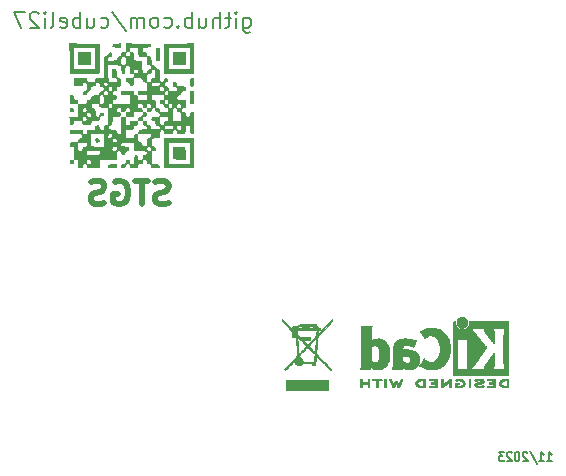
<source format=gbr>
%TF.GenerationSoftware,KiCad,Pcbnew,7.0.5*%
%TF.CreationDate,2023-11-16T23:15:32+01:00*%
%TF.ProjectId,STGSv0.2,53544753-7630-42e3-922e-6b696361645f,rev?*%
%TF.SameCoordinates,Original*%
%TF.FileFunction,Legend,Bot*%
%TF.FilePolarity,Positive*%
%FSLAX46Y46*%
G04 Gerber Fmt 4.6, Leading zero omitted, Abs format (unit mm)*
G04 Created by KiCad (PCBNEW 7.0.5) date 2023-11-16 23:15:32*
%MOMM*%
%LPD*%
G01*
G04 APERTURE LIST*
%ADD10C,0.500000*%
%ADD11C,0.150000*%
%ADD12C,0.175000*%
%ADD13C,0.010000*%
G04 APERTURE END LIST*
D10*
X48693100Y-108600000D02*
X48407386Y-108695238D01*
X48407386Y-108695238D02*
X47931195Y-108695238D01*
X47931195Y-108695238D02*
X47740719Y-108600000D01*
X47740719Y-108600000D02*
X47645481Y-108504761D01*
X47645481Y-108504761D02*
X47550243Y-108314285D01*
X47550243Y-108314285D02*
X47550243Y-108123809D01*
X47550243Y-108123809D02*
X47645481Y-107933333D01*
X47645481Y-107933333D02*
X47740719Y-107838095D01*
X47740719Y-107838095D02*
X47931195Y-107742857D01*
X47931195Y-107742857D02*
X48312148Y-107647619D01*
X48312148Y-107647619D02*
X48502624Y-107552380D01*
X48502624Y-107552380D02*
X48597862Y-107457142D01*
X48597862Y-107457142D02*
X48693100Y-107266666D01*
X48693100Y-107266666D02*
X48693100Y-107076190D01*
X48693100Y-107076190D02*
X48597862Y-106885714D01*
X48597862Y-106885714D02*
X48502624Y-106790476D01*
X48502624Y-106790476D02*
X48312148Y-106695238D01*
X48312148Y-106695238D02*
X47835957Y-106695238D01*
X47835957Y-106695238D02*
X47550243Y-106790476D01*
X46978814Y-106695238D02*
X45835957Y-106695238D01*
X46407386Y-108695238D02*
X46407386Y-106695238D01*
X44121671Y-106790476D02*
X44312147Y-106695238D01*
X44312147Y-106695238D02*
X44597861Y-106695238D01*
X44597861Y-106695238D02*
X44883576Y-106790476D01*
X44883576Y-106790476D02*
X45074052Y-106980952D01*
X45074052Y-106980952D02*
X45169290Y-107171428D01*
X45169290Y-107171428D02*
X45264528Y-107552380D01*
X45264528Y-107552380D02*
X45264528Y-107838095D01*
X45264528Y-107838095D02*
X45169290Y-108219047D01*
X45169290Y-108219047D02*
X45074052Y-108409523D01*
X45074052Y-108409523D02*
X44883576Y-108600000D01*
X44883576Y-108600000D02*
X44597861Y-108695238D01*
X44597861Y-108695238D02*
X44407385Y-108695238D01*
X44407385Y-108695238D02*
X44121671Y-108600000D01*
X44121671Y-108600000D02*
X44026433Y-108504761D01*
X44026433Y-108504761D02*
X44026433Y-107838095D01*
X44026433Y-107838095D02*
X44407385Y-107838095D01*
X43264528Y-108600000D02*
X42978814Y-108695238D01*
X42978814Y-108695238D02*
X42502623Y-108695238D01*
X42502623Y-108695238D02*
X42312147Y-108600000D01*
X42312147Y-108600000D02*
X42216909Y-108504761D01*
X42216909Y-108504761D02*
X42121671Y-108314285D01*
X42121671Y-108314285D02*
X42121671Y-108123809D01*
X42121671Y-108123809D02*
X42216909Y-107933333D01*
X42216909Y-107933333D02*
X42312147Y-107838095D01*
X42312147Y-107838095D02*
X42502623Y-107742857D01*
X42502623Y-107742857D02*
X42883576Y-107647619D01*
X42883576Y-107647619D02*
X43074052Y-107552380D01*
X43074052Y-107552380D02*
X43169290Y-107457142D01*
X43169290Y-107457142D02*
X43264528Y-107266666D01*
X43264528Y-107266666D02*
X43264528Y-107076190D01*
X43264528Y-107076190D02*
X43169290Y-106885714D01*
X43169290Y-106885714D02*
X43074052Y-106790476D01*
X43074052Y-106790476D02*
X42883576Y-106695238D01*
X42883576Y-106695238D02*
X42407385Y-106695238D01*
X42407385Y-106695238D02*
X42121671Y-106790476D01*
D11*
X55016249Y-92895638D02*
X55016249Y-93948019D01*
X55016249Y-93948019D02*
X55078154Y-94071828D01*
X55078154Y-94071828D02*
X55140058Y-94133733D01*
X55140058Y-94133733D02*
X55263868Y-94195638D01*
X55263868Y-94195638D02*
X55449582Y-94195638D01*
X55449582Y-94195638D02*
X55573392Y-94133733D01*
X55016249Y-93700400D02*
X55140058Y-93762304D01*
X55140058Y-93762304D02*
X55387677Y-93762304D01*
X55387677Y-93762304D02*
X55511487Y-93700400D01*
X55511487Y-93700400D02*
X55573392Y-93638495D01*
X55573392Y-93638495D02*
X55635296Y-93514685D01*
X55635296Y-93514685D02*
X55635296Y-93143257D01*
X55635296Y-93143257D02*
X55573392Y-93019447D01*
X55573392Y-93019447D02*
X55511487Y-92957542D01*
X55511487Y-92957542D02*
X55387677Y-92895638D01*
X55387677Y-92895638D02*
X55140058Y-92895638D01*
X55140058Y-92895638D02*
X55016249Y-92957542D01*
X54397202Y-93762304D02*
X54397202Y-92895638D01*
X54397202Y-92462304D02*
X54459106Y-92524209D01*
X54459106Y-92524209D02*
X54397202Y-92586114D01*
X54397202Y-92586114D02*
X54335297Y-92524209D01*
X54335297Y-92524209D02*
X54397202Y-92462304D01*
X54397202Y-92462304D02*
X54397202Y-92586114D01*
X53963868Y-92895638D02*
X53468630Y-92895638D01*
X53778154Y-92462304D02*
X53778154Y-93576590D01*
X53778154Y-93576590D02*
X53716249Y-93700400D01*
X53716249Y-93700400D02*
X53592439Y-93762304D01*
X53592439Y-93762304D02*
X53468630Y-93762304D01*
X53035297Y-93762304D02*
X53035297Y-92462304D01*
X52478154Y-93762304D02*
X52478154Y-93081352D01*
X52478154Y-93081352D02*
X52540059Y-92957542D01*
X52540059Y-92957542D02*
X52663868Y-92895638D01*
X52663868Y-92895638D02*
X52849582Y-92895638D01*
X52849582Y-92895638D02*
X52973392Y-92957542D01*
X52973392Y-92957542D02*
X53035297Y-93019447D01*
X51301964Y-92895638D02*
X51301964Y-93762304D01*
X51859107Y-92895638D02*
X51859107Y-93576590D01*
X51859107Y-93576590D02*
X51797202Y-93700400D01*
X51797202Y-93700400D02*
X51673392Y-93762304D01*
X51673392Y-93762304D02*
X51487678Y-93762304D01*
X51487678Y-93762304D02*
X51363869Y-93700400D01*
X51363869Y-93700400D02*
X51301964Y-93638495D01*
X50682917Y-93762304D02*
X50682917Y-92462304D01*
X50682917Y-92957542D02*
X50559107Y-92895638D01*
X50559107Y-92895638D02*
X50311488Y-92895638D01*
X50311488Y-92895638D02*
X50187679Y-92957542D01*
X50187679Y-92957542D02*
X50125774Y-93019447D01*
X50125774Y-93019447D02*
X50063869Y-93143257D01*
X50063869Y-93143257D02*
X50063869Y-93514685D01*
X50063869Y-93514685D02*
X50125774Y-93638495D01*
X50125774Y-93638495D02*
X50187679Y-93700400D01*
X50187679Y-93700400D02*
X50311488Y-93762304D01*
X50311488Y-93762304D02*
X50559107Y-93762304D01*
X50559107Y-93762304D02*
X50682917Y-93700400D01*
X49506727Y-93638495D02*
X49444822Y-93700400D01*
X49444822Y-93700400D02*
X49506727Y-93762304D01*
X49506727Y-93762304D02*
X49568631Y-93700400D01*
X49568631Y-93700400D02*
X49506727Y-93638495D01*
X49506727Y-93638495D02*
X49506727Y-93762304D01*
X48330536Y-93700400D02*
X48454345Y-93762304D01*
X48454345Y-93762304D02*
X48701964Y-93762304D01*
X48701964Y-93762304D02*
X48825774Y-93700400D01*
X48825774Y-93700400D02*
X48887679Y-93638495D01*
X48887679Y-93638495D02*
X48949583Y-93514685D01*
X48949583Y-93514685D02*
X48949583Y-93143257D01*
X48949583Y-93143257D02*
X48887679Y-93019447D01*
X48887679Y-93019447D02*
X48825774Y-92957542D01*
X48825774Y-92957542D02*
X48701964Y-92895638D01*
X48701964Y-92895638D02*
X48454345Y-92895638D01*
X48454345Y-92895638D02*
X48330536Y-92957542D01*
X47587678Y-93762304D02*
X47711488Y-93700400D01*
X47711488Y-93700400D02*
X47773393Y-93638495D01*
X47773393Y-93638495D02*
X47835297Y-93514685D01*
X47835297Y-93514685D02*
X47835297Y-93143257D01*
X47835297Y-93143257D02*
X47773393Y-93019447D01*
X47773393Y-93019447D02*
X47711488Y-92957542D01*
X47711488Y-92957542D02*
X47587678Y-92895638D01*
X47587678Y-92895638D02*
X47401964Y-92895638D01*
X47401964Y-92895638D02*
X47278155Y-92957542D01*
X47278155Y-92957542D02*
X47216250Y-93019447D01*
X47216250Y-93019447D02*
X47154345Y-93143257D01*
X47154345Y-93143257D02*
X47154345Y-93514685D01*
X47154345Y-93514685D02*
X47216250Y-93638495D01*
X47216250Y-93638495D02*
X47278155Y-93700400D01*
X47278155Y-93700400D02*
X47401964Y-93762304D01*
X47401964Y-93762304D02*
X47587678Y-93762304D01*
X46597203Y-93762304D02*
X46597203Y-92895638D01*
X46597203Y-93019447D02*
X46535298Y-92957542D01*
X46535298Y-92957542D02*
X46411488Y-92895638D01*
X46411488Y-92895638D02*
X46225774Y-92895638D01*
X46225774Y-92895638D02*
X46101965Y-92957542D01*
X46101965Y-92957542D02*
X46040060Y-93081352D01*
X46040060Y-93081352D02*
X46040060Y-93762304D01*
X46040060Y-93081352D02*
X45978155Y-92957542D01*
X45978155Y-92957542D02*
X45854346Y-92895638D01*
X45854346Y-92895638D02*
X45668631Y-92895638D01*
X45668631Y-92895638D02*
X45544822Y-92957542D01*
X45544822Y-92957542D02*
X45482917Y-93081352D01*
X45482917Y-93081352D02*
X45482917Y-93762304D01*
X43935298Y-92400400D02*
X45049584Y-94071828D01*
X42944822Y-93700400D02*
X43068631Y-93762304D01*
X43068631Y-93762304D02*
X43316250Y-93762304D01*
X43316250Y-93762304D02*
X43440060Y-93700400D01*
X43440060Y-93700400D02*
X43501965Y-93638495D01*
X43501965Y-93638495D02*
X43563869Y-93514685D01*
X43563869Y-93514685D02*
X43563869Y-93143257D01*
X43563869Y-93143257D02*
X43501965Y-93019447D01*
X43501965Y-93019447D02*
X43440060Y-92957542D01*
X43440060Y-92957542D02*
X43316250Y-92895638D01*
X43316250Y-92895638D02*
X43068631Y-92895638D01*
X43068631Y-92895638D02*
X42944822Y-92957542D01*
X41830536Y-92895638D02*
X41830536Y-93762304D01*
X42387679Y-92895638D02*
X42387679Y-93576590D01*
X42387679Y-93576590D02*
X42325774Y-93700400D01*
X42325774Y-93700400D02*
X42201964Y-93762304D01*
X42201964Y-93762304D02*
X42016250Y-93762304D01*
X42016250Y-93762304D02*
X41892441Y-93700400D01*
X41892441Y-93700400D02*
X41830536Y-93638495D01*
X41211489Y-93762304D02*
X41211489Y-92462304D01*
X41211489Y-92957542D02*
X41087679Y-92895638D01*
X41087679Y-92895638D02*
X40840060Y-92895638D01*
X40840060Y-92895638D02*
X40716251Y-92957542D01*
X40716251Y-92957542D02*
X40654346Y-93019447D01*
X40654346Y-93019447D02*
X40592441Y-93143257D01*
X40592441Y-93143257D02*
X40592441Y-93514685D01*
X40592441Y-93514685D02*
X40654346Y-93638495D01*
X40654346Y-93638495D02*
X40716251Y-93700400D01*
X40716251Y-93700400D02*
X40840060Y-93762304D01*
X40840060Y-93762304D02*
X41087679Y-93762304D01*
X41087679Y-93762304D02*
X41211489Y-93700400D01*
X39540061Y-93700400D02*
X39663870Y-93762304D01*
X39663870Y-93762304D02*
X39911489Y-93762304D01*
X39911489Y-93762304D02*
X40035299Y-93700400D01*
X40035299Y-93700400D02*
X40097203Y-93576590D01*
X40097203Y-93576590D02*
X40097203Y-93081352D01*
X40097203Y-93081352D02*
X40035299Y-92957542D01*
X40035299Y-92957542D02*
X39911489Y-92895638D01*
X39911489Y-92895638D02*
X39663870Y-92895638D01*
X39663870Y-92895638D02*
X39540061Y-92957542D01*
X39540061Y-92957542D02*
X39478156Y-93081352D01*
X39478156Y-93081352D02*
X39478156Y-93205161D01*
X39478156Y-93205161D02*
X40097203Y-93328971D01*
X38735298Y-93762304D02*
X38859108Y-93700400D01*
X38859108Y-93700400D02*
X38921013Y-93576590D01*
X38921013Y-93576590D02*
X38921013Y-92462304D01*
X38240061Y-93762304D02*
X38240061Y-92895638D01*
X38240061Y-92462304D02*
X38301965Y-92524209D01*
X38301965Y-92524209D02*
X38240061Y-92586114D01*
X38240061Y-92586114D02*
X38178156Y-92524209D01*
X38178156Y-92524209D02*
X38240061Y-92462304D01*
X38240061Y-92462304D02*
X38240061Y-92586114D01*
X37682917Y-92586114D02*
X37621013Y-92524209D01*
X37621013Y-92524209D02*
X37497203Y-92462304D01*
X37497203Y-92462304D02*
X37187679Y-92462304D01*
X37187679Y-92462304D02*
X37063870Y-92524209D01*
X37063870Y-92524209D02*
X37001965Y-92586114D01*
X37001965Y-92586114D02*
X36940060Y-92709923D01*
X36940060Y-92709923D02*
X36940060Y-92833733D01*
X36940060Y-92833733D02*
X37001965Y-93019447D01*
X37001965Y-93019447D02*
X37744822Y-93762304D01*
X37744822Y-93762304D02*
X36940060Y-93762304D01*
X36506727Y-92462304D02*
X35640061Y-92462304D01*
X35640061Y-92462304D02*
X36197203Y-93762304D01*
D12*
X80733135Y-130474395D02*
X81133135Y-130474395D01*
X80933135Y-130474395D02*
X80933135Y-129674395D01*
X80933135Y-129674395D02*
X80999802Y-129788680D01*
X80999802Y-129788680D02*
X81066469Y-129864871D01*
X81066469Y-129864871D02*
X81133135Y-129902966D01*
X80066468Y-130474395D02*
X80466468Y-130474395D01*
X80266468Y-130474395D02*
X80266468Y-129674395D01*
X80266468Y-129674395D02*
X80333135Y-129788680D01*
X80333135Y-129788680D02*
X80399802Y-129864871D01*
X80399802Y-129864871D02*
X80466468Y-129902966D01*
X79266468Y-129636300D02*
X79866468Y-130664871D01*
X79066468Y-129750585D02*
X79033135Y-129712490D01*
X79033135Y-129712490D02*
X78966468Y-129674395D01*
X78966468Y-129674395D02*
X78799802Y-129674395D01*
X78799802Y-129674395D02*
X78733135Y-129712490D01*
X78733135Y-129712490D02*
X78699802Y-129750585D01*
X78699802Y-129750585D02*
X78666468Y-129826776D01*
X78666468Y-129826776D02*
X78666468Y-129902966D01*
X78666468Y-129902966D02*
X78699802Y-130017252D01*
X78699802Y-130017252D02*
X79099802Y-130474395D01*
X79099802Y-130474395D02*
X78666468Y-130474395D01*
X78233135Y-129674395D02*
X78166468Y-129674395D01*
X78166468Y-129674395D02*
X78099801Y-129712490D01*
X78099801Y-129712490D02*
X78066468Y-129750585D01*
X78066468Y-129750585D02*
X78033135Y-129826776D01*
X78033135Y-129826776D02*
X77999801Y-129979157D01*
X77999801Y-129979157D02*
X77999801Y-130169633D01*
X77999801Y-130169633D02*
X78033135Y-130322014D01*
X78033135Y-130322014D02*
X78066468Y-130398204D01*
X78066468Y-130398204D02*
X78099801Y-130436300D01*
X78099801Y-130436300D02*
X78166468Y-130474395D01*
X78166468Y-130474395D02*
X78233135Y-130474395D01*
X78233135Y-130474395D02*
X78299801Y-130436300D01*
X78299801Y-130436300D02*
X78333135Y-130398204D01*
X78333135Y-130398204D02*
X78366468Y-130322014D01*
X78366468Y-130322014D02*
X78399801Y-130169633D01*
X78399801Y-130169633D02*
X78399801Y-129979157D01*
X78399801Y-129979157D02*
X78366468Y-129826776D01*
X78366468Y-129826776D02*
X78333135Y-129750585D01*
X78333135Y-129750585D02*
X78299801Y-129712490D01*
X78299801Y-129712490D02*
X78233135Y-129674395D01*
X77733134Y-129750585D02*
X77699801Y-129712490D01*
X77699801Y-129712490D02*
X77633134Y-129674395D01*
X77633134Y-129674395D02*
X77466468Y-129674395D01*
X77466468Y-129674395D02*
X77399801Y-129712490D01*
X77399801Y-129712490D02*
X77366468Y-129750585D01*
X77366468Y-129750585D02*
X77333134Y-129826776D01*
X77333134Y-129826776D02*
X77333134Y-129902966D01*
X77333134Y-129902966D02*
X77366468Y-130017252D01*
X77366468Y-130017252D02*
X77766468Y-130474395D01*
X77766468Y-130474395D02*
X77333134Y-130474395D01*
X77099801Y-129674395D02*
X76666467Y-129674395D01*
X76666467Y-129674395D02*
X76899801Y-129979157D01*
X76899801Y-129979157D02*
X76799801Y-129979157D01*
X76799801Y-129979157D02*
X76733134Y-130017252D01*
X76733134Y-130017252D02*
X76699801Y-130055347D01*
X76699801Y-130055347D02*
X76666467Y-130131538D01*
X76666467Y-130131538D02*
X76666467Y-130322014D01*
X76666467Y-130322014D02*
X76699801Y-130398204D01*
X76699801Y-130398204D02*
X76733134Y-130436300D01*
X76733134Y-130436300D02*
X76799801Y-130474395D01*
X76799801Y-130474395D02*
X76999801Y-130474395D01*
X76999801Y-130474395D02*
X77066467Y-130436300D01*
X77066467Y-130436300D02*
X77099801Y-130398204D01*
%TO.C,REF\u002A\u002A*%
D13*
X62174171Y-124455222D02*
X58653378Y-124455222D01*
X58653378Y-123587598D01*
X62174171Y-123587598D01*
X62174171Y-124455222D01*
G36*
X62174171Y-124455222D02*
G01*
X58653378Y-124455222D01*
X58653378Y-123587598D01*
X62174171Y-123587598D01*
X62174171Y-124455222D01*
G37*
X61143094Y-118913118D02*
X61143588Y-118926068D01*
X61150019Y-118947811D01*
X61168323Y-118966251D01*
X61204030Y-118988201D01*
X61235374Y-119008254D01*
X61283093Y-119046756D01*
X61326338Y-119089979D01*
X61359419Y-119132027D01*
X61376642Y-119167004D01*
X61380862Y-119180481D01*
X61388680Y-119189734D01*
X61391316Y-119192854D01*
X61412862Y-119198096D01*
X61452514Y-119199182D01*
X61520309Y-119199182D01*
X61520309Y-119312351D01*
X61360777Y-119312351D01*
X61345882Y-119490132D01*
X61343882Y-119514437D01*
X61339223Y-119575280D01*
X61335931Y-119624789D01*
X61334292Y-119658392D01*
X61334590Y-119671516D01*
X61338924Y-119667743D01*
X61358696Y-119648076D01*
X61392879Y-119613218D01*
X61439741Y-119564976D01*
X61497554Y-119505157D01*
X61564587Y-119435567D01*
X61639112Y-119358015D01*
X61719397Y-119274307D01*
X61803713Y-119186249D01*
X61890330Y-119095650D01*
X61977519Y-119004315D01*
X62063549Y-118914053D01*
X62146692Y-118826669D01*
X62225216Y-118743972D01*
X62297392Y-118667768D01*
X62361491Y-118599863D01*
X62415783Y-118542066D01*
X62512792Y-118438440D01*
X62513234Y-118526715D01*
X62513675Y-118614989D01*
X61913138Y-119246558D01*
X61312601Y-119878126D01*
X61300596Y-120022074D01*
X61252565Y-120598035D01*
X61244076Y-120700191D01*
X61233543Y-120828012D01*
X61223821Y-120947167D01*
X61215098Y-121055314D01*
X61207558Y-121150113D01*
X61201387Y-121229219D01*
X61196773Y-121290292D01*
X61193900Y-121330990D01*
X61192954Y-121348970D01*
X61195451Y-121357208D01*
X61206671Y-121374999D01*
X61227951Y-121401811D01*
X61238221Y-121413529D01*
X61260425Y-121438866D01*
X61305223Y-121487386D01*
X61363481Y-121548592D01*
X61436329Y-121623707D01*
X61524903Y-121713950D01*
X61630334Y-121820545D01*
X61699692Y-121890493D01*
X61796379Y-121988058D01*
X61892726Y-122085341D01*
X61985838Y-122179414D01*
X62072818Y-122267350D01*
X62150769Y-122346220D01*
X62216796Y-122413099D01*
X62268002Y-122465058D01*
X62468714Y-122669020D01*
X62432258Y-122707071D01*
X62423660Y-122715645D01*
X62398295Y-122736697D01*
X62380895Y-122745123D01*
X62367271Y-122737930D01*
X62341943Y-122716344D01*
X62311579Y-122685395D01*
X62293096Y-122665848D01*
X62258627Y-122630152D01*
X62209912Y-122580084D01*
X62148669Y-122517401D01*
X62076620Y-122443857D01*
X61995485Y-122361210D01*
X61906984Y-122271215D01*
X61812837Y-122175628D01*
X61714765Y-122076205D01*
X61172361Y-121526743D01*
X61150266Y-121812146D01*
X61145450Y-121873062D01*
X61138416Y-121954948D01*
X61132072Y-122016969D01*
X61125948Y-122062387D01*
X61119573Y-122094462D01*
X61112477Y-122116452D01*
X61104191Y-122131619D01*
X61092593Y-122152816D01*
X61083050Y-122191786D01*
X61080210Y-122247931D01*
X61080210Y-122330173D01*
X60853874Y-122330173D01*
X60853874Y-122154133D01*
X60008282Y-122154133D01*
X59959403Y-122209662D01*
X59946036Y-122224122D01*
X59873588Y-122282213D01*
X59791732Y-122317976D01*
X59703100Y-122330173D01*
X59624892Y-122323706D01*
X59536433Y-122296447D01*
X59460707Y-122247728D01*
X59445948Y-122233803D01*
X59409064Y-122188728D01*
X59376703Y-122136219D01*
X59353497Y-122084461D01*
X59344079Y-122041639D01*
X59343897Y-122035423D01*
X59342542Y-122012646D01*
X59339000Y-121996913D01*
X59331590Y-121989468D01*
X59318631Y-121991556D01*
X59298443Y-122004420D01*
X59269345Y-122029305D01*
X59229656Y-122067453D01*
X59177696Y-122120110D01*
X59111784Y-122188519D01*
X59030240Y-122273924D01*
X58986804Y-122319512D01*
X58914200Y-122395841D01*
X58845509Y-122468208D01*
X58783423Y-122533766D01*
X58730634Y-122589674D01*
X58689834Y-122633086D01*
X58663715Y-122661158D01*
X58592319Y-122738836D01*
X58504063Y-122650816D01*
X59049890Y-122078687D01*
X59084305Y-122042588D01*
X59206746Y-121913672D01*
X59311851Y-121802154D01*
X59399936Y-121707688D01*
X59471316Y-121629929D01*
X59521788Y-121573574D01*
X59728447Y-121573574D01*
X59730072Y-121586834D01*
X59730356Y-121588219D01*
X59743898Y-121619628D01*
X59770948Y-121634263D01*
X59854329Y-121665463D01*
X59928618Y-121717438D01*
X59987046Y-121786191D01*
X60027090Y-121868715D01*
X60046226Y-121962006D01*
X60052564Y-122040965D01*
X61002038Y-122040965D01*
X61008658Y-122012673D01*
X61009829Y-122005729D01*
X61013468Y-121974681D01*
X61018434Y-121924481D01*
X61024357Y-121859127D01*
X61030869Y-121782619D01*
X61037601Y-121698955D01*
X61059924Y-121413529D01*
X60759026Y-121107965D01*
X60703836Y-121052104D01*
X60636309Y-120984288D01*
X60575729Y-120924043D01*
X60524221Y-120873452D01*
X60483910Y-120834600D01*
X60456922Y-120809570D01*
X60445382Y-120800446D01*
X60437644Y-120804805D01*
X60414595Y-120824641D01*
X60379909Y-120857775D01*
X60336687Y-120901220D01*
X60288032Y-120951987D01*
X60275340Y-120965451D01*
X60218429Y-121025675D01*
X60150614Y-121097264D01*
X60077000Y-121174837D01*
X60002693Y-121253011D01*
X59932799Y-121326405D01*
X59928601Y-121330809D01*
X59863620Y-121399185D01*
X59814036Y-121452132D01*
X59777888Y-121492167D01*
X59753216Y-121521811D01*
X59738058Y-121543581D01*
X59730456Y-121559995D01*
X59728447Y-121573574D01*
X59521788Y-121573574D01*
X59526305Y-121568531D01*
X59565219Y-121523148D01*
X59588373Y-121493435D01*
X59596082Y-121479044D01*
X59596083Y-121478959D01*
X59595025Y-121461024D01*
X59591937Y-121420821D01*
X59587058Y-121361087D01*
X59580632Y-121284558D01*
X59572900Y-121193969D01*
X59564105Y-121092057D01*
X59554487Y-120981559D01*
X59544291Y-120865211D01*
X59533756Y-120745748D01*
X59523126Y-120625907D01*
X59512642Y-120508425D01*
X59502546Y-120396037D01*
X59493081Y-120291481D01*
X59484488Y-120197491D01*
X59477009Y-120116805D01*
X59470887Y-120052159D01*
X59466362Y-120006288D01*
X59463678Y-119981930D01*
X59458267Y-119941132D01*
X59587453Y-119941132D01*
X59589108Y-119972053D01*
X59592749Y-120024053D01*
X59598195Y-120094887D01*
X59605263Y-120182311D01*
X59613770Y-120284081D01*
X59623535Y-120397952D01*
X59634374Y-120521679D01*
X59646107Y-120653018D01*
X59655279Y-120754308D01*
X59666766Y-120879926D01*
X59677522Y-120996162D01*
X59687331Y-121100780D01*
X59695981Y-121191540D01*
X59703257Y-121266204D01*
X59708946Y-121322534D01*
X59712834Y-121358291D01*
X59714706Y-121371237D01*
X59720388Y-121367226D01*
X59741220Y-121347538D01*
X59775072Y-121313722D01*
X59819612Y-121268237D01*
X59872510Y-121213546D01*
X59931436Y-121152110D01*
X59994058Y-121086390D01*
X60058048Y-121018849D01*
X60121074Y-120951947D01*
X60180806Y-120888146D01*
X60234913Y-120829907D01*
X60281065Y-120779692D01*
X60316933Y-120739963D01*
X60340184Y-120713180D01*
X60346978Y-120703877D01*
X60528801Y-120703877D01*
X60804505Y-120979368D01*
X60871926Y-121046624D01*
X60935467Y-121109562D01*
X60984690Y-121157500D01*
X61021396Y-121191994D01*
X61047390Y-121214599D01*
X61064476Y-121226871D01*
X61074456Y-121230366D01*
X61079135Y-121226638D01*
X61080316Y-121217244D01*
X61081073Y-121202149D01*
X61083801Y-121163283D01*
X61088308Y-121104295D01*
X61094379Y-121027873D01*
X61101796Y-120936705D01*
X61110342Y-120833480D01*
X61119802Y-120720883D01*
X61129958Y-120601605D01*
X61138923Y-120496477D01*
X61148266Y-120385751D01*
X61156643Y-120285214D01*
X61163853Y-120197343D01*
X61169696Y-120124615D01*
X61173969Y-120069510D01*
X61176473Y-120034504D01*
X61177005Y-120022074D01*
X61176584Y-120022308D01*
X61164709Y-120033750D01*
X61138330Y-120060598D01*
X61099770Y-120100418D01*
X61051353Y-120150772D01*
X60995403Y-120209228D01*
X60934242Y-120273348D01*
X60870195Y-120340698D01*
X60805585Y-120408843D01*
X60742735Y-120475348D01*
X60683968Y-120537777D01*
X60631609Y-120593695D01*
X60530733Y-120701806D01*
X60528801Y-120703877D01*
X60346978Y-120703877D01*
X60348490Y-120701806D01*
X60340348Y-120690783D01*
X60316678Y-120664399D01*
X60279678Y-120624927D01*
X60231550Y-120574591D01*
X60174496Y-120515617D01*
X60110720Y-120450230D01*
X60042422Y-120380655D01*
X59971805Y-120309116D01*
X59901071Y-120237838D01*
X59832422Y-120169047D01*
X59768061Y-120104966D01*
X59710189Y-120047822D01*
X59661010Y-119999839D01*
X59622724Y-119963241D01*
X59597534Y-119940254D01*
X59587642Y-119933103D01*
X59587453Y-119941132D01*
X59458267Y-119941132D01*
X59456590Y-119928489D01*
X59181497Y-119928489D01*
X59181340Y-119827895D01*
X59282091Y-119827895D01*
X59363824Y-119827895D01*
X59371095Y-119827889D01*
X59412150Y-119827013D01*
X59434477Y-119823267D01*
X59443729Y-119814670D01*
X59445557Y-119799240D01*
X59437506Y-119776559D01*
X59409930Y-119738828D01*
X59363824Y-119689579D01*
X59282091Y-119608572D01*
X59282091Y-119827895D01*
X59181340Y-119827895D01*
X59181168Y-119717871D01*
X59180839Y-119507252D01*
X58729114Y-119048291D01*
X58277389Y-118589331D01*
X58276770Y-118502248D01*
X58276151Y-118415167D01*
X58817969Y-118964352D01*
X58870337Y-119017398D01*
X58979003Y-119127172D01*
X59071909Y-119220514D01*
X59150255Y-119298573D01*
X59215243Y-119362497D01*
X59268072Y-119413435D01*
X59309943Y-119452535D01*
X59342055Y-119480948D01*
X59365610Y-119499820D01*
X59381808Y-119510301D01*
X59391849Y-119513539D01*
X59408779Y-119512558D01*
X59418284Y-119505396D01*
X59419923Y-119485801D01*
X59415982Y-119447524D01*
X59413265Y-119423425D01*
X59409484Y-119383144D01*
X59407960Y-119356361D01*
X59407215Y-119347128D01*
X59399946Y-119337239D01*
X59379868Y-119333962D01*
X59340889Y-119335392D01*
X59330937Y-119335953D01*
X59291098Y-119335321D01*
X59262760Y-119326567D01*
X59242786Y-119312351D01*
X59526052Y-119312351D01*
X59530213Y-119359504D01*
X59532135Y-119380898D01*
X59538124Y-119439309D01*
X59544026Y-119477781D01*
X59550927Y-119500312D01*
X59559912Y-119510898D01*
X59572070Y-119513539D01*
X59583001Y-119515337D01*
X59590250Y-119523930D01*
X59594300Y-119543905D01*
X59596063Y-119579850D01*
X59596448Y-119636352D01*
X59596448Y-119759166D01*
X59636647Y-119799240D01*
X59734765Y-119897054D01*
X59873081Y-120034942D01*
X59873081Y-119928489D01*
X60627537Y-119928489D01*
X60627537Y-120167400D01*
X60009031Y-120167400D01*
X60218792Y-120384306D01*
X60258970Y-120425734D01*
X60314528Y-120482600D01*
X60362770Y-120531482D01*
X60401171Y-120569841D01*
X60427203Y-120595141D01*
X60438340Y-120604842D01*
X60442573Y-120602167D01*
X60462424Y-120584182D01*
X60496651Y-120550881D01*
X60543427Y-120504112D01*
X60600924Y-120445725D01*
X60667312Y-120377569D01*
X60740764Y-120301494D01*
X60819451Y-120219350D01*
X60898541Y-120136343D01*
X60976071Y-120054536D01*
X61038946Y-119987483D01*
X61088702Y-119933407D01*
X61126878Y-119890529D01*
X61155011Y-119857073D01*
X61174640Y-119831261D01*
X61187301Y-119811314D01*
X61194534Y-119795456D01*
X61197875Y-119781909D01*
X61198761Y-119775310D01*
X61202688Y-119738948D01*
X61207659Y-119685418D01*
X61213127Y-119620821D01*
X61218544Y-119551262D01*
X61220381Y-119527035D01*
X61225688Y-119461578D01*
X61230748Y-119405117D01*
X61235063Y-119363018D01*
X61238134Y-119340643D01*
X61244155Y-119312351D01*
X59526052Y-119312351D01*
X59242786Y-119312351D01*
X59234830Y-119306689D01*
X59230020Y-119302504D01*
X59190682Y-119251827D01*
X59175103Y-119199182D01*
X59515898Y-119199182D01*
X60930421Y-119199182D01*
X61143081Y-119199182D01*
X61200108Y-119199182D01*
X61217193Y-119199062D01*
X61242508Y-119196862D01*
X61249816Y-119189734D01*
X61244143Y-119174908D01*
X61242467Y-119172082D01*
X61223648Y-119150344D01*
X61196383Y-119126220D01*
X61169187Y-119106654D01*
X61150571Y-119098588D01*
X61148897Y-119099863D01*
X61144744Y-119117376D01*
X61143081Y-119148885D01*
X61143081Y-119199182D01*
X60930421Y-119199182D01*
X60926726Y-119108495D01*
X60923032Y-119017807D01*
X60847586Y-119002652D01*
X60809751Y-118995779D01*
X60746568Y-118986156D01*
X60687265Y-118978896D01*
X60602388Y-118970293D01*
X60602388Y-119073440D01*
X60023973Y-119073440D01*
X60023973Y-118982522D01*
X59951671Y-118991153D01*
X59841198Y-119009649D01*
X59730016Y-119043091D01*
X59638050Y-119089724D01*
X59563742Y-119150186D01*
X59515898Y-119199182D01*
X59175103Y-119199182D01*
X59173372Y-119193334D01*
X59178674Y-119131975D01*
X59207175Y-119072697D01*
X59209933Y-119069006D01*
X59248022Y-119037251D01*
X59297676Y-119018467D01*
X59351202Y-119013471D01*
X59400907Y-119023078D01*
X59439100Y-119048104D01*
X59452031Y-119060880D01*
X59464628Y-119063976D01*
X59482667Y-119054398D01*
X59513128Y-119030482D01*
X59522474Y-119023131D01*
X59594630Y-118976739D01*
X59602697Y-118972846D01*
X60124567Y-118972846D01*
X60501794Y-118972846D01*
X60501794Y-118909975D01*
X60124567Y-118909975D01*
X60124567Y-118972846D01*
X59602697Y-118972846D01*
X59680115Y-118935484D01*
X59770967Y-118902336D01*
X59859227Y-118880268D01*
X59936936Y-118872252D01*
X59945191Y-118872188D01*
X59991079Y-118867721D01*
X60016279Y-118855195D01*
X60023973Y-118833184D01*
X60024876Y-118826249D01*
X60029815Y-118820285D01*
X60041811Y-118815919D01*
X60063880Y-118812903D01*
X60099036Y-118810990D01*
X60150294Y-118809930D01*
X60220671Y-118809477D01*
X60313180Y-118809380D01*
X60399860Y-118809550D01*
X60473532Y-118810234D01*
X60527465Y-118811615D01*
X60564488Y-118813870D01*
X60587430Y-118817178D01*
X60599120Y-118821720D01*
X60602388Y-118827672D01*
X60613137Y-118842288D01*
X60643255Y-118851615D01*
X60654782Y-118853247D01*
X60694086Y-118858991D01*
X60746388Y-118866778D01*
X60803576Y-118875403D01*
X60835116Y-118879793D01*
X60881274Y-118884548D01*
X60913841Y-118885695D01*
X60927223Y-118882895D01*
X60929508Y-118881071D01*
X60950605Y-118876565D01*
X60988555Y-118873429D01*
X61037248Y-118872252D01*
X61143081Y-118872252D01*
X61143094Y-118909975D01*
X61143094Y-118913118D01*
G36*
X61143094Y-118913118D02*
G01*
X61143588Y-118926068D01*
X61150019Y-118947811D01*
X61168323Y-118966251D01*
X61204030Y-118988201D01*
X61235374Y-119008254D01*
X61283093Y-119046756D01*
X61326338Y-119089979D01*
X61359419Y-119132027D01*
X61376642Y-119167004D01*
X61380862Y-119180481D01*
X61388680Y-119189734D01*
X61391316Y-119192854D01*
X61412862Y-119198096D01*
X61452514Y-119199182D01*
X61520309Y-119199182D01*
X61520309Y-119312351D01*
X61360777Y-119312351D01*
X61345882Y-119490132D01*
X61343882Y-119514437D01*
X61339223Y-119575280D01*
X61335931Y-119624789D01*
X61334292Y-119658392D01*
X61334590Y-119671516D01*
X61338924Y-119667743D01*
X61358696Y-119648076D01*
X61392879Y-119613218D01*
X61439741Y-119564976D01*
X61497554Y-119505157D01*
X61564587Y-119435567D01*
X61639112Y-119358015D01*
X61719397Y-119274307D01*
X61803713Y-119186249D01*
X61890330Y-119095650D01*
X61977519Y-119004315D01*
X62063549Y-118914053D01*
X62146692Y-118826669D01*
X62225216Y-118743972D01*
X62297392Y-118667768D01*
X62361491Y-118599863D01*
X62415783Y-118542066D01*
X62512792Y-118438440D01*
X62513234Y-118526715D01*
X62513675Y-118614989D01*
X61913138Y-119246558D01*
X61312601Y-119878126D01*
X61300596Y-120022074D01*
X61252565Y-120598035D01*
X61244076Y-120700191D01*
X61233543Y-120828012D01*
X61223821Y-120947167D01*
X61215098Y-121055314D01*
X61207558Y-121150113D01*
X61201387Y-121229219D01*
X61196773Y-121290292D01*
X61193900Y-121330990D01*
X61192954Y-121348970D01*
X61195451Y-121357208D01*
X61206671Y-121374999D01*
X61227951Y-121401811D01*
X61238221Y-121413529D01*
X61260425Y-121438866D01*
X61305223Y-121487386D01*
X61363481Y-121548592D01*
X61436329Y-121623707D01*
X61524903Y-121713950D01*
X61630334Y-121820545D01*
X61699692Y-121890493D01*
X61796379Y-121988058D01*
X61892726Y-122085341D01*
X61985838Y-122179414D01*
X62072818Y-122267350D01*
X62150769Y-122346220D01*
X62216796Y-122413099D01*
X62268002Y-122465058D01*
X62468714Y-122669020D01*
X62432258Y-122707071D01*
X62423660Y-122715645D01*
X62398295Y-122736697D01*
X62380895Y-122745123D01*
X62367271Y-122737930D01*
X62341943Y-122716344D01*
X62311579Y-122685395D01*
X62293096Y-122665848D01*
X62258627Y-122630152D01*
X62209912Y-122580084D01*
X62148669Y-122517401D01*
X62076620Y-122443857D01*
X61995485Y-122361210D01*
X61906984Y-122271215D01*
X61812837Y-122175628D01*
X61714765Y-122076205D01*
X61172361Y-121526743D01*
X61150266Y-121812146D01*
X61145450Y-121873062D01*
X61138416Y-121954948D01*
X61132072Y-122016969D01*
X61125948Y-122062387D01*
X61119573Y-122094462D01*
X61112477Y-122116452D01*
X61104191Y-122131619D01*
X61092593Y-122152816D01*
X61083050Y-122191786D01*
X61080210Y-122247931D01*
X61080210Y-122330173D01*
X60853874Y-122330173D01*
X60853874Y-122154133D01*
X60008282Y-122154133D01*
X59959403Y-122209662D01*
X59946036Y-122224122D01*
X59873588Y-122282213D01*
X59791732Y-122317976D01*
X59703100Y-122330173D01*
X59624892Y-122323706D01*
X59536433Y-122296447D01*
X59460707Y-122247728D01*
X59445948Y-122233803D01*
X59409064Y-122188728D01*
X59376703Y-122136219D01*
X59353497Y-122084461D01*
X59344079Y-122041639D01*
X59343897Y-122035423D01*
X59342542Y-122012646D01*
X59339000Y-121996913D01*
X59331590Y-121989468D01*
X59318631Y-121991556D01*
X59298443Y-122004420D01*
X59269345Y-122029305D01*
X59229656Y-122067453D01*
X59177696Y-122120110D01*
X59111784Y-122188519D01*
X59030240Y-122273924D01*
X58986804Y-122319512D01*
X58914200Y-122395841D01*
X58845509Y-122468208D01*
X58783423Y-122533766D01*
X58730634Y-122589674D01*
X58689834Y-122633086D01*
X58663715Y-122661158D01*
X58592319Y-122738836D01*
X58504063Y-122650816D01*
X59049890Y-122078687D01*
X59084305Y-122042588D01*
X59206746Y-121913672D01*
X59311851Y-121802154D01*
X59399936Y-121707688D01*
X59471316Y-121629929D01*
X59521788Y-121573574D01*
X59728447Y-121573574D01*
X59730072Y-121586834D01*
X59730356Y-121588219D01*
X59743898Y-121619628D01*
X59770948Y-121634263D01*
X59854329Y-121665463D01*
X59928618Y-121717438D01*
X59987046Y-121786191D01*
X60027090Y-121868715D01*
X60046226Y-121962006D01*
X60052564Y-122040965D01*
X61002038Y-122040965D01*
X61008658Y-122012673D01*
X61009829Y-122005729D01*
X61013468Y-121974681D01*
X61018434Y-121924481D01*
X61024357Y-121859127D01*
X61030869Y-121782619D01*
X61037601Y-121698955D01*
X61059924Y-121413529D01*
X60759026Y-121107965D01*
X60703836Y-121052104D01*
X60636309Y-120984288D01*
X60575729Y-120924043D01*
X60524221Y-120873452D01*
X60483910Y-120834600D01*
X60456922Y-120809570D01*
X60445382Y-120800446D01*
X60437644Y-120804805D01*
X60414595Y-120824641D01*
X60379909Y-120857775D01*
X60336687Y-120901220D01*
X60288032Y-120951987D01*
X60275340Y-120965451D01*
X60218429Y-121025675D01*
X60150614Y-121097264D01*
X60077000Y-121174837D01*
X60002693Y-121253011D01*
X59932799Y-121326405D01*
X59928601Y-121330809D01*
X59863620Y-121399185D01*
X59814036Y-121452132D01*
X59777888Y-121492167D01*
X59753216Y-121521811D01*
X59738058Y-121543581D01*
X59730456Y-121559995D01*
X59728447Y-121573574D01*
X59521788Y-121573574D01*
X59526305Y-121568531D01*
X59565219Y-121523148D01*
X59588373Y-121493435D01*
X59596082Y-121479044D01*
X59596083Y-121478959D01*
X59595025Y-121461024D01*
X59591937Y-121420821D01*
X59587058Y-121361087D01*
X59580632Y-121284558D01*
X59572900Y-121193969D01*
X59564105Y-121092057D01*
X59554487Y-120981559D01*
X59544291Y-120865211D01*
X59533756Y-120745748D01*
X59523126Y-120625907D01*
X59512642Y-120508425D01*
X59502546Y-120396037D01*
X59493081Y-120291481D01*
X59484488Y-120197491D01*
X59477009Y-120116805D01*
X59470887Y-120052159D01*
X59466362Y-120006288D01*
X59463678Y-119981930D01*
X59458267Y-119941132D01*
X59587453Y-119941132D01*
X59589108Y-119972053D01*
X59592749Y-120024053D01*
X59598195Y-120094887D01*
X59605263Y-120182311D01*
X59613770Y-120284081D01*
X59623535Y-120397952D01*
X59634374Y-120521679D01*
X59646107Y-120653018D01*
X59655279Y-120754308D01*
X59666766Y-120879926D01*
X59677522Y-120996162D01*
X59687331Y-121100780D01*
X59695981Y-121191540D01*
X59703257Y-121266204D01*
X59708946Y-121322534D01*
X59712834Y-121358291D01*
X59714706Y-121371237D01*
X59720388Y-121367226D01*
X59741220Y-121347538D01*
X59775072Y-121313722D01*
X59819612Y-121268237D01*
X59872510Y-121213546D01*
X59931436Y-121152110D01*
X59994058Y-121086390D01*
X60058048Y-121018849D01*
X60121074Y-120951947D01*
X60180806Y-120888146D01*
X60234913Y-120829907D01*
X60281065Y-120779692D01*
X60316933Y-120739963D01*
X60340184Y-120713180D01*
X60346978Y-120703877D01*
X60528801Y-120703877D01*
X60804505Y-120979368D01*
X60871926Y-121046624D01*
X60935467Y-121109562D01*
X60984690Y-121157500D01*
X61021396Y-121191994D01*
X61047390Y-121214599D01*
X61064476Y-121226871D01*
X61074456Y-121230366D01*
X61079135Y-121226638D01*
X61080316Y-121217244D01*
X61081073Y-121202149D01*
X61083801Y-121163283D01*
X61088308Y-121104295D01*
X61094379Y-121027873D01*
X61101796Y-120936705D01*
X61110342Y-120833480D01*
X61119802Y-120720883D01*
X61129958Y-120601605D01*
X61138923Y-120496477D01*
X61148266Y-120385751D01*
X61156643Y-120285214D01*
X61163853Y-120197343D01*
X61169696Y-120124615D01*
X61173969Y-120069510D01*
X61176473Y-120034504D01*
X61177005Y-120022074D01*
X61176584Y-120022308D01*
X61164709Y-120033750D01*
X61138330Y-120060598D01*
X61099770Y-120100418D01*
X61051353Y-120150772D01*
X60995403Y-120209228D01*
X60934242Y-120273348D01*
X60870195Y-120340698D01*
X60805585Y-120408843D01*
X60742735Y-120475348D01*
X60683968Y-120537777D01*
X60631609Y-120593695D01*
X60530733Y-120701806D01*
X60528801Y-120703877D01*
X60346978Y-120703877D01*
X60348490Y-120701806D01*
X60340348Y-120690783D01*
X60316678Y-120664399D01*
X60279678Y-120624927D01*
X60231550Y-120574591D01*
X60174496Y-120515617D01*
X60110720Y-120450230D01*
X60042422Y-120380655D01*
X59971805Y-120309116D01*
X59901071Y-120237838D01*
X59832422Y-120169047D01*
X59768061Y-120104966D01*
X59710189Y-120047822D01*
X59661010Y-119999839D01*
X59622724Y-119963241D01*
X59597534Y-119940254D01*
X59587642Y-119933103D01*
X59587453Y-119941132D01*
X59458267Y-119941132D01*
X59456590Y-119928489D01*
X59181497Y-119928489D01*
X59181340Y-119827895D01*
X59282091Y-119827895D01*
X59363824Y-119827895D01*
X59371095Y-119827889D01*
X59412150Y-119827013D01*
X59434477Y-119823267D01*
X59443729Y-119814670D01*
X59445557Y-119799240D01*
X59437506Y-119776559D01*
X59409930Y-119738828D01*
X59363824Y-119689579D01*
X59282091Y-119608572D01*
X59282091Y-119827895D01*
X59181340Y-119827895D01*
X59181168Y-119717871D01*
X59180839Y-119507252D01*
X58729114Y-119048291D01*
X58277389Y-118589331D01*
X58276770Y-118502248D01*
X58276151Y-118415167D01*
X58817969Y-118964352D01*
X58870337Y-119017398D01*
X58979003Y-119127172D01*
X59071909Y-119220514D01*
X59150255Y-119298573D01*
X59215243Y-119362497D01*
X59268072Y-119413435D01*
X59309943Y-119452535D01*
X59342055Y-119480948D01*
X59365610Y-119499820D01*
X59381808Y-119510301D01*
X59391849Y-119513539D01*
X59408779Y-119512558D01*
X59418284Y-119505396D01*
X59419923Y-119485801D01*
X59415982Y-119447524D01*
X59413265Y-119423425D01*
X59409484Y-119383144D01*
X59407960Y-119356361D01*
X59407215Y-119347128D01*
X59399946Y-119337239D01*
X59379868Y-119333962D01*
X59340889Y-119335392D01*
X59330937Y-119335953D01*
X59291098Y-119335321D01*
X59262760Y-119326567D01*
X59242786Y-119312351D01*
X59526052Y-119312351D01*
X59530213Y-119359504D01*
X59532135Y-119380898D01*
X59538124Y-119439309D01*
X59544026Y-119477781D01*
X59550927Y-119500312D01*
X59559912Y-119510898D01*
X59572070Y-119513539D01*
X59583001Y-119515337D01*
X59590250Y-119523930D01*
X59594300Y-119543905D01*
X59596063Y-119579850D01*
X59596448Y-119636352D01*
X59596448Y-119759166D01*
X59636647Y-119799240D01*
X59734765Y-119897054D01*
X59873081Y-120034942D01*
X59873081Y-119928489D01*
X60627537Y-119928489D01*
X60627537Y-120167400D01*
X60009031Y-120167400D01*
X60218792Y-120384306D01*
X60258970Y-120425734D01*
X60314528Y-120482600D01*
X60362770Y-120531482D01*
X60401171Y-120569841D01*
X60427203Y-120595141D01*
X60438340Y-120604842D01*
X60442573Y-120602167D01*
X60462424Y-120584182D01*
X60496651Y-120550881D01*
X60543427Y-120504112D01*
X60600924Y-120445725D01*
X60667312Y-120377569D01*
X60740764Y-120301494D01*
X60819451Y-120219350D01*
X60898541Y-120136343D01*
X60976071Y-120054536D01*
X61038946Y-119987483D01*
X61088702Y-119933407D01*
X61126878Y-119890529D01*
X61155011Y-119857073D01*
X61174640Y-119831261D01*
X61187301Y-119811314D01*
X61194534Y-119795456D01*
X61197875Y-119781909D01*
X61198761Y-119775310D01*
X61202688Y-119738948D01*
X61207659Y-119685418D01*
X61213127Y-119620821D01*
X61218544Y-119551262D01*
X61220381Y-119527035D01*
X61225688Y-119461578D01*
X61230748Y-119405117D01*
X61235063Y-119363018D01*
X61238134Y-119340643D01*
X61244155Y-119312351D01*
X59526052Y-119312351D01*
X59242786Y-119312351D01*
X59234830Y-119306689D01*
X59230020Y-119302504D01*
X59190682Y-119251827D01*
X59175103Y-119199182D01*
X59515898Y-119199182D01*
X60930421Y-119199182D01*
X61143081Y-119199182D01*
X61200108Y-119199182D01*
X61217193Y-119199062D01*
X61242508Y-119196862D01*
X61249816Y-119189734D01*
X61244143Y-119174908D01*
X61242467Y-119172082D01*
X61223648Y-119150344D01*
X61196383Y-119126220D01*
X61169187Y-119106654D01*
X61150571Y-119098588D01*
X61148897Y-119099863D01*
X61144744Y-119117376D01*
X61143081Y-119148885D01*
X61143081Y-119199182D01*
X60930421Y-119199182D01*
X60926726Y-119108495D01*
X60923032Y-119017807D01*
X60847586Y-119002652D01*
X60809751Y-118995779D01*
X60746568Y-118986156D01*
X60687265Y-118978896D01*
X60602388Y-118970293D01*
X60602388Y-119073440D01*
X60023973Y-119073440D01*
X60023973Y-118982522D01*
X59951671Y-118991153D01*
X59841198Y-119009649D01*
X59730016Y-119043091D01*
X59638050Y-119089724D01*
X59563742Y-119150186D01*
X59515898Y-119199182D01*
X59175103Y-119199182D01*
X59173372Y-119193334D01*
X59178674Y-119131975D01*
X59207175Y-119072697D01*
X59209933Y-119069006D01*
X59248022Y-119037251D01*
X59297676Y-119018467D01*
X59351202Y-119013471D01*
X59400907Y-119023078D01*
X59439100Y-119048104D01*
X59452031Y-119060880D01*
X59464628Y-119063976D01*
X59482667Y-119054398D01*
X59513128Y-119030482D01*
X59522474Y-119023131D01*
X59594630Y-118976739D01*
X59602697Y-118972846D01*
X60124567Y-118972846D01*
X60501794Y-118972846D01*
X60501794Y-118909975D01*
X60124567Y-118909975D01*
X60124567Y-118972846D01*
X59602697Y-118972846D01*
X59680115Y-118935484D01*
X59770967Y-118902336D01*
X59859227Y-118880268D01*
X59936936Y-118872252D01*
X59945191Y-118872188D01*
X59991079Y-118867721D01*
X60016279Y-118855195D01*
X60023973Y-118833184D01*
X60024876Y-118826249D01*
X60029815Y-118820285D01*
X60041811Y-118815919D01*
X60063880Y-118812903D01*
X60099036Y-118810990D01*
X60150294Y-118809930D01*
X60220671Y-118809477D01*
X60313180Y-118809380D01*
X60399860Y-118809550D01*
X60473532Y-118810234D01*
X60527465Y-118811615D01*
X60564488Y-118813870D01*
X60587430Y-118817178D01*
X60599120Y-118821720D01*
X60602388Y-118827672D01*
X60613137Y-118842288D01*
X60643255Y-118851615D01*
X60654782Y-118853247D01*
X60694086Y-118858991D01*
X60746388Y-118866778D01*
X60803576Y-118875403D01*
X60835116Y-118879793D01*
X60881274Y-118884548D01*
X60913841Y-118885695D01*
X60927223Y-118882895D01*
X60929508Y-118881071D01*
X60950605Y-118876565D01*
X60988555Y-118873429D01*
X61037248Y-118872252D01*
X61143081Y-118872252D01*
X61143094Y-118909975D01*
X61143094Y-118913118D01*
G37*
%TO.C,G\u002A\u002A\u002A*%
G36*
X50877161Y-99660232D02*
G01*
X50877161Y-100200658D01*
X50697019Y-100200658D01*
X50516877Y-100200658D01*
X50516877Y-99660232D01*
X50516877Y-99119807D01*
X50697019Y-99119807D01*
X50877161Y-99119807D01*
X50877161Y-99660232D01*
G37*
G36*
X50143865Y-104391239D02*
G01*
X50161161Y-104948960D01*
X49603440Y-104931665D01*
X49045719Y-104914369D01*
X49045719Y-104373944D01*
X49045719Y-103833518D01*
X49586145Y-103833518D01*
X50126570Y-103833518D01*
X50143865Y-104391239D01*
G37*
G36*
X42816600Y-103144596D02*
G01*
X42890113Y-103251415D01*
X42866269Y-103420716D01*
X42812944Y-103476230D01*
X42666037Y-103492268D01*
X42596678Y-103480365D01*
X42518867Y-103424764D01*
X42500565Y-103293093D01*
X42506036Y-103198367D01*
X42552853Y-103127923D01*
X42679885Y-103112951D01*
X42816600Y-103144596D01*
G37*
G36*
X47982580Y-95962017D02*
G01*
X47984253Y-96012069D01*
X47986910Y-96242330D01*
X47981151Y-96424023D01*
X47967910Y-96521476D01*
X47912150Y-96573092D01*
X47770056Y-96586831D01*
X47604584Y-96567797D01*
X47604584Y-96027372D01*
X47604584Y-95486946D01*
X47784726Y-95486946D01*
X47964868Y-95486946D01*
X47982580Y-95962017D01*
G37*
G36*
X40584060Y-100566460D02*
G01*
X40654244Y-100613489D01*
X40669123Y-100741083D01*
X40663605Y-100836161D01*
X40616576Y-100906346D01*
X40488981Y-100921225D01*
X40393903Y-100915706D01*
X40323719Y-100868678D01*
X40308840Y-100741083D01*
X40314358Y-100646005D01*
X40361387Y-100575820D01*
X40488981Y-100560941D01*
X40584060Y-100566460D01*
G37*
G36*
X50156594Y-96345371D02*
G01*
X50155727Y-96453600D01*
X50147762Y-96679372D01*
X50133255Y-96844886D01*
X50114402Y-96920233D01*
X50098924Y-96927402D01*
X49986924Y-96942011D01*
X49796761Y-96948420D01*
X49558965Y-96945253D01*
X49045719Y-96928081D01*
X49045719Y-96387655D01*
X49045719Y-95847230D01*
X49601156Y-95829965D01*
X50156594Y-95812700D01*
X50156594Y-96345371D01*
G37*
G36*
X44692291Y-95276781D02*
G01*
X44692291Y-95462653D01*
X44316996Y-95444776D01*
X44292509Y-95443595D01*
X44097655Y-95430206D01*
X43992624Y-95406172D01*
X43949834Y-95359146D01*
X43941700Y-95276781D01*
X43941737Y-95266984D01*
X43952005Y-95188554D01*
X43999581Y-95144275D01*
X44112050Y-95121801D01*
X44316996Y-95108785D01*
X44692291Y-95090908D01*
X44692291Y-95276781D01*
G37*
G36*
X44332007Y-105484819D02*
G01*
X44332007Y-105670691D01*
X43956712Y-105652814D01*
X43932225Y-105651633D01*
X43737371Y-105638244D01*
X43632341Y-105614210D01*
X43589550Y-105567184D01*
X43581416Y-105484819D01*
X43581453Y-105475022D01*
X43591721Y-105396591D01*
X43639297Y-105352313D01*
X43751767Y-105329839D01*
X43956712Y-105316823D01*
X44332007Y-105298946D01*
X44332007Y-105484819D01*
G37*
G36*
X41582561Y-95829935D02*
G01*
X42140282Y-95847230D01*
X42157994Y-96322301D01*
X42159679Y-96372632D01*
X42162433Y-96602493D01*
X42156897Y-96783488D01*
X42143964Y-96880090D01*
X42117208Y-96911363D01*
X42026535Y-96939025D01*
X41856007Y-96949613D01*
X41585826Y-96945445D01*
X41059431Y-96928081D01*
X41042135Y-96370360D01*
X41024840Y-95812639D01*
X41582561Y-95829935D01*
G37*
G36*
X50746646Y-98010909D02*
G01*
X50814919Y-98039225D01*
X50848675Y-98125796D01*
X50865741Y-98301539D01*
X50869840Y-98395807D01*
X50867118Y-98572216D01*
X50850997Y-98681046D01*
X50804216Y-98730219D01*
X50682276Y-98748723D01*
X50616498Y-98732073D01*
X50570808Y-98681876D01*
X50551121Y-98570772D01*
X50546901Y-98369216D01*
X50546904Y-98356587D01*
X50550514Y-98162188D01*
X50568904Y-98058246D01*
X50613822Y-98016561D01*
X50697019Y-98008932D01*
X50746646Y-98010909D01*
G37*
G36*
X46768930Y-100926744D02*
G01*
X46839114Y-100973773D01*
X46853993Y-101101367D01*
X46848475Y-101196445D01*
X46801446Y-101266630D01*
X46673851Y-101281509D01*
X46578773Y-101287028D01*
X46508589Y-101334056D01*
X46493710Y-101461651D01*
X46488191Y-101556729D01*
X46441162Y-101626914D01*
X46313568Y-101641793D01*
X46218490Y-101636274D01*
X46148305Y-101589245D01*
X46133426Y-101461651D01*
X46138945Y-101366573D01*
X46185973Y-101296388D01*
X46313568Y-101281509D01*
X46408646Y-101275990D01*
X46478831Y-101228961D01*
X46493710Y-101101367D01*
X46499228Y-101006289D01*
X46546257Y-100936104D01*
X46673851Y-100921225D01*
X46768930Y-100926744D01*
G37*
G36*
X50879556Y-105667356D02*
G01*
X49602354Y-105651146D01*
X48325152Y-105634937D01*
X48325152Y-104373944D01*
X48325152Y-103613017D01*
X48692784Y-103613017D01*
X48694191Y-103814516D01*
X48697811Y-104083436D01*
X48703456Y-104398785D01*
X48721477Y-105304677D01*
X49619177Y-105304677D01*
X50516877Y-105304677D01*
X50516877Y-104406976D01*
X50516877Y-103509276D01*
X49610986Y-103491255D01*
X49446276Y-103488146D01*
X49151892Y-103483506D01*
X48914602Y-103480987D01*
X48755396Y-103480777D01*
X48695265Y-103483064D01*
X48693779Y-103499928D01*
X48692784Y-103613017D01*
X48325152Y-103613017D01*
X48325152Y-103112951D01*
X49586145Y-103112951D01*
X50847137Y-103112951D01*
X50863347Y-104390153D01*
X50874953Y-105304677D01*
X50879556Y-105667356D01*
G37*
G36*
X50877161Y-96346430D02*
G01*
X50877000Y-96457376D01*
X50874074Y-96823740D01*
X50867920Y-97143552D01*
X50859123Y-97398427D01*
X50848269Y-97569979D01*
X50835945Y-97639825D01*
X50829010Y-97642983D01*
X50732001Y-97653957D01*
X50538070Y-97661993D01*
X50265737Y-97666729D01*
X49933520Y-97667800D01*
X49559941Y-97664844D01*
X48325152Y-97648648D01*
X48325152Y-96823249D01*
X48698493Y-96823249D01*
X48700413Y-97060356D01*
X48706160Y-97219329D01*
X48715459Y-97279210D01*
X48732047Y-97280475D01*
X48846071Y-97281549D01*
X49048522Y-97280334D01*
X49317519Y-97277007D01*
X49631180Y-97271748D01*
X50516877Y-97255131D01*
X50516877Y-96356027D01*
X50516877Y-95456923D01*
X49619177Y-95456923D01*
X48721477Y-95456923D01*
X48703456Y-96363489D01*
X48700674Y-96528964D01*
X48698493Y-96823249D01*
X48325152Y-96823249D01*
X48325152Y-96387655D01*
X48325152Y-95126663D01*
X49601156Y-95110456D01*
X50877161Y-95094250D01*
X50877161Y-95456923D01*
X50877161Y-96346430D01*
G37*
G36*
X42877786Y-97339185D02*
G01*
X42871953Y-97521411D01*
X42863578Y-97603141D01*
X42832018Y-97628580D01*
X42744820Y-97648480D01*
X42589657Y-97661431D01*
X42353517Y-97668062D01*
X42023389Y-97669003D01*
X41586260Y-97664883D01*
X40338863Y-97648648D01*
X40333833Y-97252323D01*
X40669123Y-97252323D01*
X41575015Y-97270344D01*
X41739725Y-97273454D01*
X42034109Y-97278093D01*
X42271399Y-97280612D01*
X42430605Y-97280822D01*
X42490736Y-97278535D01*
X42492222Y-97261671D01*
X42493216Y-97148582D01*
X42491810Y-96947083D01*
X42488190Y-96678164D01*
X42482545Y-96362814D01*
X42464524Y-95456923D01*
X41566824Y-95456923D01*
X40669123Y-95456923D01*
X40669123Y-96354623D01*
X40669123Y-97252323D01*
X40333833Y-97252323D01*
X40322654Y-96371446D01*
X40306444Y-95094244D01*
X41583647Y-95110453D01*
X42860849Y-95126663D01*
X42877175Y-96325914D01*
X42877945Y-96385289D01*
X42880990Y-96751548D01*
X42880868Y-97076039D01*
X42880018Y-97148582D01*
X42877786Y-97339185D01*
G37*
G36*
X47675810Y-97224771D02*
G01*
X47803375Y-97269715D01*
X47810577Y-97270552D01*
X47885510Y-97284703D01*
X47932165Y-97321837D01*
X47958517Y-97406218D01*
X47972542Y-97562111D01*
X47974715Y-97618625D01*
X47982218Y-97813778D01*
X47991757Y-98058518D01*
X48005676Y-98216403D01*
X48030800Y-98300215D01*
X48074302Y-98333347D01*
X48143359Y-98339192D01*
X48169390Y-98338434D01*
X48267127Y-98298454D01*
X48306151Y-98174062D01*
X48318000Y-98105049D01*
X48373600Y-98027250D01*
X48505294Y-98008932D01*
X48600372Y-98014451D01*
X48670556Y-98061479D01*
X48685435Y-98189074D01*
X48681853Y-98264773D01*
X48639092Y-98354565D01*
X48520305Y-98388216D01*
X48492467Y-98391996D01*
X48384122Y-98438775D01*
X48355996Y-98546220D01*
X48355175Y-98549358D01*
X48355845Y-98573398D01*
X48395707Y-98671245D01*
X48520305Y-98710499D01*
X48593248Y-98723961D01*
X48672892Y-98784579D01*
X48704252Y-98924653D01*
X48704427Y-98926467D01*
X48706356Y-98939665D01*
X48720691Y-99037731D01*
X48762652Y-99095185D01*
X48861774Y-99116616D01*
X49049524Y-99119807D01*
X49232982Y-99116835D01*
X49332240Y-99097177D01*
X49369998Y-99044796D01*
X49375979Y-98943653D01*
X49372901Y-98874870D01*
X49330634Y-98782977D01*
X49210849Y-98748500D01*
X49141836Y-98736651D01*
X49064037Y-98681051D01*
X49045719Y-98549358D01*
X49051238Y-98454279D01*
X49098266Y-98384095D01*
X49225861Y-98369216D01*
X49299615Y-98372602D01*
X49390735Y-98414596D01*
X49424725Y-98531460D01*
X49440559Y-98614597D01*
X49486348Y-98669999D01*
X49590956Y-98697230D01*
X49785008Y-98711602D01*
X49804070Y-98712605D01*
X49989127Y-98726270D01*
X50087263Y-98754085D01*
X50129132Y-98814173D01*
X50145386Y-98924653D01*
X50149360Y-99050032D01*
X50106468Y-99108565D01*
X49984245Y-99119807D01*
X49908862Y-99123366D01*
X49818975Y-99166104D01*
X49785287Y-99284937D01*
X49783228Y-99299949D01*
X49781511Y-99312472D01*
X49729767Y-99426060D01*
X49601156Y-99469067D01*
X49537009Y-99479732D01*
X49455426Y-99534207D01*
X49436026Y-99664221D01*
X49436092Y-99690367D01*
X49445074Y-99776754D01*
X49489234Y-99821325D01*
X49596878Y-99837918D01*
X49796310Y-99840374D01*
X50156594Y-99840374D01*
X50156594Y-100020516D01*
X50156594Y-100200658D01*
X50156594Y-100380800D01*
X50156594Y-100560941D01*
X49976452Y-100560941D01*
X49881374Y-100566460D01*
X49811189Y-100613489D01*
X49796310Y-100741083D01*
X49801829Y-100836161D01*
X49848858Y-100906346D01*
X49976452Y-100921225D01*
X50071530Y-100926744D01*
X50141715Y-100973773D01*
X50156594Y-101101367D01*
X50162112Y-101196445D01*
X50209141Y-101266630D01*
X50336736Y-101281509D01*
X50431814Y-101275990D01*
X50501998Y-101228961D01*
X50516877Y-101101367D01*
X50522652Y-101004723D01*
X50570257Y-100935782D01*
X50698583Y-100921225D01*
X50880289Y-100921225D01*
X50867246Y-101641793D01*
X50863713Y-101836946D01*
X50847137Y-102752667D01*
X50697019Y-102752667D01*
X50619675Y-102746000D01*
X50568618Y-102705385D01*
X50543014Y-102602080D01*
X50528893Y-102407395D01*
X50528223Y-102394597D01*
X50514696Y-102205859D01*
X50488978Y-102106770D01*
X50435011Y-102068476D01*
X50336736Y-102062124D01*
X50330280Y-102062128D01*
X50234703Y-102069430D01*
X50182600Y-102110173D01*
X50161021Y-102200232D01*
X50157911Y-102213210D01*
X50144579Y-102407395D01*
X50126570Y-102752667D01*
X49766286Y-102752667D01*
X49742160Y-102752656D01*
X49552136Y-102748641D01*
X49449483Y-102728439D01*
X49404380Y-102679066D01*
X49387002Y-102587537D01*
X49383222Y-102559699D01*
X49336444Y-102451354D01*
X49225861Y-102422407D01*
X49201821Y-102423077D01*
X49103973Y-102462939D01*
X49064719Y-102587537D01*
X49063423Y-102598595D01*
X49044666Y-102685477D01*
X48995298Y-102731461D01*
X48885495Y-102749530D01*
X48685435Y-102752667D01*
X48661309Y-102752656D01*
X48471285Y-102748641D01*
X48368632Y-102728439D01*
X48323529Y-102679066D01*
X48306151Y-102587537D01*
X48302185Y-102558515D01*
X48255201Y-102451009D01*
X48144018Y-102422407D01*
X48074207Y-102428717D01*
X48023280Y-102469244D01*
X47997281Y-102572707D01*
X47982876Y-102767679D01*
X47979463Y-102833113D01*
X47964868Y-103112951D01*
X47619596Y-103130959D01*
X47274324Y-103148968D01*
X47274324Y-103472243D01*
X47276799Y-103633089D01*
X47294950Y-103745498D01*
X47344080Y-103795427D01*
X47439454Y-103814518D01*
X47508467Y-103826367D01*
X47586266Y-103881967D01*
X47604584Y-104013660D01*
X47601002Y-104089359D01*
X47558241Y-104179151D01*
X47439454Y-104212802D01*
X47274324Y-104231803D01*
X47274324Y-104768240D01*
X47274324Y-105304677D01*
X47606469Y-105304677D01*
X47754678Y-105310686D01*
X47924446Y-105352134D01*
X47993800Y-105438896D01*
X47972019Y-105577908D01*
X47970632Y-105581359D01*
X47917830Y-105633825D01*
X47799946Y-105655945D01*
X47590299Y-105652967D01*
X47405993Y-105640105D01*
X47294475Y-105614985D01*
X47244395Y-105563312D01*
X47225300Y-105469807D01*
X47214636Y-105405659D01*
X47160160Y-105324076D01*
X47030147Y-105304677D01*
X46938886Y-105299274D01*
X46868999Y-105252229D01*
X46853993Y-105124535D01*
X46848475Y-105029457D01*
X46801446Y-104959272D01*
X46673851Y-104944393D01*
X46578773Y-104949912D01*
X46508589Y-104996940D01*
X46493710Y-105124535D01*
X46488191Y-105219613D01*
X46441162Y-105289798D01*
X46313568Y-105304677D01*
X46218490Y-105310195D01*
X46148305Y-105357224D01*
X46133426Y-105484819D01*
X46133426Y-105664960D01*
X45773142Y-105664960D01*
X45412859Y-105664960D01*
X45412859Y-105484819D01*
X45407340Y-105389740D01*
X45360311Y-105319556D01*
X45232717Y-105304677D01*
X45137639Y-105310195D01*
X45067454Y-105357224D01*
X45052575Y-105484819D01*
X45047056Y-105579897D01*
X45000027Y-105650081D01*
X44872433Y-105664960D01*
X44777355Y-105659442D01*
X44707170Y-105612413D01*
X44692291Y-105484819D01*
X44697810Y-105389740D01*
X44744839Y-105319556D01*
X44872433Y-105304677D01*
X44967511Y-105299158D01*
X45037696Y-105252129D01*
X45052575Y-105124535D01*
X45058094Y-105029457D01*
X45105122Y-104959272D01*
X45232717Y-104944393D01*
X45327795Y-104949912D01*
X45397980Y-104996940D01*
X45412859Y-105124535D01*
X45418209Y-105218367D01*
X45464501Y-105289466D01*
X45590135Y-105304677D01*
X45623309Y-105304515D01*
X45706490Y-105293785D01*
X45751613Y-105246148D01*
X45773080Y-105133910D01*
X45785289Y-104929381D01*
X45786470Y-104904895D01*
X45799859Y-104710040D01*
X45823892Y-104605010D01*
X45870918Y-104562219D01*
X45953284Y-104554086D01*
X46022839Y-104559797D01*
X46093258Y-104612340D01*
X46122219Y-104749239D01*
X46138673Y-104854713D01*
X46192172Y-104928123D01*
X46313568Y-104944393D01*
X46407501Y-104937284D01*
X46477464Y-104884777D01*
X46504917Y-104749239D01*
X46517509Y-104663119D01*
X46570039Y-104569858D01*
X46688863Y-104535085D01*
X46718657Y-104530997D01*
X46825615Y-104483876D01*
X46853993Y-104372293D01*
X46848666Y-104305139D01*
X46816856Y-104260879D01*
X46735167Y-104235245D01*
X46580206Y-104221060D01*
X46328580Y-104211152D01*
X45803166Y-104193802D01*
X45793770Y-104013660D01*
X46853993Y-104013660D01*
X46858295Y-104078941D01*
X46905393Y-104147621D01*
X47034135Y-104163778D01*
X47112472Y-104160193D01*
X47194889Y-104120945D01*
X47214277Y-104013660D01*
X47209975Y-103948380D01*
X47162877Y-103879699D01*
X47034135Y-103863542D01*
X46955799Y-103867127D01*
X46873382Y-103906375D01*
X46853993Y-104013660D01*
X45793770Y-104013660D01*
X45785157Y-103848530D01*
X45767149Y-103503258D01*
X45229720Y-103503258D01*
X45195433Y-103503263D01*
X44952515Y-103504991D01*
X44803912Y-103514225D01*
X44726454Y-103537305D01*
X44696970Y-103580576D01*
X44692291Y-103650380D01*
X44698817Y-103724518D01*
X44739399Y-103775507D01*
X44842766Y-103801271D01*
X45037563Y-103815510D01*
X45058671Y-103816616D01*
X45243787Y-103830112D01*
X45340277Y-103856408D01*
X45377006Y-103912070D01*
X45382606Y-104009672D01*
X45382835Y-104013660D01*
X45379500Y-104086890D01*
X45337707Y-104178368D01*
X45221342Y-104212451D01*
X45217814Y-104212908D01*
X45204637Y-104214615D01*
X45086145Y-104265028D01*
X45041200Y-104392593D01*
X45037027Y-104422655D01*
X44988961Y-104526879D01*
X44872433Y-104554086D01*
X44838994Y-104552988D01*
X44741550Y-104512646D01*
X44703314Y-104388956D01*
X44692650Y-104324808D01*
X44638175Y-104243225D01*
X44508161Y-104223826D01*
X44482014Y-104223892D01*
X44395627Y-104232873D01*
X44351057Y-104277033D01*
X44334463Y-104384677D01*
X44332007Y-104584109D01*
X44332007Y-104944393D01*
X43614437Y-104944393D01*
X42896866Y-104944393D01*
X42887470Y-105124535D01*
X42878857Y-105289665D01*
X42860849Y-105634937D01*
X42320424Y-105634937D01*
X41779998Y-105634937D01*
X41760998Y-105469807D01*
X41757218Y-105441968D01*
X41710439Y-105333624D01*
X41599856Y-105304677D01*
X41575816Y-105305347D01*
X41477968Y-105345208D01*
X41438715Y-105469807D01*
X41425253Y-105542750D01*
X41364635Y-105622393D01*
X41224561Y-105653753D01*
X41029407Y-105672569D01*
X41029407Y-105308481D01*
X41029407Y-105124535D01*
X41810022Y-105124535D01*
X41813607Y-105202871D01*
X41852855Y-105285288D01*
X41960140Y-105304677D01*
X42025420Y-105300375D01*
X42094101Y-105253277D01*
X42110258Y-105124535D01*
X42106673Y-105046198D01*
X42067425Y-104963781D01*
X41960140Y-104944393D01*
X41894859Y-104948695D01*
X41826179Y-104995793D01*
X41810022Y-105124535D01*
X41029407Y-105124535D01*
X41029407Y-104944393D01*
X40849265Y-104944393D01*
X40754187Y-104949912D01*
X40684002Y-104996940D01*
X40669123Y-105124535D01*
X40663605Y-105219613D01*
X40616576Y-105289798D01*
X40488981Y-105304677D01*
X40393903Y-105299158D01*
X40323719Y-105252129D01*
X40308840Y-105124535D01*
X40314358Y-105029457D01*
X40361387Y-104959272D01*
X40488981Y-104944393D01*
X40669123Y-104944393D01*
X40669123Y-104534253D01*
X41786003Y-104534253D01*
X42308435Y-104544169D01*
X42412415Y-104545841D01*
X42627851Y-104547083D01*
X42778549Y-104544738D01*
X42836851Y-104539074D01*
X42842315Y-104490072D01*
X42848840Y-104368485D01*
X42854844Y-104212908D01*
X42320424Y-104212908D01*
X41786003Y-104212908D01*
X41786003Y-104373581D01*
X41786003Y-104534253D01*
X40669123Y-104534253D01*
X40669123Y-104407956D01*
X40669123Y-103871519D01*
X40503993Y-103852519D01*
X40434980Y-103840670D01*
X40415436Y-103826703D01*
X41029407Y-103826703D01*
X41032231Y-103998034D01*
X41052074Y-104105645D01*
X41105622Y-104154366D01*
X41209549Y-104176587D01*
X41212940Y-104177078D01*
X41339664Y-104185033D01*
X41395608Y-104168390D01*
X41401514Y-104111233D01*
X41404813Y-104065003D01*
X43942314Y-104065003D01*
X43954072Y-104158702D01*
X44017892Y-104188909D01*
X44166877Y-104176946D01*
X44197131Y-104172385D01*
X44303790Y-104123358D01*
X44332007Y-104009672D01*
X44331503Y-103985975D01*
X44296450Y-103888629D01*
X44181889Y-103863542D01*
X44158422Y-103863607D01*
X44019333Y-103874654D01*
X43959703Y-103922590D01*
X43943457Y-104033062D01*
X43942314Y-104065003D01*
X41404813Y-104065003D01*
X41410620Y-103983637D01*
X41416957Y-103929222D01*
X41467178Y-103851755D01*
X41596854Y-103831247D01*
X41677249Y-103826236D01*
X41700064Y-103813718D01*
X42159388Y-103813718D01*
X42675269Y-103823618D01*
X42773901Y-103825233D01*
X42987932Y-103826528D01*
X43137120Y-103824195D01*
X43193860Y-103818506D01*
X43194415Y-103806573D01*
X43196048Y-103704440D01*
X43197773Y-103521960D01*
X43198361Y-103431552D01*
X43949969Y-103431552D01*
X44013151Y-103466935D01*
X44166877Y-103456378D01*
X44197131Y-103451817D01*
X44303790Y-103402790D01*
X44332007Y-103289104D01*
X44328994Y-103235191D01*
X44284613Y-103160979D01*
X44158866Y-103142975D01*
X44117426Y-103144151D01*
X44005471Y-103181613D01*
X43956753Y-103294526D01*
X43950467Y-103329536D01*
X43949969Y-103431552D01*
X43198361Y-103431552D01*
X43199297Y-103287634D01*
X43200220Y-103113224D01*
X46133426Y-103113224D01*
X46135851Y-103272181D01*
X46138563Y-103289104D01*
X46153923Y-103384963D01*
X46203040Y-103435077D01*
X46298556Y-103454234D01*
X46326091Y-103458010D01*
X46439679Y-103509754D01*
X46482686Y-103638365D01*
X46492460Y-103698630D01*
X46546097Y-103783225D01*
X46674843Y-103803495D01*
X46680534Y-103803491D01*
X46775885Y-103796202D01*
X46827931Y-103755462D01*
X46852648Y-103652419D01*
X46866009Y-103458223D01*
X46878188Y-103282057D01*
X46902707Y-103166524D01*
X46952650Y-103114157D01*
X47042792Y-103094564D01*
X47163411Y-103052856D01*
X47229349Y-102930845D01*
X47243443Y-102833113D01*
X47240977Y-102769090D01*
X47223207Y-102765881D01*
X47111266Y-102763084D01*
X46920674Y-102765150D01*
X46679124Y-102771941D01*
X46133426Y-102791214D01*
X46133426Y-103113224D01*
X43200220Y-103113224D01*
X43201215Y-102925189D01*
X43584356Y-102925189D01*
X43588873Y-103059984D01*
X43641661Y-103108075D01*
X43776570Y-103096842D01*
X43860177Y-103064032D01*
X43911676Y-102958656D01*
X43911676Y-102890652D01*
X43911676Y-102800705D01*
X43869236Y-102772268D01*
X43751661Y-102758672D01*
X43696383Y-102761065D01*
X43674202Y-102771773D01*
X43609991Y-102802771D01*
X43584356Y-102925189D01*
X43201215Y-102925189D01*
X43202027Y-102771773D01*
X42680707Y-102771773D01*
X42159388Y-102771773D01*
X42159388Y-103292745D01*
X42159388Y-103666117D01*
X42159388Y-103813718D01*
X41700064Y-103813718D01*
X41756051Y-103783000D01*
X41773993Y-103666117D01*
X41762643Y-103555091D01*
X41731960Y-103503258D01*
X41688153Y-103503258D01*
X41549948Y-103503258D01*
X41359667Y-103503258D01*
X41029407Y-103503258D01*
X41029407Y-103826703D01*
X40415436Y-103826703D01*
X40357181Y-103785070D01*
X40338863Y-103653376D01*
X40338868Y-103645787D01*
X40345842Y-103546973D01*
X40385747Y-103493511D01*
X40487602Y-103468573D01*
X40680425Y-103455337D01*
X40855100Y-103443220D01*
X40969535Y-103418510D01*
X41021196Y-103367606D01*
X41040709Y-103275195D01*
X41044422Y-103248014D01*
X41092598Y-103140374D01*
X41209549Y-103109780D01*
X41318205Y-103098641D01*
X41377323Y-103042777D01*
X41389691Y-102905123D01*
X41386147Y-102867171D01*
X41355317Y-102823455D01*
X41273396Y-102796634D01*
X41117382Y-102780792D01*
X40864277Y-102770017D01*
X40338863Y-102752667D01*
X40338863Y-102572525D01*
X40338863Y-102392384D01*
X40879289Y-102392384D01*
X41419714Y-102392384D01*
X41438715Y-102557514D01*
X41477528Y-102679976D01*
X41573821Y-102722644D01*
X41642084Y-102724952D01*
X41732791Y-102737655D01*
X41733896Y-102737983D01*
X41764083Y-102693925D01*
X41777826Y-102572525D01*
X41778179Y-102547790D01*
X41787976Y-102458208D01*
X41832150Y-102411264D01*
X41939269Y-102392170D01*
X42137902Y-102386137D01*
X42178748Y-102385401D01*
X42360109Y-102378015D01*
X42454747Y-102355179D01*
X42491246Y-102302603D01*
X42498186Y-102205995D01*
X42504611Y-102118156D01*
X42552601Y-102047494D01*
X42680707Y-102032100D01*
X42773360Y-102037345D01*
X42845985Y-102083576D01*
X42863121Y-102209239D01*
X42869002Y-102296402D01*
X42915456Y-102370259D01*
X43040991Y-102386379D01*
X43127457Y-102381574D01*
X43201261Y-102335667D01*
X43218861Y-102209239D01*
X43220180Y-102186207D01*
X43611440Y-102186207D01*
X43611462Y-102254307D01*
X43611580Y-102340893D01*
X43645981Y-102358262D01*
X43771321Y-102376370D01*
X43956852Y-102385928D01*
X44146150Y-102392789D01*
X44254461Y-102414172D01*
X44302562Y-102464285D01*
X44320984Y-102557514D01*
X44331649Y-102621661D01*
X44386124Y-102703244D01*
X44516138Y-102722644D01*
X44692291Y-102722644D01*
X44692291Y-102002076D01*
X44692291Y-101281509D01*
X44872433Y-101281509D01*
X45052575Y-101281509D01*
X45052575Y-101641793D01*
X45052575Y-102002076D01*
X45232717Y-102002076D01*
X45327795Y-101996558D01*
X45397980Y-101949529D01*
X45412859Y-101821934D01*
X45412859Y-101641793D01*
X45776947Y-101641793D01*
X46141035Y-101641793D01*
X46122219Y-101836946D01*
X46110235Y-101920037D01*
X46058498Y-102015389D01*
X45941910Y-102050749D01*
X45925204Y-102052913D01*
X45806712Y-102103326D01*
X45761768Y-102230891D01*
X45745448Y-102314930D01*
X45698924Y-102369269D01*
X45593202Y-102396085D01*
X45397847Y-102410392D01*
X45052575Y-102428400D01*
X45052575Y-102755664D01*
X45052575Y-102958656D01*
X45052575Y-103082927D01*
X45408870Y-103082927D01*
X45425792Y-103082922D01*
X45617439Y-103079075D01*
X45721047Y-103059074D01*
X45766621Y-103009715D01*
X45784166Y-102917797D01*
X45787382Y-102893835D01*
X45838321Y-102777825D01*
X45964658Y-102734018D01*
X45981364Y-102731854D01*
X46099856Y-102681441D01*
X46144800Y-102553876D01*
X46161120Y-102469837D01*
X46207644Y-102415498D01*
X46313366Y-102388682D01*
X46508721Y-102374375D01*
X46676327Y-102363017D01*
X46794079Y-102340076D01*
X46843777Y-102294593D01*
X46853993Y-102213234D01*
X46853270Y-102187994D01*
X46813336Y-102090215D01*
X46688863Y-102051100D01*
X46615920Y-102037638D01*
X46536277Y-101977021D01*
X46504917Y-101836946D01*
X46501058Y-101710297D01*
X46545093Y-101652702D01*
X46670047Y-101641793D01*
X46769305Y-101647581D01*
X46839148Y-101694023D01*
X46853993Y-101818130D01*
X46861273Y-101916015D01*
X46913765Y-101986024D01*
X47049147Y-102013284D01*
X47157440Y-102030464D01*
X47229435Y-102085767D01*
X47246472Y-102212242D01*
X47246542Y-102216879D01*
X47260983Y-102336454D01*
X47291508Y-102377372D01*
X47324269Y-102372247D01*
X47452953Y-102365146D01*
X47634608Y-102362360D01*
X47750129Y-102361040D01*
X47873172Y-102346319D01*
X47924532Y-102303019D01*
X47934658Y-102217799D01*
X48355175Y-102217799D01*
X48359722Y-102283976D01*
X48395267Y-102336347D01*
X48491639Y-102358063D01*
X48678435Y-102362360D01*
X48813419Y-102360528D01*
X48941167Y-102344393D01*
X49002592Y-102300006D01*
X49030122Y-102213653D01*
X49044708Y-102112515D01*
X49436026Y-102112515D01*
X49436026Y-102118543D01*
X49436026Y-102235265D01*
X49462478Y-102313267D01*
X49586145Y-102377057D01*
X49686944Y-102390579D01*
X49742268Y-102384057D01*
X49747859Y-102327314D01*
X49754277Y-102200232D01*
X49753934Y-102138966D01*
X49716534Y-102057028D01*
X49598154Y-102038105D01*
X49487840Y-102049404D01*
X49436026Y-102080138D01*
X49436026Y-102112515D01*
X49044708Y-102112515D01*
X49042256Y-102048523D01*
X49005089Y-102043574D01*
X48876397Y-102044119D01*
X48690569Y-102052669D01*
X48536868Y-102064375D01*
X48416625Y-102088223D01*
X48365712Y-102134613D01*
X48355374Y-102216230D01*
X48355175Y-102217799D01*
X47934658Y-102217799D01*
X47934844Y-102216230D01*
X47933961Y-102187423D01*
X47893831Y-102089817D01*
X47769714Y-102051100D01*
X47700871Y-102038772D01*
X47618208Y-101979237D01*
X47586040Y-101840594D01*
X47575100Y-101763800D01*
X47523515Y-101666536D01*
X47457612Y-101646304D01*
X47994892Y-101646304D01*
X47998353Y-101844193D01*
X48016248Y-101950678D01*
X48059997Y-101993920D01*
X48141021Y-102002076D01*
X48169829Y-102001192D01*
X48267435Y-101961063D01*
X48306151Y-101836946D01*
X48309927Y-101809411D01*
X48361671Y-101695823D01*
X48490282Y-101652816D01*
X48554429Y-101642151D01*
X48554965Y-101641793D01*
X49075743Y-101641793D01*
X49406003Y-101641793D01*
X49736263Y-101641793D01*
X49736263Y-101285497D01*
X49736257Y-101268575D01*
X49732411Y-101076928D01*
X49712409Y-100973320D01*
X49663050Y-100927746D01*
X49571133Y-100910202D01*
X49543598Y-100906426D01*
X49430009Y-100854682D01*
X49387002Y-100726072D01*
X49382488Y-100693633D01*
X49334885Y-100588554D01*
X49221872Y-100560941D01*
X49212036Y-100560961D01*
X49146311Y-100567479D01*
X49106066Y-100601675D01*
X49085055Y-100686652D01*
X49082104Y-100745072D01*
X49077030Y-100845515D01*
X49075743Y-101101367D01*
X49075743Y-101457662D01*
X49075743Y-101641793D01*
X48554965Y-101641793D01*
X48636013Y-101587676D01*
X48655412Y-101457662D01*
X48655412Y-101457643D01*
X48649547Y-101356940D01*
X48612250Y-101304525D01*
X48513970Y-101284636D01*
X48325152Y-101281509D01*
X47994892Y-101281509D01*
X47994892Y-101641793D01*
X47994892Y-101646304D01*
X47457612Y-101646304D01*
X47405898Y-101630428D01*
X47375646Y-101626225D01*
X47271484Y-101578148D01*
X47244301Y-101461651D01*
X47250967Y-101384306D01*
X47291583Y-101333249D01*
X47394888Y-101307645D01*
X47589572Y-101293524D01*
X47600920Y-101292930D01*
X47790289Y-101279398D01*
X47889832Y-101253774D01*
X47928400Y-101200086D01*
X47934844Y-101102359D01*
X47932137Y-101038852D01*
X47890268Y-100945328D01*
X47769714Y-100910202D01*
X47742180Y-100906426D01*
X47628591Y-100854682D01*
X47585584Y-100726072D01*
X47581804Y-100698233D01*
X47535025Y-100589888D01*
X47424442Y-100560941D01*
X47400402Y-100561612D01*
X47302555Y-100601473D01*
X47263301Y-100726072D01*
X47249839Y-100799014D01*
X47189221Y-100878658D01*
X47049147Y-100910018D01*
X46922498Y-100913877D01*
X46864903Y-100869842D01*
X46853993Y-100744888D01*
X46860014Y-100643984D01*
X46907441Y-100575350D01*
X47034135Y-100560941D01*
X47129213Y-100555423D01*
X47199398Y-100508394D01*
X47214277Y-100380800D01*
X47208758Y-100285722D01*
X47161730Y-100215537D01*
X47034135Y-100200658D01*
X46939057Y-100206176D01*
X46868872Y-100253205D01*
X46853993Y-100380800D01*
X46848475Y-100475878D01*
X46801446Y-100546063D01*
X46673851Y-100560941D01*
X46578773Y-100555423D01*
X46508589Y-100508394D01*
X46493710Y-100380800D01*
X46488191Y-100285722D01*
X46441162Y-100215537D01*
X46313568Y-100200658D01*
X46218490Y-100206176D01*
X46148305Y-100253205D01*
X46133426Y-100380800D01*
X46138945Y-100475878D01*
X46185973Y-100546063D01*
X46313568Y-100560941D01*
X46408646Y-100566460D01*
X46478831Y-100613489D01*
X46493710Y-100741083D01*
X46493710Y-100921225D01*
X46133426Y-100921225D01*
X45773142Y-100921225D01*
X45773142Y-101101367D01*
X45773142Y-101281509D01*
X45412859Y-101281509D01*
X45052575Y-101281509D01*
X45052575Y-101101367D01*
X45058094Y-101006289D01*
X45105122Y-100936104D01*
X45232717Y-100921225D01*
X45327795Y-100915706D01*
X45397980Y-100868678D01*
X45412859Y-100741083D01*
X45407340Y-100646005D01*
X45360311Y-100575820D01*
X45232717Y-100560941D01*
X45137639Y-100566460D01*
X45067454Y-100613489D01*
X45052575Y-100741083D01*
X45047056Y-100836161D01*
X45000027Y-100906346D01*
X44872433Y-100921225D01*
X44777355Y-100915706D01*
X44707170Y-100868678D01*
X44692291Y-100741083D01*
X44686772Y-100646005D01*
X44639744Y-100575820D01*
X44512149Y-100560941D01*
X44417071Y-100566460D01*
X44346886Y-100613489D01*
X44332007Y-100741083D01*
X44337526Y-100836161D01*
X44384555Y-100906346D01*
X44512149Y-100921225D01*
X44607227Y-100926744D01*
X44677412Y-100973773D01*
X44692291Y-101101367D01*
X44692237Y-101128290D01*
X44683568Y-101216809D01*
X44640065Y-101262302D01*
X44533306Y-101279095D01*
X44334873Y-101281509D01*
X43977454Y-101281509D01*
X43959577Y-101656804D01*
X43957843Y-101692589D01*
X43944220Y-101883248D01*
X43918482Y-101987130D01*
X43867106Y-102033369D01*
X43776570Y-102051100D01*
X43654108Y-102089914D01*
X43611440Y-102186207D01*
X43220180Y-102186207D01*
X43222782Y-102140778D01*
X43266226Y-102047917D01*
X43386263Y-102013100D01*
X43551393Y-101994099D01*
X43551393Y-101280517D01*
X43551393Y-100566935D01*
X43206121Y-100548926D01*
X43022876Y-100536142D01*
X42911158Y-100511046D01*
X42860978Y-100459371D01*
X42844918Y-100380800D01*
X43611440Y-100380800D01*
X43615025Y-100459136D01*
X43654273Y-100541553D01*
X43761558Y-100560941D01*
X43826839Y-100556639D01*
X43895520Y-100509542D01*
X43911676Y-100380800D01*
X43908091Y-100302463D01*
X43868844Y-100220046D01*
X43761558Y-100200658D01*
X43696278Y-100204960D01*
X43627597Y-100252057D01*
X43611440Y-100380800D01*
X42844918Y-100380800D01*
X42841849Y-100365788D01*
X42827113Y-100282278D01*
X42784516Y-100226895D01*
X42684832Y-100204707D01*
X42496577Y-100200658D01*
X42313379Y-100203622D01*
X42214073Y-100223268D01*
X42176292Y-100275647D01*
X42170305Y-100376811D01*
X42173383Y-100445595D01*
X42215650Y-100537488D01*
X42335435Y-100571965D01*
X42423250Y-100588815D01*
X42477727Y-100635373D01*
X42504393Y-100741018D01*
X42504398Y-100741083D01*
X42518574Y-100936237D01*
X42529763Y-101101367D01*
X42529931Y-101103843D01*
X42552873Y-101221595D01*
X42598356Y-101271292D01*
X42679715Y-101281509D01*
X42704955Y-101280786D01*
X42802734Y-101240852D01*
X42841849Y-101116379D01*
X42853698Y-101047366D01*
X42909297Y-100969567D01*
X43040991Y-100951249D01*
X43119327Y-100954834D01*
X43201744Y-100994082D01*
X43221133Y-101101367D01*
X43220377Y-101129398D01*
X43181618Y-101230758D01*
X43059640Y-101270135D01*
X43042935Y-101272299D01*
X42924443Y-101322711D01*
X42879498Y-101450276D01*
X42877325Y-101461651D01*
X42863756Y-101532687D01*
X42817951Y-101588026D01*
X42713290Y-101615275D01*
X42519166Y-101629670D01*
X42503324Y-101630503D01*
X42316808Y-101644178D01*
X42217653Y-101671711D01*
X42175223Y-101730973D01*
X42158883Y-101839836D01*
X42140282Y-102032100D01*
X41779998Y-102032100D01*
X41419714Y-102032100D01*
X41400898Y-101836946D01*
X41382082Y-101641793D01*
X41029407Y-101641793D01*
X40676732Y-101641793D01*
X40657916Y-101836946D01*
X40644873Y-101926652D01*
X40596264Y-102011611D01*
X40488981Y-102032100D01*
X40479185Y-102032063D01*
X40400754Y-102021795D01*
X40356476Y-101974219D01*
X40334002Y-101861750D01*
X40320986Y-101656804D01*
X40311690Y-101461651D01*
X41449738Y-101461651D01*
X41453323Y-101539987D01*
X41492571Y-101622404D01*
X41599856Y-101641793D01*
X41665137Y-101637491D01*
X41733817Y-101590393D01*
X41749974Y-101461651D01*
X41746389Y-101383314D01*
X41707141Y-101300897D01*
X41599856Y-101281509D01*
X41534576Y-101285811D01*
X41465895Y-101332908D01*
X41449738Y-101461651D01*
X40311690Y-101461651D01*
X40303109Y-101281509D01*
X40666258Y-101281509D01*
X41029407Y-101281509D01*
X41029407Y-101101367D01*
X41810022Y-101101367D01*
X41813607Y-101179704D01*
X41852855Y-101262121D01*
X41960140Y-101281509D01*
X42025420Y-101277207D01*
X42094101Y-101230109D01*
X42110258Y-101101367D01*
X42106673Y-101023030D01*
X42067425Y-100940613D01*
X41960140Y-100921225D01*
X41894859Y-100925527D01*
X41826179Y-100972625D01*
X41810022Y-101101367D01*
X41029407Y-101101367D01*
X41029407Y-100741083D01*
X41449738Y-100741083D01*
X41453323Y-100819420D01*
X41492571Y-100901837D01*
X41599856Y-100921225D01*
X41665137Y-100916923D01*
X41733817Y-100869826D01*
X41749974Y-100741083D01*
X41746389Y-100662747D01*
X41707141Y-100580330D01*
X41599856Y-100560941D01*
X41534576Y-100565243D01*
X41465895Y-100612341D01*
X41449738Y-100741083D01*
X41029407Y-100741083D01*
X41029407Y-100200658D01*
X40669123Y-100200658D01*
X40308840Y-100200658D01*
X40308840Y-99840374D01*
X40308840Y-99480090D01*
X40488981Y-99480090D01*
X40584060Y-99485609D01*
X40654244Y-99532638D01*
X40669123Y-99660232D01*
X40674642Y-99755310D01*
X40721671Y-99825495D01*
X40849265Y-99840374D01*
X40944343Y-99845893D01*
X41014528Y-99892922D01*
X41029407Y-100020516D01*
X41029457Y-100046542D01*
X41038002Y-100135555D01*
X41081248Y-100181318D01*
X41187660Y-100198221D01*
X41385702Y-100200658D01*
X41402625Y-100200652D01*
X41594271Y-100196806D01*
X41697879Y-100176804D01*
X41743453Y-100127445D01*
X41760998Y-100035528D01*
X41764215Y-100011565D01*
X41815153Y-99895555D01*
X41941491Y-99851748D01*
X41958196Y-99849584D01*
X41979844Y-99840374D01*
X42890873Y-99840374D01*
X42890876Y-99853002D01*
X42894486Y-100047401D01*
X42912875Y-100151344D01*
X42957793Y-100193029D01*
X43040991Y-100200658D01*
X43046253Y-100200650D01*
X43127252Y-100191986D01*
X43170562Y-100147852D01*
X43187931Y-100040048D01*
X43191109Y-99840374D01*
X43191106Y-99827746D01*
X43187496Y-99633347D01*
X43169107Y-99529404D01*
X43124188Y-99487719D01*
X43040991Y-99480090D01*
X43035729Y-99480098D01*
X42954730Y-99488762D01*
X42911420Y-99532896D01*
X42894051Y-99640700D01*
X42890873Y-99840374D01*
X41979844Y-99840374D01*
X42076688Y-99799172D01*
X42121632Y-99671607D01*
X42137355Y-99589251D01*
X42183136Y-99533878D01*
X42287761Y-99506615D01*
X42481844Y-99492216D01*
X42656519Y-99480099D01*
X42770953Y-99455389D01*
X42822614Y-99404485D01*
X42842127Y-99312074D01*
X42843775Y-99299949D01*
X43251156Y-99299949D01*
X43254741Y-99378285D01*
X43293989Y-99460702D01*
X43401275Y-99480090D01*
X43466555Y-99475788D01*
X43535236Y-99428691D01*
X43551393Y-99299949D01*
X43547808Y-99221612D01*
X43508560Y-99139195D01*
X43401275Y-99119807D01*
X43335994Y-99124109D01*
X43267313Y-99171206D01*
X43251156Y-99299949D01*
X42843775Y-99299949D01*
X42845428Y-99287783D01*
X42897029Y-99174163D01*
X43025979Y-99130830D01*
X43084915Y-99121351D01*
X43170540Y-99067990D01*
X43189987Y-98946665D01*
X43611440Y-98946665D01*
X43613793Y-99008170D01*
X43650496Y-99097815D01*
X43754743Y-99119807D01*
X43795526Y-99117704D01*
X43883826Y-99071426D01*
X43924535Y-98939323D01*
X43931411Y-98890529D01*
X43935472Y-98769014D01*
X43886309Y-98729898D01*
X43760147Y-98745096D01*
X43727144Y-98752593D01*
X43635422Y-98812783D01*
X43611440Y-98946665D01*
X43189987Y-98946665D01*
X43191109Y-98939665D01*
X43188522Y-98877920D01*
X43146791Y-98783846D01*
X43025979Y-98748500D01*
X42958630Y-98737007D01*
X42879000Y-98681330D01*
X42858678Y-98549358D01*
X42858607Y-98544720D01*
X42844167Y-98425146D01*
X42837912Y-98416761D01*
X43223030Y-98416761D01*
X43236730Y-98550769D01*
X43287404Y-98662569D01*
X43408275Y-98699476D01*
X43432802Y-98698139D01*
X43533941Y-98645867D01*
X43562136Y-98548146D01*
X43518135Y-98447090D01*
X43402686Y-98384812D01*
X43271303Y-98370754D01*
X43223030Y-98416761D01*
X42837912Y-98416761D01*
X42813642Y-98384228D01*
X42773020Y-98392201D01*
X42654672Y-98399239D01*
X42564521Y-98434401D01*
X42519566Y-98564369D01*
X42508759Y-98628884D01*
X42453716Y-98710728D01*
X42322670Y-98731746D01*
X42234410Y-98737755D01*
X42160168Y-98784837D01*
X42142528Y-98911888D01*
X42138780Y-98979124D01*
X42096210Y-99073318D01*
X41978789Y-99108432D01*
X41962084Y-99110597D01*
X41843592Y-99161009D01*
X41798647Y-99288574D01*
X41787386Y-99353878D01*
X41731796Y-99431559D01*
X41599856Y-99450067D01*
X41521520Y-99446482D01*
X41439103Y-99407234D01*
X41419714Y-99299949D01*
X41420812Y-99266510D01*
X41461154Y-99169065D01*
X41584844Y-99130830D01*
X41592687Y-99129916D01*
X41681303Y-99111420D01*
X41728255Y-99062861D01*
X41746745Y-98954234D01*
X41749974Y-98755535D01*
X41747896Y-98601634D01*
X41733487Y-98470797D01*
X41697249Y-98412530D01*
X41629880Y-98399239D01*
X41557247Y-98396784D01*
X41466921Y-98384228D01*
X41465816Y-98383900D01*
X41435629Y-98427958D01*
X41421886Y-98549358D01*
X41421475Y-98577885D01*
X41411434Y-98665446D01*
X41366732Y-98710467D01*
X41258890Y-98727100D01*
X41059431Y-98729499D01*
X40699147Y-98729499D01*
X40699147Y-98369216D01*
X40699147Y-98008932D01*
X41239572Y-98008932D01*
X41779998Y-98008932D01*
X41798998Y-98174062D01*
X41813132Y-98255573D01*
X41854958Y-98312252D01*
X41953443Y-98335013D01*
X42140282Y-98339192D01*
X42299647Y-98336756D01*
X42412348Y-98318667D01*
X42462422Y-98269548D01*
X42481565Y-98174062D01*
X42499678Y-98081535D01*
X42547010Y-98031320D01*
X42653826Y-98009691D01*
X42850431Y-98002554D01*
X43200296Y-97996176D01*
X43210715Y-97101845D01*
X43211989Y-96992446D01*
X43588872Y-96992446D01*
X43589694Y-97144292D01*
X43593526Y-97369295D01*
X43600064Y-97643411D01*
X43618711Y-98339192D01*
X43975359Y-98339192D01*
X44172973Y-98335865D01*
X44280190Y-98318109D01*
X44323769Y-98274316D01*
X44332007Y-98192878D01*
X44326619Y-98127711D01*
X44274093Y-98057050D01*
X44136854Y-98027748D01*
X43941700Y-98008932D01*
X43941700Y-97648648D01*
X43941700Y-97288365D01*
X44121842Y-97288365D01*
X44129432Y-97288369D01*
X44228245Y-97295343D01*
X44281708Y-97335249D01*
X44306645Y-97437104D01*
X44319882Y-97629927D01*
X44331999Y-97804602D01*
X44356709Y-97919036D01*
X44407612Y-97970697D01*
X44500023Y-97990210D01*
X44508737Y-97991232D01*
X44595037Y-98009891D01*
X44640890Y-98059246D01*
X44659049Y-98169090D01*
X44662268Y-98369216D01*
X44662256Y-98393342D01*
X44658986Y-98548146D01*
X44658242Y-98583366D01*
X44638039Y-98686019D01*
X44588666Y-98731122D01*
X44497137Y-98748500D01*
X44432990Y-98759164D01*
X44418239Y-98769014D01*
X44351407Y-98813640D01*
X44332007Y-98943653D01*
X44326605Y-99034914D01*
X44279560Y-99104801D01*
X44151866Y-99119807D01*
X44056788Y-99125325D01*
X43986603Y-99172354D01*
X43971724Y-99299949D01*
X43977242Y-99395027D01*
X44024271Y-99465211D01*
X44151866Y-99480090D01*
X44246944Y-99485609D01*
X44317129Y-99532638D01*
X44332007Y-99660232D01*
X44326489Y-99755310D01*
X44279460Y-99825495D01*
X44151866Y-99840374D01*
X44056788Y-99845893D01*
X43986603Y-99892922D01*
X43971724Y-100020516D01*
X43971724Y-100200658D01*
X44692291Y-100200658D01*
X45412859Y-100200658D01*
X45412859Y-99840374D01*
X45412859Y-99480090D01*
X45052575Y-99480090D01*
X44692291Y-99480090D01*
X44692291Y-99299949D01*
X44692291Y-99119807D01*
X45232717Y-99119807D01*
X45773142Y-99119807D01*
X45773142Y-99299949D01*
X45778661Y-99395027D01*
X45825690Y-99465211D01*
X45953284Y-99480090D01*
X46048362Y-99485609D01*
X46118547Y-99532638D01*
X46133426Y-99660232D01*
X46133426Y-99840374D01*
X46493710Y-99840374D01*
X46853993Y-99840374D01*
X46853993Y-99660232D01*
X46853993Y-99656244D01*
X47274324Y-99656244D01*
X47277402Y-99725027D01*
X47319669Y-99816920D01*
X47401156Y-99840374D01*
X47439454Y-99851397D01*
X47525579Y-99867651D01*
X47581098Y-99913469D01*
X47608210Y-100018016D01*
X47622482Y-100211960D01*
X47634599Y-100386635D01*
X47659309Y-100501069D01*
X47710213Y-100552730D01*
X47802624Y-100572243D01*
X47826915Y-100575544D01*
X47940535Y-100627145D01*
X47983868Y-100756095D01*
X47998604Y-100839605D01*
X48041201Y-100894988D01*
X48140885Y-100917176D01*
X48329140Y-100921225D01*
X48512338Y-100918261D01*
X48611644Y-100898615D01*
X48649425Y-100846236D01*
X48655412Y-100745072D01*
X48652334Y-100676288D01*
X48610067Y-100584395D01*
X48490282Y-100549918D01*
X48466319Y-100546701D01*
X48350309Y-100495763D01*
X48310446Y-100380800D01*
X48715459Y-100380800D01*
X48719044Y-100459136D01*
X48758292Y-100541553D01*
X48865577Y-100560941D01*
X48930858Y-100556639D01*
X48999539Y-100509542D01*
X49015695Y-100380800D01*
X49436026Y-100380800D01*
X49439611Y-100459136D01*
X49478859Y-100541553D01*
X49586145Y-100560941D01*
X49651425Y-100556639D01*
X49720106Y-100509542D01*
X49736263Y-100380800D01*
X49732678Y-100302463D01*
X49693430Y-100220046D01*
X49586145Y-100200658D01*
X49520864Y-100204960D01*
X49452183Y-100252057D01*
X49436026Y-100380800D01*
X49015695Y-100380800D01*
X49012110Y-100302463D01*
X48972862Y-100220046D01*
X48865577Y-100200658D01*
X48800297Y-100204960D01*
X48731616Y-100252057D01*
X48715459Y-100380800D01*
X48310446Y-100380800D01*
X48306502Y-100369425D01*
X48304338Y-100352720D01*
X48253926Y-100234228D01*
X48126361Y-100189283D01*
X48096299Y-100185110D01*
X47992075Y-100137044D01*
X47964868Y-100020516D01*
X48355175Y-100020516D01*
X48358760Y-100098852D01*
X48398008Y-100181270D01*
X48505294Y-100200658D01*
X48570574Y-100196356D01*
X48639255Y-100149258D01*
X48655412Y-100020516D01*
X48651827Y-99942179D01*
X48612579Y-99859762D01*
X48505294Y-99840374D01*
X48440013Y-99844676D01*
X48371332Y-99891774D01*
X48355175Y-100020516D01*
X47964868Y-100020516D01*
X47965965Y-99987077D01*
X48006307Y-99889633D01*
X48129998Y-99851397D01*
X48194145Y-99840733D01*
X48275729Y-99786258D01*
X48295128Y-99656244D01*
X48295128Y-99480090D01*
X47784726Y-99480090D01*
X47274324Y-99480090D01*
X47274324Y-99656244D01*
X46853993Y-99656244D01*
X46853993Y-99480090D01*
X46493710Y-99480090D01*
X46133426Y-99480090D01*
X46133426Y-99299949D01*
X48355175Y-99299949D01*
X48358760Y-99378285D01*
X48398008Y-99460702D01*
X48505294Y-99480090D01*
X48570574Y-99475788D01*
X48639255Y-99428691D01*
X48655412Y-99299949D01*
X48651827Y-99221612D01*
X48612579Y-99139195D01*
X48505294Y-99119807D01*
X48440013Y-99124109D01*
X48371332Y-99171206D01*
X48355175Y-99299949D01*
X46133426Y-99299949D01*
X46133426Y-99119807D01*
X46493710Y-99119807D01*
X46853993Y-99119807D01*
X46853993Y-98939665D01*
X47994892Y-98939665D01*
X47998477Y-99018001D01*
X48037725Y-99100418D01*
X48145010Y-99119807D01*
X48210290Y-99115505D01*
X48278971Y-99068407D01*
X48295128Y-98939665D01*
X48291543Y-98861328D01*
X48252295Y-98778911D01*
X48145010Y-98759523D01*
X48079729Y-98763825D01*
X48011049Y-98810923D01*
X47994892Y-98939665D01*
X46853993Y-98939665D01*
X46853993Y-98763512D01*
X46853988Y-98746589D01*
X46852585Y-98676703D01*
X47248771Y-98676703D01*
X47293423Y-98713482D01*
X47408844Y-98721382D01*
X47619596Y-98711350D01*
X47747752Y-98702306D01*
X47871592Y-98679530D01*
X47924006Y-98632714D01*
X47934844Y-98546220D01*
X47930204Y-98477540D01*
X47894631Y-98425056D01*
X47798304Y-98403447D01*
X47611584Y-98399239D01*
X47472833Y-98401170D01*
X47347075Y-98417645D01*
X47286756Y-98462854D01*
X47259354Y-98550791D01*
X47250327Y-98600098D01*
X47248771Y-98676703D01*
X46852585Y-98676703D01*
X46850141Y-98554942D01*
X46830140Y-98451334D01*
X46780781Y-98405760D01*
X46688863Y-98388216D01*
X46661328Y-98384441D01*
X46547740Y-98332696D01*
X46504733Y-98204086D01*
X46504111Y-98198728D01*
X46485802Y-98108773D01*
X46437849Y-98061072D01*
X46330107Y-98042256D01*
X46132434Y-98038956D01*
X45779135Y-98038956D01*
X45761127Y-98384228D01*
X45748992Y-98561320D01*
X45725462Y-98673879D01*
X45678122Y-98720376D01*
X45593000Y-98729499D01*
X45564969Y-98728744D01*
X45463610Y-98689984D01*
X45424233Y-98568007D01*
X45422069Y-98551301D01*
X45371656Y-98432810D01*
X45244091Y-98387865D01*
X45178787Y-98376603D01*
X45101107Y-98321013D01*
X45082598Y-98189074D01*
X45082609Y-98178060D01*
X45089970Y-98081094D01*
X45130725Y-98028626D01*
X45197434Y-98012737D01*
X46853993Y-98012737D01*
X46856965Y-98196195D01*
X46876623Y-98295453D01*
X46929004Y-98333211D01*
X47030147Y-98339192D01*
X47098930Y-98336114D01*
X47190823Y-98293847D01*
X47225300Y-98174062D01*
X47229836Y-98141554D01*
X47278316Y-98035667D01*
X47394419Y-98005761D01*
X47434608Y-98004671D01*
X47515182Y-97991295D01*
X47556768Y-97940973D01*
X47572262Y-97825988D01*
X47574561Y-97618625D01*
X47573241Y-97503104D01*
X47558520Y-97380060D01*
X47515220Y-97328700D01*
X47428431Y-97318388D01*
X47399623Y-97319272D01*
X47302017Y-97359402D01*
X47263301Y-97483518D01*
X47249839Y-97556461D01*
X47189221Y-97636105D01*
X47049147Y-97667465D01*
X47047333Y-97667640D01*
X46936069Y-97683904D01*
X46878615Y-97725865D01*
X46857184Y-97824987D01*
X46853993Y-98012737D01*
X45197434Y-98012737D01*
X45233738Y-98004090D01*
X45427870Y-97990924D01*
X45595476Y-97979566D01*
X45713228Y-97956624D01*
X45762926Y-97911141D01*
X45773142Y-97829782D01*
X45772419Y-97804543D01*
X45732485Y-97706763D01*
X45608012Y-97667649D01*
X45520198Y-97650798D01*
X45465720Y-97604240D01*
X45439055Y-97498595D01*
X45436869Y-97468506D01*
X45773142Y-97468506D01*
X45777444Y-97533787D01*
X45824542Y-97602468D01*
X45953284Y-97618625D01*
X46031621Y-97615040D01*
X46114038Y-97575792D01*
X46133426Y-97468506D01*
X46129124Y-97403226D01*
X46082026Y-97334545D01*
X45953284Y-97318388D01*
X45874948Y-97321973D01*
X45792530Y-97361221D01*
X45773142Y-97468506D01*
X45436869Y-97468506D01*
X45424874Y-97303376D01*
X45424204Y-97290578D01*
X45410677Y-97101840D01*
X45384959Y-97002751D01*
X45330992Y-96964457D01*
X45232717Y-96958105D01*
X45226261Y-96958109D01*
X45130684Y-96965411D01*
X45078581Y-97006154D01*
X45053892Y-97109191D01*
X45040560Y-97303376D01*
X45028424Y-97480469D01*
X45004895Y-97593028D01*
X44957554Y-97639525D01*
X44872433Y-97648648D01*
X44796802Y-97642433D01*
X44744695Y-97602791D01*
X44718642Y-97500786D01*
X44704431Y-97307564D01*
X44686548Y-96966480D01*
X44143721Y-96947280D01*
X44021910Y-96943230D01*
X43803906Y-96937472D01*
X43651205Y-96935526D01*
X43591155Y-96937856D01*
X43588872Y-96992446D01*
X43211989Y-96992446D01*
X43216877Y-96572848D01*
X44692291Y-96572848D01*
X44695502Y-96759467D01*
X44715846Y-96856168D01*
X44769449Y-96892512D01*
X44872433Y-96898057D01*
X44875188Y-96898057D01*
X44976980Y-96892172D01*
X45029726Y-96854873D01*
X45049550Y-96756602D01*
X45052575Y-96567797D01*
X45052575Y-96562747D01*
X45049364Y-96376128D01*
X45029020Y-96279426D01*
X44975417Y-96243083D01*
X44872433Y-96237537D01*
X44869678Y-96237538D01*
X44767886Y-96243423D01*
X44715140Y-96280721D01*
X44695316Y-96378993D01*
X44692291Y-96567797D01*
X44692291Y-96572848D01*
X43216877Y-96572848D01*
X43221133Y-96207514D01*
X43382625Y-96188864D01*
X43399331Y-96186700D01*
X43517823Y-96136288D01*
X43562767Y-96008722D01*
X43574029Y-95943419D01*
X43629619Y-95865738D01*
X43761558Y-95847230D01*
X43856636Y-95852749D01*
X43926821Y-95899777D01*
X43941700Y-96027372D01*
X43938553Y-96098643D01*
X43897487Y-96191461D01*
X43782925Y-96225901D01*
X43662307Y-96267609D01*
X43596368Y-96389619D01*
X43582292Y-96487353D01*
X43584816Y-96551374D01*
X43631752Y-96556613D01*
X43769352Y-96555787D01*
X43963036Y-96547628D01*
X44163891Y-96532697D01*
X44274717Y-96507039D01*
X44324718Y-96456645D01*
X44343528Y-96367486D01*
X44346452Y-96345790D01*
X44397925Y-96232120D01*
X44527161Y-96188513D01*
X44591308Y-96177849D01*
X44672892Y-96123373D01*
X44691696Y-95997348D01*
X45052575Y-95997348D01*
X45058094Y-96092426D01*
X45105122Y-96162611D01*
X45232717Y-96177490D01*
X45327795Y-96171971D01*
X45397980Y-96124942D01*
X45412859Y-95997348D01*
X45418377Y-95902270D01*
X45465406Y-95832085D01*
X45593000Y-95817206D01*
X45619819Y-95817260D01*
X45708395Y-95825914D01*
X45753920Y-95869388D01*
X45770725Y-95976106D01*
X45773142Y-96174493D01*
X45773142Y-96531780D01*
X46118414Y-96549789D01*
X46463686Y-96567797D01*
X46481036Y-97093211D01*
X46493428Y-97468506D01*
X46498385Y-97618625D01*
X46672201Y-97618625D01*
X46736873Y-97615836D01*
X46830035Y-97573878D01*
X46865017Y-97453495D01*
X46868792Y-97425960D01*
X46920536Y-97312371D01*
X47049147Y-97269364D01*
X47076985Y-97265584D01*
X47185330Y-97218806D01*
X47214277Y-97108223D01*
X47213607Y-97084183D01*
X47173745Y-96986335D01*
X47049147Y-96947081D01*
X46962653Y-96930699D01*
X46907361Y-96884722D01*
X46880347Y-96779938D01*
X46866095Y-96585719D01*
X46848174Y-96243357D01*
X46505812Y-96225435D01*
X46163450Y-96207514D01*
X46145572Y-95832218D01*
X46127695Y-95456923D01*
X45770277Y-95456923D01*
X45716860Y-95456950D01*
X45541230Y-95461319D01*
X45450966Y-95483245D01*
X45417649Y-95537052D01*
X45412859Y-95637064D01*
X45407340Y-95732143D01*
X45360311Y-95802327D01*
X45232717Y-95817206D01*
X45137639Y-95822725D01*
X45067454Y-95869754D01*
X45052575Y-95997348D01*
X44691696Y-95997348D01*
X44692291Y-95993360D01*
X44697694Y-95902098D01*
X44744738Y-95832211D01*
X44872433Y-95817206D01*
X45052575Y-95817206D01*
X45052575Y-95455568D01*
X45052575Y-95093930D01*
X46148438Y-95110296D01*
X47244301Y-95126663D01*
X47244301Y-95276781D01*
X47244264Y-95286577D01*
X47233996Y-95365008D01*
X47186420Y-95409286D01*
X47073950Y-95431760D01*
X46869005Y-95444776D01*
X46798793Y-95448197D01*
X46623780Y-95461602D01*
X46533057Y-95488426D01*
X46498931Y-95543068D01*
X46493710Y-95639930D01*
X46499146Y-95732269D01*
X46546186Y-95802238D01*
X46673851Y-95817206D01*
X46767262Y-95822500D01*
X46838670Y-95868551D01*
X46853993Y-95993544D01*
X46861273Y-96091429D01*
X46913765Y-96161438D01*
X47049147Y-96188697D01*
X47060038Y-96189754D01*
X47165918Y-96206908D01*
X47222823Y-96252078D01*
X47248876Y-96355916D01*
X47262198Y-96549075D01*
X47274316Y-96723751D01*
X47299025Y-96838185D01*
X47349929Y-96889846D01*
X47442340Y-96909359D01*
X47460548Y-96911736D01*
X47578527Y-96962264D01*
X47623234Y-97089573D01*
X47625398Y-97106279D01*
X47626225Y-97108223D01*
X47675810Y-97224771D01*
G37*
%TO.C,REF\u002A\u002A*%
X67051606Y-123483749D02*
X67077327Y-123499447D01*
X67103978Y-123521027D01*
X67103978Y-124168484D01*
X67077327Y-124190064D01*
X67045967Y-124207539D01*
X67010166Y-124208375D01*
X66978728Y-124187882D01*
X66974852Y-124183216D01*
X66969386Y-124173749D01*
X66965179Y-124160067D01*
X66962067Y-124139548D01*
X66959887Y-124109568D01*
X66958476Y-124067504D01*
X66957671Y-124010732D01*
X66957307Y-123936630D01*
X66957222Y-123842573D01*
X66957222Y-123521027D01*
X66983873Y-123499447D01*
X67007586Y-123484677D01*
X67030600Y-123477867D01*
X67051606Y-123483749D01*
G36*
X67051606Y-123483749D02*
G01*
X67077327Y-123499447D01*
X67103978Y-123521027D01*
X67103978Y-124168484D01*
X67077327Y-124190064D01*
X67045967Y-124207539D01*
X67010166Y-124208375D01*
X66978728Y-124187882D01*
X66974852Y-124183216D01*
X66969386Y-124173749D01*
X66965179Y-124160067D01*
X66962067Y-124139548D01*
X66959887Y-124109568D01*
X66958476Y-124067504D01*
X66957671Y-124010732D01*
X66957307Y-123936630D01*
X66957222Y-123842573D01*
X66957222Y-123521027D01*
X66983873Y-123499447D01*
X67007586Y-123484677D01*
X67030600Y-123477867D01*
X67051606Y-123483749D01*
G37*
X74182337Y-123482263D02*
X74216491Y-123505576D01*
X74244200Y-123533285D01*
X74244200Y-123846337D01*
X74244159Y-123930367D01*
X74243901Y-124004589D01*
X74243230Y-124061341D01*
X74241952Y-124103312D01*
X74239873Y-124133189D01*
X74236799Y-124153661D01*
X74232534Y-124167414D01*
X74226884Y-124177137D01*
X74219655Y-124185517D01*
X74188191Y-124206981D01*
X74153026Y-124208747D01*
X74120022Y-124189067D01*
X74114716Y-124183198D01*
X74109266Y-124174114D01*
X74105100Y-124160773D01*
X74102046Y-124140557D01*
X74099932Y-124110849D01*
X74098586Y-124069032D01*
X74097838Y-124012489D01*
X74097514Y-123938602D01*
X74097445Y-123844756D01*
X74097484Y-123769094D01*
X74097739Y-123691185D01*
X74098383Y-123631175D01*
X74099587Y-123586448D01*
X74101524Y-123554385D01*
X74104364Y-123532371D01*
X74108279Y-123517787D01*
X74113442Y-123508018D01*
X74120022Y-123500445D01*
X74149206Y-123481423D01*
X74182337Y-123482263D01*
G36*
X74182337Y-123482263D02*
G01*
X74216491Y-123505576D01*
X74244200Y-123533285D01*
X74244200Y-123846337D01*
X74244159Y-123930367D01*
X74243901Y-124004589D01*
X74243230Y-124061341D01*
X74241952Y-124103312D01*
X74239873Y-124133189D01*
X74236799Y-124153661D01*
X74232534Y-124167414D01*
X74226884Y-124177137D01*
X74219655Y-124185517D01*
X74188191Y-124206981D01*
X74153026Y-124208747D01*
X74120022Y-124189067D01*
X74114716Y-124183198D01*
X74109266Y-124174114D01*
X74105100Y-124160773D01*
X74102046Y-124140557D01*
X74099932Y-124110849D01*
X74098586Y-124069032D01*
X74097838Y-124012489D01*
X74097514Y-123938602D01*
X74097445Y-123844756D01*
X74097484Y-123769094D01*
X74097739Y-123691185D01*
X74098383Y-123631175D01*
X74099587Y-123586448D01*
X74101524Y-123554385D01*
X74104364Y-123532371D01*
X74108279Y-123517787D01*
X74113442Y-123508018D01*
X74120022Y-123500445D01*
X74149206Y-123481423D01*
X74182337Y-123482263D01*
G37*
X73650762Y-118241650D02*
X73733513Y-118268853D01*
X73808606Y-118314284D01*
X73880498Y-118380102D01*
X73919046Y-118424367D01*
X73958456Y-118482761D01*
X73983646Y-118543386D01*
X73997061Y-118612665D01*
X74001148Y-118697022D01*
X74000869Y-118743107D01*
X73998660Y-118784250D01*
X73993094Y-118816382D01*
X73982786Y-118846922D01*
X73966348Y-118883289D01*
X73952400Y-118910528D01*
X73893865Y-118996229D01*
X73821819Y-119065417D01*
X73738147Y-119116541D01*
X73644731Y-119148050D01*
X73611634Y-119155025D01*
X73571160Y-119161894D01*
X73538199Y-119163719D01*
X73503898Y-119160747D01*
X73459400Y-119153226D01*
X73408134Y-119140802D01*
X73317634Y-119102912D01*
X73238545Y-119048636D01*
X73172728Y-118980570D01*
X73122040Y-118901311D01*
X73088340Y-118813454D01*
X73073486Y-118719595D01*
X73079336Y-118622330D01*
X73105599Y-118526020D01*
X73150618Y-118437294D01*
X73211573Y-118362219D01*
X73286384Y-118302441D01*
X73372968Y-118259609D01*
X73469243Y-118235371D01*
X73573128Y-118231376D01*
X73650762Y-118241650D01*
G36*
X73650762Y-118241650D02*
G01*
X73733513Y-118268853D01*
X73808606Y-118314284D01*
X73880498Y-118380102D01*
X73919046Y-118424367D01*
X73958456Y-118482761D01*
X73983646Y-118543386D01*
X73997061Y-118612665D01*
X74001148Y-118697022D01*
X74000869Y-118743107D01*
X73998660Y-118784250D01*
X73993094Y-118816382D01*
X73982786Y-118846922D01*
X73966348Y-118883289D01*
X73952400Y-118910528D01*
X73893865Y-118996229D01*
X73821819Y-119065417D01*
X73738147Y-119116541D01*
X73644731Y-119148050D01*
X73611634Y-119155025D01*
X73571160Y-119161894D01*
X73538199Y-119163719D01*
X73503898Y-119160747D01*
X73459400Y-119153226D01*
X73408134Y-119140802D01*
X73317634Y-119102912D01*
X73238545Y-119048636D01*
X73172728Y-118980570D01*
X73122040Y-118901311D01*
X73088340Y-118813454D01*
X73073486Y-118719595D01*
X73079336Y-118622330D01*
X73105599Y-118526020D01*
X73150618Y-118437294D01*
X73211573Y-118362219D01*
X73286384Y-118302441D01*
X73372968Y-118259609D01*
X73469243Y-118235371D01*
X73573128Y-118231376D01*
X73650762Y-118241650D01*
G37*
X66351967Y-123477868D02*
X66446090Y-123477958D01*
X66520605Y-123478298D01*
X66578011Y-123479039D01*
X66620811Y-123480335D01*
X66651504Y-123482337D01*
X66672591Y-123485196D01*
X66686573Y-123489066D01*
X66695950Y-123494098D01*
X66703222Y-123500445D01*
X66722028Y-123533162D01*
X66723475Y-123570739D01*
X66707117Y-123603978D01*
X66705757Y-123605431D01*
X66694554Y-123613792D01*
X66677452Y-123619347D01*
X66650282Y-123622640D01*
X66608878Y-123624218D01*
X66549073Y-123624622D01*
X66409711Y-123624622D01*
X66409711Y-123888389D01*
X66409636Y-123964217D01*
X66409228Y-124030883D01*
X66408246Y-124080667D01*
X66406450Y-124116584D01*
X66403599Y-124141650D01*
X66399453Y-124158881D01*
X66393771Y-124171292D01*
X66386314Y-124181900D01*
X66384024Y-124184706D01*
X66352846Y-124207348D01*
X66318466Y-124208912D01*
X66285534Y-124189067D01*
X66278555Y-124180991D01*
X66273083Y-124170393D01*
X66269063Y-124154549D01*
X66266272Y-124130573D01*
X66264488Y-124095574D01*
X66263489Y-124046664D01*
X66263052Y-123980954D01*
X66262956Y-123895556D01*
X66262956Y-123624622D01*
X66117020Y-123624622D01*
X66105920Y-123624621D01*
X66049402Y-123624396D01*
X66010558Y-123623257D01*
X65985165Y-123620457D01*
X65969004Y-123615250D01*
X65957852Y-123606889D01*
X65947489Y-123594626D01*
X65931641Y-123563938D01*
X65934743Y-123530158D01*
X65960387Y-123497622D01*
X65965329Y-123493905D01*
X65975538Y-123489069D01*
X65990964Y-123485306D01*
X66014086Y-123482483D01*
X66047383Y-123480470D01*
X66093337Y-123479133D01*
X66154428Y-123478342D01*
X66233135Y-123477963D01*
X66331940Y-123477867D01*
X66351967Y-123477868D01*
G36*
X66351967Y-123477868D02*
G01*
X66446090Y-123477958D01*
X66520605Y-123478298D01*
X66578011Y-123479039D01*
X66620811Y-123480335D01*
X66651504Y-123482337D01*
X66672591Y-123485196D01*
X66686573Y-123489066D01*
X66695950Y-123494098D01*
X66703222Y-123500445D01*
X66722028Y-123533162D01*
X66723475Y-123570739D01*
X66707117Y-123603978D01*
X66705757Y-123605431D01*
X66694554Y-123613792D01*
X66677452Y-123619347D01*
X66650282Y-123622640D01*
X66608878Y-123624218D01*
X66549073Y-123624622D01*
X66409711Y-123624622D01*
X66409711Y-123888389D01*
X66409636Y-123964217D01*
X66409228Y-124030883D01*
X66408246Y-124080667D01*
X66406450Y-124116584D01*
X66403599Y-124141650D01*
X66399453Y-124158881D01*
X66393771Y-124171292D01*
X66386314Y-124181900D01*
X66384024Y-124184706D01*
X66352846Y-124207348D01*
X66318466Y-124208912D01*
X66285534Y-124189067D01*
X66278555Y-124180991D01*
X66273083Y-124170393D01*
X66269063Y-124154549D01*
X66266272Y-124130573D01*
X66264488Y-124095574D01*
X66263489Y-124046664D01*
X66263052Y-123980954D01*
X66262956Y-123895556D01*
X66262956Y-123624622D01*
X66117020Y-123624622D01*
X66105920Y-123624621D01*
X66049402Y-123624396D01*
X66010558Y-123623257D01*
X65985165Y-123620457D01*
X65969004Y-123615250D01*
X65957852Y-123606889D01*
X65947489Y-123594626D01*
X65931641Y-123563938D01*
X65934743Y-123530158D01*
X65960387Y-123497622D01*
X65965329Y-123493905D01*
X65975538Y-123489069D01*
X65990964Y-123485306D01*
X66014086Y-123482483D01*
X66047383Y-123480470D01*
X66093337Y-123479133D01*
X66154428Y-123478342D01*
X66233135Y-123477963D01*
X66331940Y-123477867D01*
X66351967Y-123477868D01*
G37*
X65675934Y-123500445D02*
X65681566Y-123506635D01*
X65686656Y-123514841D01*
X65690743Y-123526617D01*
X65693921Y-123544076D01*
X65696287Y-123569330D01*
X65697938Y-123604490D01*
X65698969Y-123651669D01*
X65699477Y-123712977D01*
X65699559Y-123790527D01*
X65699309Y-123886431D01*
X65698825Y-124002800D01*
X65698757Y-124016975D01*
X65698171Y-124078737D01*
X65696848Y-124122420D01*
X65694303Y-124151801D01*
X65690048Y-124170655D01*
X65683596Y-124182759D01*
X65674462Y-124191889D01*
X65641004Y-124209306D01*
X65606056Y-124206404D01*
X65575153Y-124181900D01*
X65566144Y-124168697D01*
X65558692Y-124150161D01*
X65554324Y-124124133D01*
X65552269Y-124085587D01*
X65551756Y-124029500D01*
X65551756Y-123906845D01*
X65055045Y-123906845D01*
X65055045Y-124041671D01*
X65054972Y-124077462D01*
X65054209Y-124123792D01*
X65052033Y-124154326D01*
X65047736Y-124173357D01*
X65040612Y-124185174D01*
X65029955Y-124194071D01*
X64997704Y-124209141D01*
X64962417Y-124206473D01*
X64931686Y-124181900D01*
X64927031Y-124175645D01*
X64921095Y-124165121D01*
X64916564Y-124151191D01*
X64913248Y-124131117D01*
X64910959Y-124102160D01*
X64909508Y-124061580D01*
X64908705Y-124006640D01*
X64908362Y-123934599D01*
X64908289Y-123842720D01*
X64908289Y-123533285D01*
X64935998Y-123505576D01*
X64967377Y-123483333D01*
X65000606Y-123480644D01*
X65032467Y-123500445D01*
X65040753Y-123510215D01*
X65048165Y-123526107D01*
X65052502Y-123550075D01*
X65054538Y-123586948D01*
X65055045Y-123641556D01*
X65055045Y-123760089D01*
X65551756Y-123760089D01*
X65551756Y-123644576D01*
X65552194Y-123592878D01*
X65554158Y-123558354D01*
X65558674Y-123535778D01*
X65566767Y-123519926D01*
X65579465Y-123505576D01*
X65610843Y-123483333D01*
X65644072Y-123480644D01*
X65675934Y-123500445D01*
G36*
X65675934Y-123500445D02*
G01*
X65681566Y-123506635D01*
X65686656Y-123514841D01*
X65690743Y-123526617D01*
X65693921Y-123544076D01*
X65696287Y-123569330D01*
X65697938Y-123604490D01*
X65698969Y-123651669D01*
X65699477Y-123712977D01*
X65699559Y-123790527D01*
X65699309Y-123886431D01*
X65698825Y-124002800D01*
X65698757Y-124016975D01*
X65698171Y-124078737D01*
X65696848Y-124122420D01*
X65694303Y-124151801D01*
X65690048Y-124170655D01*
X65683596Y-124182759D01*
X65674462Y-124191889D01*
X65641004Y-124209306D01*
X65606056Y-124206404D01*
X65575153Y-124181900D01*
X65566144Y-124168697D01*
X65558692Y-124150161D01*
X65554324Y-124124133D01*
X65552269Y-124085587D01*
X65551756Y-124029500D01*
X65551756Y-123906845D01*
X65055045Y-123906845D01*
X65055045Y-124041671D01*
X65054972Y-124077462D01*
X65054209Y-124123792D01*
X65052033Y-124154326D01*
X65047736Y-124173357D01*
X65040612Y-124185174D01*
X65029955Y-124194071D01*
X64997704Y-124209141D01*
X64962417Y-124206473D01*
X64931686Y-124181900D01*
X64927031Y-124175645D01*
X64921095Y-124165121D01*
X64916564Y-124151191D01*
X64913248Y-124131117D01*
X64910959Y-124102160D01*
X64909508Y-124061580D01*
X64908705Y-124006640D01*
X64908362Y-123934599D01*
X64908289Y-123842720D01*
X64908289Y-123533285D01*
X64935998Y-123505576D01*
X64967377Y-123483333D01*
X65000606Y-123480644D01*
X65032467Y-123500445D01*
X65040753Y-123510215D01*
X65048165Y-123526107D01*
X65052502Y-123550075D01*
X65054538Y-123586948D01*
X65055045Y-123641556D01*
X65055045Y-123760089D01*
X65551756Y-123760089D01*
X65551756Y-123644576D01*
X65552194Y-123592878D01*
X65554158Y-123558354D01*
X65558674Y-123535778D01*
X65566767Y-123519926D01*
X65579465Y-123505576D01*
X65610843Y-123483333D01*
X65644072Y-123480644D01*
X65675934Y-123500445D01*
G37*
X70381333Y-124089196D02*
X70379363Y-124121975D01*
X70376435Y-124144895D01*
X70372358Y-124160697D01*
X70366943Y-124172119D01*
X70360003Y-124181900D01*
X70336606Y-124211645D01*
X70170914Y-124211051D01*
X70136118Y-124210753D01*
X70037635Y-124207322D01*
X69956673Y-124199639D01*
X69889579Y-124187082D01*
X69832696Y-124169027D01*
X69782369Y-124144852D01*
X69779010Y-124142935D01*
X69721198Y-124106217D01*
X69678844Y-124069251D01*
X69646028Y-124025766D01*
X69616828Y-123969489D01*
X69612546Y-123959873D01*
X69589969Y-123896687D01*
X69584234Y-123851133D01*
X69733479Y-123851133D01*
X69739092Y-123875861D01*
X69744818Y-123891739D01*
X69777748Y-123951647D01*
X69825086Y-123997400D01*
X69888852Y-124030536D01*
X69971061Y-124052590D01*
X69973855Y-124053092D01*
X70020140Y-124059055D01*
X70076536Y-124063283D01*
X70131474Y-124064889D01*
X70225356Y-124064889D01*
X70225356Y-123624622D01*
X70137867Y-123625070D01*
X70070947Y-123627546D01*
X69978549Y-123638798D01*
X69899234Y-123658337D01*
X69837260Y-123685311D01*
X69806320Y-123706040D01*
X69778200Y-123735806D01*
X69754860Y-123778234D01*
X69747733Y-123794200D01*
X69735909Y-123826702D01*
X69733479Y-123851133D01*
X69584234Y-123851133D01*
X69582997Y-123841309D01*
X69591599Y-123786283D01*
X69615741Y-123724151D01*
X69616537Y-123722458D01*
X69656988Y-123653036D01*
X69707673Y-123596438D01*
X69770398Y-123551870D01*
X69846974Y-123518541D01*
X69939209Y-123495661D01*
X70048912Y-123482436D01*
X70177891Y-123478075D01*
X70181463Y-123478070D01*
X70241483Y-123478210D01*
X70283414Y-123479246D01*
X70311528Y-123481840D01*
X70330097Y-123486653D01*
X70343394Y-123494344D01*
X70355691Y-123505576D01*
X70383400Y-123533285D01*
X70383400Y-123842720D01*
X70383375Y-123904326D01*
X70383150Y-123983111D01*
X70382532Y-124043821D01*
X70381975Y-124064889D01*
X70381333Y-124089196D01*
G36*
X70381333Y-124089196D02*
G01*
X70379363Y-124121975D01*
X70376435Y-124144895D01*
X70372358Y-124160697D01*
X70366943Y-124172119D01*
X70360003Y-124181900D01*
X70336606Y-124211645D01*
X70170914Y-124211051D01*
X70136118Y-124210753D01*
X70037635Y-124207322D01*
X69956673Y-124199639D01*
X69889579Y-124187082D01*
X69832696Y-124169027D01*
X69782369Y-124144852D01*
X69779010Y-124142935D01*
X69721198Y-124106217D01*
X69678844Y-124069251D01*
X69646028Y-124025766D01*
X69616828Y-123969489D01*
X69612546Y-123959873D01*
X69589969Y-123896687D01*
X69584234Y-123851133D01*
X69733479Y-123851133D01*
X69739092Y-123875861D01*
X69744818Y-123891739D01*
X69777748Y-123951647D01*
X69825086Y-123997400D01*
X69888852Y-124030536D01*
X69971061Y-124052590D01*
X69973855Y-124053092D01*
X70020140Y-124059055D01*
X70076536Y-124063283D01*
X70131474Y-124064889D01*
X70225356Y-124064889D01*
X70225356Y-123624622D01*
X70137867Y-123625070D01*
X70070947Y-123627546D01*
X69978549Y-123638798D01*
X69899234Y-123658337D01*
X69837260Y-123685311D01*
X69806320Y-123706040D01*
X69778200Y-123735806D01*
X69754860Y-123778234D01*
X69747733Y-123794200D01*
X69735909Y-123826702D01*
X69733479Y-123851133D01*
X69584234Y-123851133D01*
X69582997Y-123841309D01*
X69591599Y-123786283D01*
X69615741Y-123724151D01*
X69616537Y-123722458D01*
X69656988Y-123653036D01*
X69707673Y-123596438D01*
X69770398Y-123551870D01*
X69846974Y-123518541D01*
X69939209Y-123495661D01*
X70048912Y-123482436D01*
X70177891Y-123478075D01*
X70181463Y-123478070D01*
X70241483Y-123478210D01*
X70283414Y-123479246D01*
X70311528Y-123481840D01*
X70330097Y-123486653D01*
X70343394Y-123494344D01*
X70355691Y-123505576D01*
X70383400Y-123533285D01*
X70383400Y-123842720D01*
X70383375Y-123904326D01*
X70383150Y-123983111D01*
X70382532Y-124043821D01*
X70381975Y-124064889D01*
X70381333Y-124089196D01*
G37*
X77473017Y-123663227D02*
X77473070Y-123743841D01*
X77472822Y-123844756D01*
X77472783Y-123920417D01*
X77472528Y-123998326D01*
X77471884Y-124058336D01*
X77470680Y-124103064D01*
X77468743Y-124135126D01*
X77465903Y-124157140D01*
X77461988Y-124171724D01*
X77456826Y-124181494D01*
X77450245Y-124189067D01*
X77443277Y-124195301D01*
X77430279Y-124202601D01*
X77411131Y-124207354D01*
X77381728Y-124210092D01*
X77337962Y-124211345D01*
X77275728Y-124211645D01*
X77226782Y-124211269D01*
X77119922Y-124206841D01*
X77030694Y-124196753D01*
X76955896Y-124180165D01*
X76892325Y-124156235D01*
X76836779Y-124124121D01*
X76786054Y-124082982D01*
X76780066Y-124077130D01*
X76743199Y-124028621D01*
X76712099Y-123967813D01*
X76690617Y-123903569D01*
X76685336Y-123864826D01*
X76832553Y-123864826D01*
X76850835Y-123915761D01*
X76880505Y-123961678D01*
X76927202Y-124004087D01*
X76988592Y-124033890D01*
X77067738Y-124053026D01*
X77069228Y-124053264D01*
X77118199Y-124059056D01*
X77176893Y-124063196D01*
X77232934Y-124064804D01*
X77326067Y-124064889D01*
X77326067Y-123624622D01*
X77249867Y-123624608D01*
X77246839Y-123624617D01*
X77195719Y-123626582D01*
X77135616Y-123631307D01*
X77078908Y-123637835D01*
X77028950Y-123647131D01*
X76954198Y-123673400D01*
X76896689Y-123712699D01*
X76855188Y-123765733D01*
X76833971Y-123817000D01*
X76832553Y-123864826D01*
X76685336Y-123864826D01*
X76682600Y-123844756D01*
X76683879Y-123823539D01*
X76696191Y-123766123D01*
X76718720Y-123706213D01*
X76747950Y-123652163D01*
X76780367Y-123612332D01*
X76799908Y-123595310D01*
X76854620Y-123556122D01*
X76914923Y-123525993D01*
X76984119Y-123504032D01*
X77065511Y-123489350D01*
X77162400Y-123481059D01*
X77278089Y-123478267D01*
X77317571Y-123477866D01*
X77363282Y-123477453D01*
X77399083Y-123479257D01*
X77426174Y-123485539D01*
X77445756Y-123498559D01*
X77459030Y-123520578D01*
X77467198Y-123553855D01*
X77471460Y-123600651D01*
X77472057Y-123624622D01*
X77473017Y-123663227D01*
G36*
X77473017Y-123663227D02*
G01*
X77473070Y-123743841D01*
X77472822Y-123844756D01*
X77472783Y-123920417D01*
X77472528Y-123998326D01*
X77471884Y-124058336D01*
X77470680Y-124103064D01*
X77468743Y-124135126D01*
X77465903Y-124157140D01*
X77461988Y-124171724D01*
X77456826Y-124181494D01*
X77450245Y-124189067D01*
X77443277Y-124195301D01*
X77430279Y-124202601D01*
X77411131Y-124207354D01*
X77381728Y-124210092D01*
X77337962Y-124211345D01*
X77275728Y-124211645D01*
X77226782Y-124211269D01*
X77119922Y-124206841D01*
X77030694Y-124196753D01*
X76955896Y-124180165D01*
X76892325Y-124156235D01*
X76836779Y-124124121D01*
X76786054Y-124082982D01*
X76780066Y-124077130D01*
X76743199Y-124028621D01*
X76712099Y-123967813D01*
X76690617Y-123903569D01*
X76685336Y-123864826D01*
X76832553Y-123864826D01*
X76850835Y-123915761D01*
X76880505Y-123961678D01*
X76927202Y-124004087D01*
X76988592Y-124033890D01*
X77067738Y-124053026D01*
X77069228Y-124053264D01*
X77118199Y-124059056D01*
X77176893Y-124063196D01*
X77232934Y-124064804D01*
X77326067Y-124064889D01*
X77326067Y-123624622D01*
X77249867Y-123624608D01*
X77246839Y-123624617D01*
X77195719Y-123626582D01*
X77135616Y-123631307D01*
X77078908Y-123637835D01*
X77028950Y-123647131D01*
X76954198Y-123673400D01*
X76896689Y-123712699D01*
X76855188Y-123765733D01*
X76833971Y-123817000D01*
X76832553Y-123864826D01*
X76685336Y-123864826D01*
X76682600Y-123844756D01*
X76683879Y-123823539D01*
X76696191Y-123766123D01*
X76718720Y-123706213D01*
X76747950Y-123652163D01*
X76780367Y-123612332D01*
X76799908Y-123595310D01*
X76854620Y-123556122D01*
X76914923Y-123525993D01*
X76984119Y-123504032D01*
X77065511Y-123489350D01*
X77162400Y-123481059D01*
X77278089Y-123478267D01*
X77317571Y-123477866D01*
X77363282Y-123477453D01*
X77399083Y-123479257D01*
X77426174Y-123485539D01*
X77445756Y-123498559D01*
X77459030Y-123520578D01*
X77467198Y-123553855D01*
X77471460Y-123600651D01*
X77472057Y-123624622D01*
X77473017Y-123663227D01*
G37*
X72528093Y-123476692D02*
X72539501Y-123482829D01*
X72550050Y-123493491D01*
X72561336Y-123507611D01*
X72565789Y-123513572D01*
X72571788Y-123524068D01*
X72576367Y-123537893D01*
X72579719Y-123557798D01*
X72582033Y-123586532D01*
X72583501Y-123626845D01*
X72584313Y-123681487D01*
X72584660Y-123753207D01*
X72584734Y-123844756D01*
X72584711Y-123903286D01*
X72584492Y-123982373D01*
X72583883Y-124043316D01*
X72582692Y-124088862D01*
X72580729Y-124121763D01*
X72577803Y-124144768D01*
X72573723Y-124160626D01*
X72568297Y-124172086D01*
X72561336Y-124181900D01*
X72530908Y-124206293D01*
X72495965Y-124209172D01*
X72458984Y-124190082D01*
X72454800Y-124186607D01*
X72446624Y-124178079D01*
X72440564Y-124166528D01*
X72436181Y-124148696D01*
X72433039Y-124121324D01*
X72430702Y-124081154D01*
X72428731Y-124024928D01*
X72426689Y-123949389D01*
X72421045Y-123730258D01*
X72155756Y-123970899D01*
X72081922Y-124037675D01*
X72016742Y-124095791D01*
X71964548Y-124140749D01*
X71923473Y-124173671D01*
X71891655Y-124195679D01*
X71867226Y-124207894D01*
X71848324Y-124211439D01*
X71833083Y-124207436D01*
X71819639Y-124197007D01*
X71806127Y-124181274D01*
X71799882Y-124172791D01*
X71794250Y-124162213D01*
X71790039Y-124148055D01*
X71787087Y-124127603D01*
X71785232Y-124098142D01*
X71784313Y-124056961D01*
X71784168Y-124001344D01*
X71784635Y-123928579D01*
X71785552Y-123835951D01*
X71788867Y-123520999D01*
X71815518Y-123499433D01*
X71841583Y-123483241D01*
X71874441Y-123480470D01*
X71908972Y-123499423D01*
X71913284Y-123503008D01*
X71921416Y-123511537D01*
X71927445Y-123523129D01*
X71931806Y-123541035D01*
X71934934Y-123568506D01*
X71937263Y-123608794D01*
X71939229Y-123665151D01*
X71941267Y-123740829D01*
X71946911Y-123960678D01*
X72127534Y-123796884D01*
X72214272Y-123718251D01*
X72290043Y-123649858D01*
X72352180Y-123594508D01*
X72402278Y-123551138D01*
X72441935Y-123518681D01*
X72472748Y-123496073D01*
X72496314Y-123482248D01*
X72514230Y-123476143D01*
X72528093Y-123476692D01*
G36*
X72528093Y-123476692D02*
G01*
X72539501Y-123482829D01*
X72550050Y-123493491D01*
X72561336Y-123507611D01*
X72565789Y-123513572D01*
X72571788Y-123524068D01*
X72576367Y-123537893D01*
X72579719Y-123557798D01*
X72582033Y-123586532D01*
X72583501Y-123626845D01*
X72584313Y-123681487D01*
X72584660Y-123753207D01*
X72584734Y-123844756D01*
X72584711Y-123903286D01*
X72584492Y-123982373D01*
X72583883Y-124043316D01*
X72582692Y-124088862D01*
X72580729Y-124121763D01*
X72577803Y-124144768D01*
X72573723Y-124160626D01*
X72568297Y-124172086D01*
X72561336Y-124181900D01*
X72530908Y-124206293D01*
X72495965Y-124209172D01*
X72458984Y-124190082D01*
X72454800Y-124186607D01*
X72446624Y-124178079D01*
X72440564Y-124166528D01*
X72436181Y-124148696D01*
X72433039Y-124121324D01*
X72430702Y-124081154D01*
X72428731Y-124024928D01*
X72426689Y-123949389D01*
X72421045Y-123730258D01*
X72155756Y-123970899D01*
X72081922Y-124037675D01*
X72016742Y-124095791D01*
X71964548Y-124140749D01*
X71923473Y-124173671D01*
X71891655Y-124195679D01*
X71867226Y-124207894D01*
X71848324Y-124211439D01*
X71833083Y-124207436D01*
X71819639Y-124197007D01*
X71806127Y-124181274D01*
X71799882Y-124172791D01*
X71794250Y-124162213D01*
X71790039Y-124148055D01*
X71787087Y-124127603D01*
X71785232Y-124098142D01*
X71784313Y-124056961D01*
X71784168Y-124001344D01*
X71784635Y-123928579D01*
X71785552Y-123835951D01*
X71788867Y-123520999D01*
X71815518Y-123499433D01*
X71841583Y-123483241D01*
X71874441Y-123480470D01*
X71908972Y-123499423D01*
X71913284Y-123503008D01*
X71921416Y-123511537D01*
X71927445Y-123523129D01*
X71931806Y-123541035D01*
X71934934Y-123568506D01*
X71937263Y-123608794D01*
X71939229Y-123665151D01*
X71941267Y-123740829D01*
X71946911Y-123960678D01*
X72127534Y-123796884D01*
X72214272Y-123718251D01*
X72290043Y-123649858D01*
X72352180Y-123594508D01*
X72402278Y-123551138D01*
X72441935Y-123518681D01*
X72472748Y-123496073D01*
X72496314Y-123482248D01*
X72514230Y-123476143D01*
X72528093Y-123476692D01*
G37*
X73325350Y-123482979D02*
X73431357Y-123499294D01*
X73525169Y-123527345D01*
X73603965Y-123566252D01*
X73664919Y-123615134D01*
X73690989Y-123647995D01*
X73720497Y-123697194D01*
X73745768Y-123751052D01*
X73763418Y-123802219D01*
X73770058Y-123843344D01*
X73768498Y-123863059D01*
X73755557Y-123914392D01*
X73732394Y-123970918D01*
X73702502Y-124024835D01*
X73669373Y-124068339D01*
X73659177Y-124078687D01*
X73592092Y-124130462D01*
X73511966Y-124170354D01*
X73425756Y-124194756D01*
X73370792Y-124202868D01*
X73277339Y-124209473D01*
X73187558Y-124207386D01*
X73105069Y-124197140D01*
X73033486Y-124179270D01*
X72976428Y-124154308D01*
X72937511Y-124122788D01*
X72936136Y-124120812D01*
X72929048Y-124095586D01*
X72924809Y-124048335D01*
X72923400Y-123978871D01*
X72924260Y-123916638D01*
X72928980Y-123869256D01*
X72940670Y-123837153D01*
X72962439Y-123817600D01*
X72997398Y-123807870D01*
X73048656Y-123805233D01*
X73119323Y-123806961D01*
X73167943Y-123809973D01*
X73218139Y-123818166D01*
X73250633Y-123832219D01*
X73268092Y-123853454D01*
X73273183Y-123883194D01*
X73273077Y-123887736D01*
X73264375Y-123922530D01*
X73240365Y-123945947D01*
X73199100Y-123959147D01*
X73138631Y-123963289D01*
X73070156Y-123963289D01*
X73070156Y-124001641D01*
X73070206Y-124010776D01*
X73072427Y-124028027D01*
X73081694Y-124038321D01*
X73103075Y-124045259D01*
X73141636Y-124052441D01*
X73147110Y-124053375D01*
X73244060Y-124063278D01*
X73334052Y-124060359D01*
X73414960Y-124045629D01*
X73484659Y-124020099D01*
X73541024Y-123984778D01*
X73581929Y-123940679D01*
X73605251Y-123888812D01*
X73608863Y-123830188D01*
X73603345Y-123801294D01*
X73576661Y-123745404D01*
X73530473Y-123699745D01*
X73465491Y-123664908D01*
X73382429Y-123641490D01*
X73357755Y-123637041D01*
X73268426Y-123626542D01*
X73188619Y-123627771D01*
X73110526Y-123640706D01*
X73075383Y-123647496D01*
X73029945Y-123648513D01*
X72998630Y-123635982D01*
X72978477Y-123609195D01*
X72972093Y-123580948D01*
X72981579Y-123549724D01*
X72990908Y-123536299D01*
X73025143Y-123512767D01*
X73077765Y-123494895D01*
X73146281Y-123483399D01*
X73228200Y-123478992D01*
X73325350Y-123482979D01*
G36*
X73325350Y-123482979D02*
G01*
X73431357Y-123499294D01*
X73525169Y-123527345D01*
X73603965Y-123566252D01*
X73664919Y-123615134D01*
X73690989Y-123647995D01*
X73720497Y-123697194D01*
X73745768Y-123751052D01*
X73763418Y-123802219D01*
X73770058Y-123843344D01*
X73768498Y-123863059D01*
X73755557Y-123914392D01*
X73732394Y-123970918D01*
X73702502Y-124024835D01*
X73669373Y-124068339D01*
X73659177Y-124078687D01*
X73592092Y-124130462D01*
X73511966Y-124170354D01*
X73425756Y-124194756D01*
X73370792Y-124202868D01*
X73277339Y-124209473D01*
X73187558Y-124207386D01*
X73105069Y-124197140D01*
X73033486Y-124179270D01*
X72976428Y-124154308D01*
X72937511Y-124122788D01*
X72936136Y-124120812D01*
X72929048Y-124095586D01*
X72924809Y-124048335D01*
X72923400Y-123978871D01*
X72924260Y-123916638D01*
X72928980Y-123869256D01*
X72940670Y-123837153D01*
X72962439Y-123817600D01*
X72997398Y-123807870D01*
X73048656Y-123805233D01*
X73119323Y-123806961D01*
X73167943Y-123809973D01*
X73218139Y-123818166D01*
X73250633Y-123832219D01*
X73268092Y-123853454D01*
X73273183Y-123883194D01*
X73273077Y-123887736D01*
X73264375Y-123922530D01*
X73240365Y-123945947D01*
X73199100Y-123959147D01*
X73138631Y-123963289D01*
X73070156Y-123963289D01*
X73070156Y-124001641D01*
X73070206Y-124010776D01*
X73072427Y-124028027D01*
X73081694Y-124038321D01*
X73103075Y-124045259D01*
X73141636Y-124052441D01*
X73147110Y-124053375D01*
X73244060Y-124063278D01*
X73334052Y-124060359D01*
X73414960Y-124045629D01*
X73484659Y-124020099D01*
X73541024Y-123984778D01*
X73581929Y-123940679D01*
X73605251Y-123888812D01*
X73608863Y-123830188D01*
X73603345Y-123801294D01*
X73576661Y-123745404D01*
X73530473Y-123699745D01*
X73465491Y-123664908D01*
X73382429Y-123641490D01*
X73357755Y-123637041D01*
X73268426Y-123626542D01*
X73188619Y-123627771D01*
X73110526Y-123640706D01*
X73075383Y-123647496D01*
X73029945Y-123648513D01*
X72998630Y-123635982D01*
X72978477Y-123609195D01*
X72972093Y-123580948D01*
X72981579Y-123549724D01*
X72990908Y-123536299D01*
X73025143Y-123512767D01*
X73077765Y-123494895D01*
X73146281Y-123483399D01*
X73228200Y-123478992D01*
X73325350Y-123482979D01*
G37*
X71376003Y-123507611D02*
X71380952Y-123514295D01*
X71386796Y-123524866D01*
X71391257Y-123538953D01*
X71394521Y-123559278D01*
X71396774Y-123588565D01*
X71398202Y-123629537D01*
X71398992Y-123684917D01*
X71399329Y-123757428D01*
X71399400Y-123849794D01*
X71399371Y-123915711D01*
X71399139Y-123994028D01*
X71398519Y-124054296D01*
X71397326Y-124099193D01*
X71395379Y-124131402D01*
X71392494Y-124153600D01*
X71388488Y-124168469D01*
X71383179Y-124178689D01*
X71376383Y-124186938D01*
X71371868Y-124191595D01*
X71363638Y-124198082D01*
X71352278Y-124202994D01*
X71335010Y-124206549D01*
X71309055Y-124208967D01*
X71271636Y-124210467D01*
X71219973Y-124211267D01*
X71151289Y-124211587D01*
X71062806Y-124211645D01*
X71043131Y-124211638D01*
X70956106Y-124211372D01*
X70888454Y-124210606D01*
X70837499Y-124209192D01*
X70800567Y-124206980D01*
X70774983Y-124203822D01*
X70758071Y-124199569D01*
X70747157Y-124194071D01*
X70736664Y-124184085D01*
X70723403Y-124152968D01*
X70724586Y-124117080D01*
X70740750Y-124085533D01*
X70742939Y-124083257D01*
X70751627Y-124076989D01*
X70764969Y-124072323D01*
X70785952Y-124069027D01*
X70817563Y-124066868D01*
X70862790Y-124065614D01*
X70924620Y-124065031D01*
X71006039Y-124064889D01*
X71252645Y-124064889D01*
X71252645Y-123906845D01*
X71090206Y-123906845D01*
X71054538Y-123906764D01*
X70998768Y-123905967D01*
X70959630Y-123903962D01*
X70933176Y-123900321D01*
X70915459Y-123894612D01*
X70902529Y-123886407D01*
X70898886Y-123883223D01*
X70880478Y-123852248D01*
X70879844Y-123815912D01*
X70897383Y-123782293D01*
X70897445Y-123782224D01*
X70907116Y-123773598D01*
X70920409Y-123767542D01*
X70941117Y-123763611D01*
X70973028Y-123761356D01*
X71019934Y-123760331D01*
X71085624Y-123760089D01*
X71253771Y-123760089D01*
X71250386Y-123695178D01*
X71247000Y-123630267D01*
X71004923Y-123627214D01*
X70979907Y-123626886D01*
X70898287Y-123625406D01*
X70835968Y-123623022D01*
X70790354Y-123619027D01*
X70758852Y-123612713D01*
X70738867Y-123603374D01*
X70727804Y-123590303D01*
X70723069Y-123572792D01*
X70722067Y-123550135D01*
X70722073Y-123547770D01*
X70723227Y-123527739D01*
X70728024Y-123511946D01*
X70738832Y-123499890D01*
X70758017Y-123491067D01*
X70787945Y-123484975D01*
X70830983Y-123481111D01*
X70889499Y-123478974D01*
X70965857Y-123478060D01*
X71062426Y-123477867D01*
X71352606Y-123477867D01*
X71376003Y-123507611D01*
G36*
X71376003Y-123507611D02*
G01*
X71380952Y-123514295D01*
X71386796Y-123524866D01*
X71391257Y-123538953D01*
X71394521Y-123559278D01*
X71396774Y-123588565D01*
X71398202Y-123629537D01*
X71398992Y-123684917D01*
X71399329Y-123757428D01*
X71399400Y-123849794D01*
X71399371Y-123915711D01*
X71399139Y-123994028D01*
X71398519Y-124054296D01*
X71397326Y-124099193D01*
X71395379Y-124131402D01*
X71392494Y-124153600D01*
X71388488Y-124168469D01*
X71383179Y-124178689D01*
X71376383Y-124186938D01*
X71371868Y-124191595D01*
X71363638Y-124198082D01*
X71352278Y-124202994D01*
X71335010Y-124206549D01*
X71309055Y-124208967D01*
X71271636Y-124210467D01*
X71219973Y-124211267D01*
X71151289Y-124211587D01*
X71062806Y-124211645D01*
X71043131Y-124211638D01*
X70956106Y-124211372D01*
X70888454Y-124210606D01*
X70837499Y-124209192D01*
X70800567Y-124206980D01*
X70774983Y-124203822D01*
X70758071Y-124199569D01*
X70747157Y-124194071D01*
X70736664Y-124184085D01*
X70723403Y-124152968D01*
X70724586Y-124117080D01*
X70740750Y-124085533D01*
X70742939Y-124083257D01*
X70751627Y-124076989D01*
X70764969Y-124072323D01*
X70785952Y-124069027D01*
X70817563Y-124066868D01*
X70862790Y-124065614D01*
X70924620Y-124065031D01*
X71006039Y-124064889D01*
X71252645Y-124064889D01*
X71252645Y-123906845D01*
X71090206Y-123906845D01*
X71054538Y-123906764D01*
X70998768Y-123905967D01*
X70959630Y-123903962D01*
X70933176Y-123900321D01*
X70915459Y-123894612D01*
X70902529Y-123886407D01*
X70898886Y-123883223D01*
X70880478Y-123852248D01*
X70879844Y-123815912D01*
X70897383Y-123782293D01*
X70897445Y-123782224D01*
X70907116Y-123773598D01*
X70920409Y-123767542D01*
X70941117Y-123763611D01*
X70973028Y-123761356D01*
X71019934Y-123760331D01*
X71085624Y-123760089D01*
X71253771Y-123760089D01*
X71250386Y-123695178D01*
X71247000Y-123630267D01*
X71004923Y-123627214D01*
X70979907Y-123626886D01*
X70898287Y-123625406D01*
X70835968Y-123623022D01*
X70790354Y-123619027D01*
X70758852Y-123612713D01*
X70738867Y-123603374D01*
X70727804Y-123590303D01*
X70723069Y-123572792D01*
X70722067Y-123550135D01*
X70722073Y-123547770D01*
X70723227Y-123527739D01*
X70728024Y-123511946D01*
X70738832Y-123499890D01*
X70758017Y-123491067D01*
X70787945Y-123484975D01*
X70830983Y-123481111D01*
X70889499Y-123478974D01*
X70965857Y-123478060D01*
X71062426Y-123477867D01*
X71352606Y-123477867D01*
X71376003Y-123507611D01*
G37*
X76052934Y-123477883D02*
X76130031Y-123478075D01*
X76188977Y-123478660D01*
X76232564Y-123479851D01*
X76263583Y-123481864D01*
X76284825Y-123484912D01*
X76299082Y-123489209D01*
X76309145Y-123494972D01*
X76317806Y-123502412D01*
X76319591Y-123504093D01*
X76326835Y-123511632D01*
X76332477Y-123520650D01*
X76336717Y-123533784D01*
X76339756Y-123553672D01*
X76341794Y-123582951D01*
X76343030Y-123624258D01*
X76343665Y-123680231D01*
X76343900Y-123753507D01*
X76343934Y-123846723D01*
X76343897Y-123919513D01*
X76343648Y-123997689D01*
X76343012Y-124057903D01*
X76341815Y-124102782D01*
X76339884Y-124134952D01*
X76337046Y-124157039D01*
X76333127Y-124171670D01*
X76327955Y-124181470D01*
X76321356Y-124189067D01*
X76318022Y-124192244D01*
X76309500Y-124198354D01*
X76297498Y-124203029D01*
X76279287Y-124206459D01*
X76252140Y-124208836D01*
X76213329Y-124210352D01*
X76160124Y-124211198D01*
X76089798Y-124211565D01*
X75999622Y-124211645D01*
X75957514Y-124211633D01*
X75876367Y-124211451D01*
X75813875Y-124210898D01*
X75767309Y-124209782D01*
X75733941Y-124207913D01*
X75711044Y-124205098D01*
X75695888Y-124201146D01*
X75685746Y-124195866D01*
X75677889Y-124189067D01*
X75663163Y-124167467D01*
X75655311Y-124138267D01*
X75660810Y-124114360D01*
X75677889Y-124087467D01*
X75682868Y-124082859D01*
X75692643Y-124076572D01*
X75706759Y-124071946D01*
X75728254Y-124068730D01*
X75760168Y-124066670D01*
X75805542Y-124065512D01*
X75867413Y-124065002D01*
X75948822Y-124064889D01*
X76197178Y-124064889D01*
X76197178Y-123906845D01*
X76036001Y-123906845D01*
X76000183Y-123906699D01*
X75934559Y-123904976D01*
X75887318Y-123900541D01*
X75855583Y-123892437D01*
X75836477Y-123879706D01*
X75827123Y-123861392D01*
X75824645Y-123836538D01*
X75825442Y-123816282D01*
X75830694Y-123794456D01*
X75843488Y-123779104D01*
X75866828Y-123769109D01*
X75903717Y-123763353D01*
X75957159Y-123760719D01*
X76030158Y-123760089D01*
X76198305Y-123760089D01*
X76194919Y-123695178D01*
X76191534Y-123630267D01*
X75943817Y-123627218D01*
X75881226Y-123626339D01*
X75812765Y-123624895D01*
X75761861Y-123622964D01*
X75725608Y-123620314D01*
X75701101Y-123616710D01*
X75685435Y-123611921D01*
X75675706Y-123605713D01*
X75669691Y-123599310D01*
X75656682Y-123567628D01*
X75660243Y-123531942D01*
X75680018Y-123500884D01*
X75683269Y-123497961D01*
X75692249Y-123491610D01*
X75704353Y-123486757D01*
X75722359Y-123483203D01*
X75749047Y-123480746D01*
X75787197Y-123479185D01*
X75839586Y-123478318D01*
X75908994Y-123477946D01*
X75998201Y-123477867D01*
X76052934Y-123477883D01*
G36*
X76052934Y-123477883D02*
G01*
X76130031Y-123478075D01*
X76188977Y-123478660D01*
X76232564Y-123479851D01*
X76263583Y-123481864D01*
X76284825Y-123484912D01*
X76299082Y-123489209D01*
X76309145Y-123494972D01*
X76317806Y-123502412D01*
X76319591Y-123504093D01*
X76326835Y-123511632D01*
X76332477Y-123520650D01*
X76336717Y-123533784D01*
X76339756Y-123553672D01*
X76341794Y-123582951D01*
X76343030Y-123624258D01*
X76343665Y-123680231D01*
X76343900Y-123753507D01*
X76343934Y-123846723D01*
X76343897Y-123919513D01*
X76343648Y-123997689D01*
X76343012Y-124057903D01*
X76341815Y-124102782D01*
X76339884Y-124134952D01*
X76337046Y-124157039D01*
X76333127Y-124171670D01*
X76327955Y-124181470D01*
X76321356Y-124189067D01*
X76318022Y-124192244D01*
X76309500Y-124198354D01*
X76297498Y-124203029D01*
X76279287Y-124206459D01*
X76252140Y-124208836D01*
X76213329Y-124210352D01*
X76160124Y-124211198D01*
X76089798Y-124211565D01*
X75999622Y-124211645D01*
X75957514Y-124211633D01*
X75876367Y-124211451D01*
X75813875Y-124210898D01*
X75767309Y-124209782D01*
X75733941Y-124207913D01*
X75711044Y-124205098D01*
X75695888Y-124201146D01*
X75685746Y-124195866D01*
X75677889Y-124189067D01*
X75663163Y-124167467D01*
X75655311Y-124138267D01*
X75660810Y-124114360D01*
X75677889Y-124087467D01*
X75682868Y-124082859D01*
X75692643Y-124076572D01*
X75706759Y-124071946D01*
X75728254Y-124068730D01*
X75760168Y-124066670D01*
X75805542Y-124065512D01*
X75867413Y-124065002D01*
X75948822Y-124064889D01*
X76197178Y-124064889D01*
X76197178Y-123906845D01*
X76036001Y-123906845D01*
X76000183Y-123906699D01*
X75934559Y-123904976D01*
X75887318Y-123900541D01*
X75855583Y-123892437D01*
X75836477Y-123879706D01*
X75827123Y-123861392D01*
X75824645Y-123836538D01*
X75825442Y-123816282D01*
X75830694Y-123794456D01*
X75843488Y-123779104D01*
X75866828Y-123769109D01*
X75903717Y-123763353D01*
X75957159Y-123760719D01*
X76030158Y-123760089D01*
X76198305Y-123760089D01*
X76194919Y-123695178D01*
X76191534Y-123630267D01*
X75943817Y-123627218D01*
X75881226Y-123626339D01*
X75812765Y-123624895D01*
X75761861Y-123622964D01*
X75725608Y-123620314D01*
X75701101Y-123616710D01*
X75685435Y-123611921D01*
X75675706Y-123605713D01*
X75669691Y-123599310D01*
X75656682Y-123567628D01*
X75660243Y-123531942D01*
X75680018Y-123500884D01*
X75683269Y-123497961D01*
X75692249Y-123491610D01*
X75704353Y-123486757D01*
X75722359Y-123483203D01*
X75749047Y-123480746D01*
X75787197Y-123479185D01*
X75839586Y-123478318D01*
X75908994Y-123477946D01*
X75998201Y-123477867D01*
X76052934Y-123477883D01*
G37*
X67485902Y-123487278D02*
X67503863Y-123505789D01*
X67524463Y-123536871D01*
X67549295Y-123582556D01*
X67579950Y-123644878D01*
X67618020Y-123725871D01*
X67632654Y-123757254D01*
X67662403Y-123820438D01*
X67688497Y-123875044D01*
X67709492Y-123918090D01*
X67723939Y-123946593D01*
X67730391Y-123957570D01*
X67731750Y-123956989D01*
X67741742Y-123943042D01*
X67759033Y-123913504D01*
X67781630Y-123871887D01*
X67807538Y-123821703D01*
X67823511Y-123790214D01*
X67852461Y-123734861D01*
X67874949Y-123695844D01*
X67893165Y-123670366D01*
X67909296Y-123655631D01*
X67925530Y-123648842D01*
X67944057Y-123647200D01*
X67954560Y-123647675D01*
X67970676Y-123651882D01*
X67985990Y-123662746D01*
X68002588Y-123683019D01*
X68022557Y-123715454D01*
X68047983Y-123762804D01*
X68080952Y-123827822D01*
X68090685Y-123847077D01*
X68115143Y-123893746D01*
X68135378Y-123929909D01*
X68149511Y-123952297D01*
X68155660Y-123957645D01*
X68157027Y-123954373D01*
X68166402Y-123933464D01*
X68183262Y-123896525D01*
X68206179Y-123846674D01*
X68233720Y-123787026D01*
X68264455Y-123720698D01*
X68291170Y-123663477D01*
X68320793Y-123601488D01*
X68343864Y-123555749D01*
X68361843Y-123523708D01*
X68376190Y-123502814D01*
X68388366Y-123490518D01*
X68399832Y-123484266D01*
X68409242Y-123481374D01*
X68434347Y-123481225D01*
X68461490Y-123496568D01*
X68462790Y-123497553D01*
X68484874Y-123520188D01*
X68495923Y-123542413D01*
X68495969Y-123543053D01*
X68491428Y-123560715D01*
X68478564Y-123595281D01*
X68458805Y-123643626D01*
X68433581Y-123702625D01*
X68404319Y-123769155D01*
X68372450Y-123840091D01*
X68339401Y-123912307D01*
X68306601Y-123982680D01*
X68275480Y-124048085D01*
X68247465Y-124105397D01*
X68223986Y-124151492D01*
X68206472Y-124183246D01*
X68196351Y-124197533D01*
X68161943Y-124210902D01*
X68120246Y-124204541D01*
X68114881Y-124199844D01*
X68099052Y-124177693D01*
X68076850Y-124140932D01*
X68050433Y-124093215D01*
X68021960Y-124038193D01*
X67942186Y-123878950D01*
X67868999Y-124025542D01*
X67859303Y-124044832D01*
X67832325Y-124097180D01*
X67808296Y-124141970D01*
X67789532Y-124174954D01*
X67778346Y-124191889D01*
X67777200Y-124193132D01*
X67749079Y-124208419D01*
X67714017Y-124210102D01*
X67682976Y-124197533D01*
X67680550Y-124194684D01*
X67668290Y-124174059D01*
X67648552Y-124136508D01*
X67622648Y-124084680D01*
X67591885Y-124021223D01*
X67557575Y-123948785D01*
X67521025Y-123870016D01*
X67500785Y-123825893D01*
X67464012Y-123745165D01*
X67435555Y-123681487D01*
X67414531Y-123632552D01*
X67400054Y-123596057D01*
X67391239Y-123569695D01*
X67387204Y-123551161D01*
X67387062Y-123538152D01*
X67389930Y-123528361D01*
X67404587Y-123507478D01*
X67431190Y-123487177D01*
X67431945Y-123486835D01*
X67451535Y-123479834D01*
X67468990Y-123479304D01*
X67485902Y-123487278D01*
G36*
X67485902Y-123487278D02*
G01*
X67503863Y-123505789D01*
X67524463Y-123536871D01*
X67549295Y-123582556D01*
X67579950Y-123644878D01*
X67618020Y-123725871D01*
X67632654Y-123757254D01*
X67662403Y-123820438D01*
X67688497Y-123875044D01*
X67709492Y-123918090D01*
X67723939Y-123946593D01*
X67730391Y-123957570D01*
X67731750Y-123956989D01*
X67741742Y-123943042D01*
X67759033Y-123913504D01*
X67781630Y-123871887D01*
X67807538Y-123821703D01*
X67823511Y-123790214D01*
X67852461Y-123734861D01*
X67874949Y-123695844D01*
X67893165Y-123670366D01*
X67909296Y-123655631D01*
X67925530Y-123648842D01*
X67944057Y-123647200D01*
X67954560Y-123647675D01*
X67970676Y-123651882D01*
X67985990Y-123662746D01*
X68002588Y-123683019D01*
X68022557Y-123715454D01*
X68047983Y-123762804D01*
X68080952Y-123827822D01*
X68090685Y-123847077D01*
X68115143Y-123893746D01*
X68135378Y-123929909D01*
X68149511Y-123952297D01*
X68155660Y-123957645D01*
X68157027Y-123954373D01*
X68166402Y-123933464D01*
X68183262Y-123896525D01*
X68206179Y-123846674D01*
X68233720Y-123787026D01*
X68264455Y-123720698D01*
X68291170Y-123663477D01*
X68320793Y-123601488D01*
X68343864Y-123555749D01*
X68361843Y-123523708D01*
X68376190Y-123502814D01*
X68388366Y-123490518D01*
X68399832Y-123484266D01*
X68409242Y-123481374D01*
X68434347Y-123481225D01*
X68461490Y-123496568D01*
X68462790Y-123497553D01*
X68484874Y-123520188D01*
X68495923Y-123542413D01*
X68495969Y-123543053D01*
X68491428Y-123560715D01*
X68478564Y-123595281D01*
X68458805Y-123643626D01*
X68433581Y-123702625D01*
X68404319Y-123769155D01*
X68372450Y-123840091D01*
X68339401Y-123912307D01*
X68306601Y-123982680D01*
X68275480Y-124048085D01*
X68247465Y-124105397D01*
X68223986Y-124151492D01*
X68206472Y-124183246D01*
X68196351Y-124197533D01*
X68161943Y-124210902D01*
X68120246Y-124204541D01*
X68114881Y-124199844D01*
X68099052Y-124177693D01*
X68076850Y-124140932D01*
X68050433Y-124093215D01*
X68021960Y-124038193D01*
X67942186Y-123878950D01*
X67868999Y-124025542D01*
X67859303Y-124044832D01*
X67832325Y-124097180D01*
X67808296Y-124141970D01*
X67789532Y-124174954D01*
X67778346Y-124191889D01*
X67777200Y-124193132D01*
X67749079Y-124208419D01*
X67714017Y-124210102D01*
X67682976Y-124197533D01*
X67680550Y-124194684D01*
X67668290Y-124174059D01*
X67648552Y-124136508D01*
X67622648Y-124084680D01*
X67591885Y-124021223D01*
X67557575Y-123948785D01*
X67521025Y-123870016D01*
X67500785Y-123825893D01*
X67464012Y-123745165D01*
X67435555Y-123681487D01*
X67414531Y-123632552D01*
X67400054Y-123596057D01*
X67391239Y-123569695D01*
X67387204Y-123551161D01*
X67387062Y-123538152D01*
X67389930Y-123528361D01*
X67404587Y-123507478D01*
X67431190Y-123487177D01*
X67431945Y-123486835D01*
X67451535Y-123479834D01*
X67468990Y-123479304D01*
X67485902Y-123487278D01*
G37*
X75037053Y-123478736D02*
X75103300Y-123484166D01*
X75158600Y-123493764D01*
X75209483Y-123508625D01*
X75280795Y-123541758D01*
X75331952Y-123584440D01*
X75362775Y-123636505D01*
X75373089Y-123697783D01*
X75372152Y-123729032D01*
X75366360Y-123753829D01*
X75351553Y-123775499D01*
X75323580Y-123802849D01*
X75315602Y-123810178D01*
X75291892Y-123831081D01*
X75269498Y-123848051D01*
X75245465Y-123862005D01*
X75216837Y-123873856D01*
X75180660Y-123884520D01*
X75133980Y-123894911D01*
X75073841Y-123905946D01*
X74997290Y-123918538D01*
X74901371Y-123933604D01*
X74883008Y-123936638D01*
X74820678Y-123950258D01*
X74775460Y-123965992D01*
X74749176Y-123983063D01*
X74743647Y-124000697D01*
X74746268Y-124004968D01*
X74764200Y-124020033D01*
X74792326Y-124036667D01*
X74805126Y-124042657D01*
X74826424Y-124049850D01*
X74852810Y-124054627D01*
X74888654Y-124057446D01*
X74938328Y-124058764D01*
X75006200Y-124059037D01*
X75023985Y-124058964D01*
X75091606Y-124057853D01*
X75156545Y-124055628D01*
X75212170Y-124052562D01*
X75251851Y-124048927D01*
X75287362Y-124044859D01*
X75316615Y-124044076D01*
X75335515Y-124048676D01*
X75350629Y-124059351D01*
X75354285Y-124062944D01*
X75370627Y-124094718D01*
X75369307Y-124130372D01*
X75350350Y-124160990D01*
X75329980Y-124172596D01*
X75293996Y-124185291D01*
X75251572Y-124195341D01*
X75248122Y-124195940D01*
X75205452Y-124201156D01*
X75148066Y-124205530D01*
X75083049Y-124208618D01*
X75017489Y-124209977D01*
X75001257Y-124210018D01*
X74902944Y-124207541D01*
X74822892Y-124199535D01*
X74757713Y-124185003D01*
X74704017Y-124162949D01*
X74658416Y-124132376D01*
X74617523Y-124092286D01*
X74597402Y-124066059D01*
X74585776Y-124036512D01*
X74582867Y-123996795D01*
X74583008Y-123984826D01*
X74586881Y-123952145D01*
X74599265Y-123925619D01*
X74624430Y-123894771D01*
X74645642Y-123872631D01*
X74672038Y-123850085D01*
X74701755Y-123831717D01*
X74737985Y-123816461D01*
X74783917Y-123803249D01*
X74842744Y-123791014D01*
X74917656Y-123778689D01*
X75011845Y-123765206D01*
X75057157Y-123758196D01*
X75125111Y-123743637D01*
X75174247Y-123727137D01*
X75203814Y-123709239D01*
X75213064Y-123690485D01*
X75201248Y-123671415D01*
X75167616Y-123652571D01*
X75164570Y-123651357D01*
X75118211Y-123639279D01*
X75055561Y-123631079D01*
X74982127Y-123626919D01*
X74903417Y-123626961D01*
X74824939Y-123631369D01*
X74752200Y-123640305D01*
X74748273Y-123640954D01*
X74699457Y-123648661D01*
X74667205Y-123652273D01*
X74646208Y-123651676D01*
X74631154Y-123646754D01*
X74616734Y-123637396D01*
X74615564Y-123636525D01*
X74591047Y-123606151D01*
X74586254Y-123570650D01*
X74602060Y-123536069D01*
X74606606Y-123531613D01*
X74636220Y-123516473D01*
X74683202Y-123503350D01*
X74743506Y-123492550D01*
X74813088Y-123484381D01*
X74887903Y-123479151D01*
X74963906Y-123477167D01*
X75037053Y-123478736D01*
G36*
X75037053Y-123478736D02*
G01*
X75103300Y-123484166D01*
X75158600Y-123493764D01*
X75209483Y-123508625D01*
X75280795Y-123541758D01*
X75331952Y-123584440D01*
X75362775Y-123636505D01*
X75373089Y-123697783D01*
X75372152Y-123729032D01*
X75366360Y-123753829D01*
X75351553Y-123775499D01*
X75323580Y-123802849D01*
X75315602Y-123810178D01*
X75291892Y-123831081D01*
X75269498Y-123848051D01*
X75245465Y-123862005D01*
X75216837Y-123873856D01*
X75180660Y-123884520D01*
X75133980Y-123894911D01*
X75073841Y-123905946D01*
X74997290Y-123918538D01*
X74901371Y-123933604D01*
X74883008Y-123936638D01*
X74820678Y-123950258D01*
X74775460Y-123965992D01*
X74749176Y-123983063D01*
X74743647Y-124000697D01*
X74746268Y-124004968D01*
X74764200Y-124020033D01*
X74792326Y-124036667D01*
X74805126Y-124042657D01*
X74826424Y-124049850D01*
X74852810Y-124054627D01*
X74888654Y-124057446D01*
X74938328Y-124058764D01*
X75006200Y-124059037D01*
X75023985Y-124058964D01*
X75091606Y-124057853D01*
X75156545Y-124055628D01*
X75212170Y-124052562D01*
X75251851Y-124048927D01*
X75287362Y-124044859D01*
X75316615Y-124044076D01*
X75335515Y-124048676D01*
X75350629Y-124059351D01*
X75354285Y-124062944D01*
X75370627Y-124094718D01*
X75369307Y-124130372D01*
X75350350Y-124160990D01*
X75329980Y-124172596D01*
X75293996Y-124185291D01*
X75251572Y-124195341D01*
X75248122Y-124195940D01*
X75205452Y-124201156D01*
X75148066Y-124205530D01*
X75083049Y-124208618D01*
X75017489Y-124209977D01*
X75001257Y-124210018D01*
X74902944Y-124207541D01*
X74822892Y-124199535D01*
X74757713Y-124185003D01*
X74704017Y-124162949D01*
X74658416Y-124132376D01*
X74617523Y-124092286D01*
X74597402Y-124066059D01*
X74585776Y-124036512D01*
X74582867Y-123996795D01*
X74583008Y-123984826D01*
X74586881Y-123952145D01*
X74599265Y-123925619D01*
X74624430Y-123894771D01*
X74645642Y-123872631D01*
X74672038Y-123850085D01*
X74701755Y-123831717D01*
X74737985Y-123816461D01*
X74783917Y-123803249D01*
X74842744Y-123791014D01*
X74917656Y-123778689D01*
X75011845Y-123765206D01*
X75057157Y-123758196D01*
X75125111Y-123743637D01*
X75174247Y-123727137D01*
X75203814Y-123709239D01*
X75213064Y-123690485D01*
X75201248Y-123671415D01*
X75167616Y-123652571D01*
X75164570Y-123651357D01*
X75118211Y-123639279D01*
X75055561Y-123631079D01*
X74982127Y-123626919D01*
X74903417Y-123626961D01*
X74824939Y-123631369D01*
X74752200Y-123640305D01*
X74748273Y-123640954D01*
X74699457Y-123648661D01*
X74667205Y-123652273D01*
X74646208Y-123651676D01*
X74631154Y-123646754D01*
X74616734Y-123637396D01*
X74615564Y-123636525D01*
X74591047Y-123606151D01*
X74586254Y-123570650D01*
X74602060Y-123536069D01*
X74606606Y-123531613D01*
X74636220Y-123516473D01*
X74683202Y-123503350D01*
X74743506Y-123492550D01*
X74813088Y-123484381D01*
X74887903Y-123479151D01*
X74963906Y-123477167D01*
X75037053Y-123478736D01*
G37*
X71184911Y-119170833D02*
X71280468Y-119188323D01*
X71444758Y-119233364D01*
X71598789Y-119296456D01*
X71744709Y-119378715D01*
X71884666Y-119481257D01*
X72020808Y-119605199D01*
X72064673Y-119650461D01*
X72176958Y-119782665D01*
X72270172Y-119920632D01*
X72346919Y-120068550D01*
X72409803Y-120230603D01*
X72413620Y-120242191D01*
X72463707Y-120428192D01*
X72497099Y-120624321D01*
X72513784Y-120826368D01*
X72513751Y-121030125D01*
X72496991Y-121231381D01*
X72463492Y-121425928D01*
X72413244Y-121609556D01*
X72369390Y-121726853D01*
X72291548Y-121889751D01*
X72198028Y-122043666D01*
X72091022Y-122185471D01*
X71972719Y-122312039D01*
X71845311Y-122420241D01*
X71767806Y-122472920D01*
X71640925Y-122542550D01*
X71503443Y-122601268D01*
X71361916Y-122646387D01*
X71222902Y-122675222D01*
X71208797Y-122676906D01*
X71165353Y-122680234D01*
X71107923Y-122683075D01*
X71042322Y-122685173D01*
X70974367Y-122686268D01*
X70847578Y-122683940D01*
X70699873Y-122670936D01*
X70561979Y-122645933D01*
X70428214Y-122608118D01*
X70404762Y-122599689D01*
X70356812Y-122580208D01*
X70300340Y-122555273D01*
X70238579Y-122526522D01*
X70174763Y-122495590D01*
X70112126Y-122464115D01*
X70053903Y-122433734D01*
X70003327Y-122406083D01*
X69963633Y-122382799D01*
X69938054Y-122365518D01*
X69929825Y-122355879D01*
X69931276Y-122352784D01*
X69942450Y-122332879D01*
X69963334Y-122297220D01*
X69992465Y-122248259D01*
X70028381Y-122188446D01*
X70069620Y-122120233D01*
X70114717Y-122046071D01*
X70295985Y-121748808D01*
X70342515Y-121793339D01*
X70433923Y-121871665D01*
X70547534Y-121946239D01*
X70665322Y-122000274D01*
X70785759Y-122033090D01*
X70907317Y-122044011D01*
X70948785Y-122042668D01*
X71066280Y-122024412D01*
X71176289Y-121985417D01*
X71277630Y-121926470D01*
X71369121Y-121848357D01*
X71449580Y-121751864D01*
X71517827Y-121637778D01*
X71534108Y-121603524D01*
X71580182Y-121480040D01*
X71615306Y-121341718D01*
X71639397Y-121192361D01*
X71652373Y-121035773D01*
X71654149Y-120875756D01*
X71644643Y-120716114D01*
X71623772Y-120560650D01*
X71591452Y-120413166D01*
X71547599Y-120277467D01*
X71510182Y-120190876D01*
X71445385Y-120077488D01*
X71369972Y-119983870D01*
X71283618Y-119909759D01*
X71185995Y-119854894D01*
X71076777Y-119819012D01*
X70955639Y-119801851D01*
X70886238Y-119800680D01*
X70763368Y-119814941D01*
X70647864Y-119850041D01*
X70541153Y-119905482D01*
X70444664Y-119980764D01*
X70428920Y-119995240D01*
X70398350Y-120021762D01*
X70376009Y-120038938D01*
X70365891Y-120043587D01*
X70363906Y-120041397D01*
X70349441Y-120022521D01*
X70325600Y-119989197D01*
X70294229Y-119944180D01*
X70257174Y-119890225D01*
X70216283Y-119830085D01*
X70173402Y-119766518D01*
X70130378Y-119702276D01*
X70089057Y-119640115D01*
X70051286Y-119582791D01*
X70018912Y-119533057D01*
X69993782Y-119493668D01*
X69977742Y-119467380D01*
X69972639Y-119456947D01*
X69977250Y-119452741D01*
X69996467Y-119447733D01*
X70006038Y-119445186D01*
X70034009Y-119434049D01*
X70075648Y-119415602D01*
X70127195Y-119391525D01*
X70184890Y-119363499D01*
X70196157Y-119357954D01*
X70373887Y-119278689D01*
X70543690Y-119219185D01*
X70707630Y-119179045D01*
X70867771Y-119157871D01*
X71026177Y-119155266D01*
X71184911Y-119170833D01*
G36*
X71184911Y-119170833D02*
G01*
X71280468Y-119188323D01*
X71444758Y-119233364D01*
X71598789Y-119296456D01*
X71744709Y-119378715D01*
X71884666Y-119481257D01*
X72020808Y-119605199D01*
X72064673Y-119650461D01*
X72176958Y-119782665D01*
X72270172Y-119920632D01*
X72346919Y-120068550D01*
X72409803Y-120230603D01*
X72413620Y-120242191D01*
X72463707Y-120428192D01*
X72497099Y-120624321D01*
X72513784Y-120826368D01*
X72513751Y-121030125D01*
X72496991Y-121231381D01*
X72463492Y-121425928D01*
X72413244Y-121609556D01*
X72369390Y-121726853D01*
X72291548Y-121889751D01*
X72198028Y-122043666D01*
X72091022Y-122185471D01*
X71972719Y-122312039D01*
X71845311Y-122420241D01*
X71767806Y-122472920D01*
X71640925Y-122542550D01*
X71503443Y-122601268D01*
X71361916Y-122646387D01*
X71222902Y-122675222D01*
X71208797Y-122676906D01*
X71165353Y-122680234D01*
X71107923Y-122683075D01*
X71042322Y-122685173D01*
X70974367Y-122686268D01*
X70847578Y-122683940D01*
X70699873Y-122670936D01*
X70561979Y-122645933D01*
X70428214Y-122608118D01*
X70404762Y-122599689D01*
X70356812Y-122580208D01*
X70300340Y-122555273D01*
X70238579Y-122526522D01*
X70174763Y-122495590D01*
X70112126Y-122464115D01*
X70053903Y-122433734D01*
X70003327Y-122406083D01*
X69963633Y-122382799D01*
X69938054Y-122365518D01*
X69929825Y-122355879D01*
X69931276Y-122352784D01*
X69942450Y-122332879D01*
X69963334Y-122297220D01*
X69992465Y-122248259D01*
X70028381Y-122188446D01*
X70069620Y-122120233D01*
X70114717Y-122046071D01*
X70295985Y-121748808D01*
X70342515Y-121793339D01*
X70433923Y-121871665D01*
X70547534Y-121946239D01*
X70665322Y-122000274D01*
X70785759Y-122033090D01*
X70907317Y-122044011D01*
X70948785Y-122042668D01*
X71066280Y-122024412D01*
X71176289Y-121985417D01*
X71277630Y-121926470D01*
X71369121Y-121848357D01*
X71449580Y-121751864D01*
X71517827Y-121637778D01*
X71534108Y-121603524D01*
X71580182Y-121480040D01*
X71615306Y-121341718D01*
X71639397Y-121192361D01*
X71652373Y-121035773D01*
X71654149Y-120875756D01*
X71644643Y-120716114D01*
X71623772Y-120560650D01*
X71591452Y-120413166D01*
X71547599Y-120277467D01*
X71510182Y-120190876D01*
X71445385Y-120077488D01*
X71369972Y-119983870D01*
X71283618Y-119909759D01*
X71185995Y-119854894D01*
X71076777Y-119819012D01*
X70955639Y-119801851D01*
X70886238Y-119800680D01*
X70763368Y-119814941D01*
X70647864Y-119850041D01*
X70541153Y-119905482D01*
X70444664Y-119980764D01*
X70428920Y-119995240D01*
X70398350Y-120021762D01*
X70376009Y-120038938D01*
X70365891Y-120043587D01*
X70363906Y-120041397D01*
X70349441Y-120022521D01*
X70325600Y-119989197D01*
X70294229Y-119944180D01*
X70257174Y-119890225D01*
X70216283Y-119830085D01*
X70173402Y-119766518D01*
X70130378Y-119702276D01*
X70089057Y-119640115D01*
X70051286Y-119582791D01*
X70018912Y-119533057D01*
X69993782Y-119493668D01*
X69977742Y-119467380D01*
X69972639Y-119456947D01*
X69977250Y-119452741D01*
X69996467Y-119447733D01*
X70006038Y-119445186D01*
X70034009Y-119434049D01*
X70075648Y-119415602D01*
X70127195Y-119391525D01*
X70184890Y-119363499D01*
X70196157Y-119357954D01*
X70373887Y-119278689D01*
X70543690Y-119219185D01*
X70707630Y-119179045D01*
X70867771Y-119157871D01*
X71026177Y-119155266D01*
X71184911Y-119170833D01*
G37*
X67382194Y-121451511D02*
X67381468Y-121528958D01*
X67372889Y-121680394D01*
X67354033Y-121817083D01*
X67324037Y-121943076D01*
X67282036Y-122062425D01*
X67227169Y-122179181D01*
X67160367Y-122289979D01*
X67069563Y-122403539D01*
X66965908Y-122499011D01*
X66850087Y-122575873D01*
X66722786Y-122633597D01*
X66584689Y-122671658D01*
X66546993Y-122677466D01*
X66467952Y-122683196D01*
X66379829Y-122683383D01*
X66290436Y-122678339D01*
X66207584Y-122668378D01*
X66139087Y-122653812D01*
X66108235Y-122644164D01*
X66030930Y-122613923D01*
X65953879Y-122576417D01*
X65884400Y-122535414D01*
X65829815Y-122494679D01*
X65807116Y-122475305D01*
X65784401Y-122457462D01*
X65772979Y-122450578D01*
X65771737Y-122452224D01*
X65768928Y-122470005D01*
X65766976Y-122503170D01*
X65766245Y-122546533D01*
X65766245Y-122642489D01*
X64908096Y-122642489D01*
X64942361Y-122581774D01*
X64947555Y-122572668D01*
X64955915Y-122558049D01*
X64963488Y-122543973D01*
X64970312Y-122529340D01*
X64976427Y-122513049D01*
X64981873Y-122493998D01*
X64986687Y-122471086D01*
X64990908Y-122443213D01*
X64994577Y-122409278D01*
X64997731Y-122368179D01*
X65000411Y-122318815D01*
X65002654Y-122260086D01*
X65004499Y-122190890D01*
X65005987Y-122110126D01*
X65007155Y-122016694D01*
X65007878Y-121929521D01*
X65811400Y-121929521D01*
X65881956Y-121975889D01*
X65922617Y-121999591D01*
X65976746Y-122025439D01*
X66025889Y-122043629D01*
X66089365Y-122059351D01*
X66185531Y-122070341D01*
X66270100Y-122062165D01*
X66343419Y-122034605D01*
X66405837Y-121987442D01*
X66457702Y-121920458D01*
X66499360Y-121833433D01*
X66531162Y-121726150D01*
X66533745Y-121713809D01*
X66542200Y-121652572D01*
X66547863Y-121575492D01*
X66550776Y-121487802D01*
X66550983Y-121394734D01*
X66548530Y-121301520D01*
X66543461Y-121213394D01*
X66535819Y-121135588D01*
X66525648Y-121073333D01*
X66524367Y-121067466D01*
X66495326Y-120956921D01*
X66460810Y-120866375D01*
X66419656Y-120793753D01*
X66370699Y-120736981D01*
X66312774Y-120693984D01*
X66280820Y-120678415D01*
X66207984Y-120659522D01*
X66126643Y-120656265D01*
X66041519Y-120668189D01*
X65957333Y-120694840D01*
X65878808Y-120735762D01*
X65811400Y-120779330D01*
X65811400Y-121929521D01*
X65007878Y-121929521D01*
X65008044Y-121909492D01*
X65008691Y-121787420D01*
X65009136Y-121649376D01*
X65009418Y-121494259D01*
X65009575Y-121320968D01*
X65009648Y-121128403D01*
X65009674Y-120915462D01*
X65009693Y-120681045D01*
X65009889Y-118996178D01*
X65915217Y-118996178D01*
X65890785Y-119032867D01*
X65884518Y-119042447D01*
X65858408Y-119088781D01*
X65840669Y-119135902D01*
X65829108Y-119191051D01*
X65821531Y-119261467D01*
X65821039Y-119268450D01*
X65819262Y-119306441D01*
X65817644Y-119360376D01*
X65816199Y-119427503D01*
X65814940Y-119505071D01*
X65813880Y-119590328D01*
X65813029Y-119680524D01*
X65812403Y-119772907D01*
X65812012Y-119864725D01*
X65811870Y-119953227D01*
X65811990Y-120035662D01*
X65812383Y-120109279D01*
X65813062Y-120171326D01*
X65814041Y-120219051D01*
X65815332Y-120249704D01*
X65816947Y-120260533D01*
X65825157Y-120256133D01*
X65846847Y-120241162D01*
X65876214Y-120219248D01*
X65925079Y-120185036D01*
X66013325Y-120138514D01*
X66112116Y-120104846D01*
X66224710Y-120083031D01*
X66354364Y-120072065D01*
X66446870Y-120071019D01*
X66568211Y-120080814D01*
X66678299Y-120104974D01*
X66781589Y-120144585D01*
X66882538Y-120200732D01*
X66927703Y-120231683D01*
X67033111Y-120322915D01*
X67124738Y-120431906D01*
X67202532Y-120558526D01*
X67266441Y-120702645D01*
X67316414Y-120864132D01*
X67352398Y-121042859D01*
X67374343Y-121238695D01*
X67380100Y-121394734D01*
X67382194Y-121451511D01*
G36*
X67382194Y-121451511D02*
G01*
X67381468Y-121528958D01*
X67372889Y-121680394D01*
X67354033Y-121817083D01*
X67324037Y-121943076D01*
X67282036Y-122062425D01*
X67227169Y-122179181D01*
X67160367Y-122289979D01*
X67069563Y-122403539D01*
X66965908Y-122499011D01*
X66850087Y-122575873D01*
X66722786Y-122633597D01*
X66584689Y-122671658D01*
X66546993Y-122677466D01*
X66467952Y-122683196D01*
X66379829Y-122683383D01*
X66290436Y-122678339D01*
X66207584Y-122668378D01*
X66139087Y-122653812D01*
X66108235Y-122644164D01*
X66030930Y-122613923D01*
X65953879Y-122576417D01*
X65884400Y-122535414D01*
X65829815Y-122494679D01*
X65807116Y-122475305D01*
X65784401Y-122457462D01*
X65772979Y-122450578D01*
X65771737Y-122452224D01*
X65768928Y-122470005D01*
X65766976Y-122503170D01*
X65766245Y-122546533D01*
X65766245Y-122642489D01*
X64908096Y-122642489D01*
X64942361Y-122581774D01*
X64947555Y-122572668D01*
X64955915Y-122558049D01*
X64963488Y-122543973D01*
X64970312Y-122529340D01*
X64976427Y-122513049D01*
X64981873Y-122493998D01*
X64986687Y-122471086D01*
X64990908Y-122443213D01*
X64994577Y-122409278D01*
X64997731Y-122368179D01*
X65000411Y-122318815D01*
X65002654Y-122260086D01*
X65004499Y-122190890D01*
X65005987Y-122110126D01*
X65007155Y-122016694D01*
X65007878Y-121929521D01*
X65811400Y-121929521D01*
X65881956Y-121975889D01*
X65922617Y-121999591D01*
X65976746Y-122025439D01*
X66025889Y-122043629D01*
X66089365Y-122059351D01*
X66185531Y-122070341D01*
X66270100Y-122062165D01*
X66343419Y-122034605D01*
X66405837Y-121987442D01*
X66457702Y-121920458D01*
X66499360Y-121833433D01*
X66531162Y-121726150D01*
X66533745Y-121713809D01*
X66542200Y-121652572D01*
X66547863Y-121575492D01*
X66550776Y-121487802D01*
X66550983Y-121394734D01*
X66548530Y-121301520D01*
X66543461Y-121213394D01*
X66535819Y-121135588D01*
X66525648Y-121073333D01*
X66524367Y-121067466D01*
X66495326Y-120956921D01*
X66460810Y-120866375D01*
X66419656Y-120793753D01*
X66370699Y-120736981D01*
X66312774Y-120693984D01*
X66280820Y-120678415D01*
X66207984Y-120659522D01*
X66126643Y-120656265D01*
X66041519Y-120668189D01*
X65957333Y-120694840D01*
X65878808Y-120735762D01*
X65811400Y-120779330D01*
X65811400Y-121929521D01*
X65007878Y-121929521D01*
X65008044Y-121909492D01*
X65008691Y-121787420D01*
X65009136Y-121649376D01*
X65009418Y-121494259D01*
X65009575Y-121320968D01*
X65009648Y-121128403D01*
X65009674Y-120915462D01*
X65009693Y-120681045D01*
X65009889Y-118996178D01*
X65915217Y-118996178D01*
X65890785Y-119032867D01*
X65884518Y-119042447D01*
X65858408Y-119088781D01*
X65840669Y-119135902D01*
X65829108Y-119191051D01*
X65821531Y-119261467D01*
X65821039Y-119268450D01*
X65819262Y-119306441D01*
X65817644Y-119360376D01*
X65816199Y-119427503D01*
X65814940Y-119505071D01*
X65813880Y-119590328D01*
X65813029Y-119680524D01*
X65812403Y-119772907D01*
X65812012Y-119864725D01*
X65811870Y-119953227D01*
X65811990Y-120035662D01*
X65812383Y-120109279D01*
X65813062Y-120171326D01*
X65814041Y-120219051D01*
X65815332Y-120249704D01*
X65816947Y-120260533D01*
X65825157Y-120256133D01*
X65846847Y-120241162D01*
X65876214Y-120219248D01*
X65925079Y-120185036D01*
X66013325Y-120138514D01*
X66112116Y-120104846D01*
X66224710Y-120083031D01*
X66354364Y-120072065D01*
X66446870Y-120071019D01*
X66568211Y-120080814D01*
X66678299Y-120104974D01*
X66781589Y-120144585D01*
X66882538Y-120200732D01*
X66927703Y-120231683D01*
X67033111Y-120322915D01*
X67124738Y-120431906D01*
X67202532Y-120558526D01*
X67266441Y-120702645D01*
X67316414Y-120864132D01*
X67352398Y-121042859D01*
X67374343Y-121238695D01*
X67380100Y-121394734D01*
X67382194Y-121451511D01*
G37*
X69923955Y-121852267D02*
X69923461Y-121886163D01*
X69919832Y-121961002D01*
X69912222Y-122023201D01*
X69899888Y-122079784D01*
X69855513Y-122205876D01*
X69792600Y-122320479D01*
X69712438Y-122421368D01*
X69615940Y-122507724D01*
X69504022Y-122578732D01*
X69377597Y-122633576D01*
X69237578Y-122671438D01*
X69201349Y-122677151D01*
X69122355Y-122683113D01*
X69034041Y-122683446D01*
X68944275Y-122678459D01*
X68860922Y-122668466D01*
X68791851Y-122653778D01*
X68705387Y-122623549D01*
X68595486Y-122568857D01*
X68498156Y-122501343D01*
X68436067Y-122450356D01*
X68432805Y-122546422D01*
X68429543Y-122642489D01*
X68006650Y-122642489D01*
X67995743Y-122642486D01*
X67901256Y-122642180D01*
X67814531Y-122641416D01*
X67738037Y-122640251D01*
X67674243Y-122638742D01*
X67625618Y-122636947D01*
X67594633Y-122634921D01*
X67583756Y-122632722D01*
X67583778Y-122632263D01*
X67590814Y-122616710D01*
X67606634Y-122593871D01*
X67610934Y-122588438D01*
X67621977Y-122574406D01*
X67631511Y-122560986D01*
X67639661Y-122546522D01*
X67646552Y-122529356D01*
X67652311Y-122507834D01*
X67657062Y-122480298D01*
X67660931Y-122445092D01*
X67664044Y-122400560D01*
X67666525Y-122345046D01*
X67668500Y-122276893D01*
X67670094Y-122194445D01*
X67671434Y-122096046D01*
X67672644Y-121980039D01*
X67673096Y-121929262D01*
X68475578Y-121929262D01*
X68520248Y-121985773D01*
X68532985Y-122001012D01*
X68579804Y-122043644D01*
X68640455Y-122079472D01*
X68651097Y-122084650D01*
X68689876Y-122101545D01*
X68724892Y-122111709D01*
X68764922Y-122117125D01*
X68818741Y-122119778D01*
X68836848Y-122120183D01*
X68912211Y-122117340D01*
X68972943Y-122105420D01*
X69024652Y-122082837D01*
X69072946Y-122048011D01*
X69078003Y-122043598D01*
X69126472Y-121987960D01*
X69154659Y-121924133D01*
X69163952Y-121849082D01*
X69156720Y-121777493D01*
X69131996Y-121714445D01*
X69087449Y-121656558D01*
X69032519Y-121609608D01*
X68960094Y-121569761D01*
X68873540Y-121542063D01*
X68770870Y-121525896D01*
X68650094Y-121520642D01*
X68641207Y-121520657D01*
X68585860Y-121521455D01*
X68538936Y-121523288D01*
X68505153Y-121525911D01*
X68489228Y-121529074D01*
X68485143Y-121535541D01*
X68480772Y-121557675D01*
X68477804Y-121596788D01*
X68476114Y-121654739D01*
X68475578Y-121733386D01*
X68475578Y-121929262D01*
X67673096Y-121929262D01*
X67673849Y-121844768D01*
X67675175Y-121688578D01*
X67676428Y-121545812D01*
X67677851Y-121400742D01*
X67679376Y-121274827D01*
X67681133Y-121166236D01*
X67683251Y-121073134D01*
X67685860Y-120993691D01*
X67689090Y-120926073D01*
X67693069Y-120868449D01*
X67697928Y-120818985D01*
X67703797Y-120775850D01*
X67710804Y-120737210D01*
X67719080Y-120701234D01*
X67728754Y-120666089D01*
X67739956Y-120629942D01*
X67752816Y-120590961D01*
X67768290Y-120547891D01*
X67811194Y-120455671D01*
X67864935Y-120375899D01*
X67933776Y-120301765D01*
X68011385Y-120238205D01*
X68115961Y-120176525D01*
X68235444Y-120129002D01*
X68370708Y-120095367D01*
X68522626Y-120075352D01*
X68692072Y-120068689D01*
X68750090Y-120069087D01*
X68815598Y-120071135D01*
X68876893Y-120075504D01*
X68938297Y-120082835D01*
X69004132Y-120093769D01*
X69078720Y-120108947D01*
X69166384Y-120129009D01*
X69271445Y-120154597D01*
X69300006Y-120161620D01*
X69375254Y-120179576D01*
X69445588Y-120195620D01*
X69506767Y-120208828D01*
X69554554Y-120218274D01*
X69584711Y-120223031D01*
X69612983Y-120226710D01*
X69639260Y-120231987D01*
X69649259Y-120236742D01*
X69646152Y-120245581D01*
X69635394Y-120272872D01*
X69618064Y-120315706D01*
X69595326Y-120371225D01*
X69568347Y-120436572D01*
X69538290Y-120508889D01*
X69531693Y-120524679D01*
X69493107Y-120615284D01*
X69461968Y-120685017D01*
X69438117Y-120734205D01*
X69421398Y-120763174D01*
X69411654Y-120772252D01*
X69403966Y-120770205D01*
X69377615Y-120760560D01*
X69339182Y-120744990D01*
X69294022Y-120725615D01*
X69199493Y-120687614D01*
X69062680Y-120646580D01*
X68921489Y-120621412D01*
X68883514Y-120617411D01*
X68780259Y-120615247D01*
X68693152Y-120628422D01*
X68621329Y-120657556D01*
X68563931Y-120703266D01*
X68520096Y-120766172D01*
X68488962Y-120846892D01*
X68469670Y-120946045D01*
X68462250Y-121005024D01*
X68624136Y-120998245D01*
X68750695Y-120996613D01*
X68902151Y-121002994D01*
X69050596Y-121017577D01*
X69186778Y-121039682D01*
X69251445Y-121054621D01*
X69383690Y-121097541D01*
X69505962Y-121154140D01*
X69615885Y-121222817D01*
X69711083Y-121301970D01*
X69789180Y-121389996D01*
X69847799Y-121485293D01*
X69871795Y-121537664D01*
X69897432Y-121608390D01*
X69913678Y-121679612D01*
X69922022Y-121758512D01*
X69923890Y-121849082D01*
X69923955Y-121852267D01*
G36*
X69923955Y-121852267D02*
G01*
X69923461Y-121886163D01*
X69919832Y-121961002D01*
X69912222Y-122023201D01*
X69899888Y-122079784D01*
X69855513Y-122205876D01*
X69792600Y-122320479D01*
X69712438Y-122421368D01*
X69615940Y-122507724D01*
X69504022Y-122578732D01*
X69377597Y-122633576D01*
X69237578Y-122671438D01*
X69201349Y-122677151D01*
X69122355Y-122683113D01*
X69034041Y-122683446D01*
X68944275Y-122678459D01*
X68860922Y-122668466D01*
X68791851Y-122653778D01*
X68705387Y-122623549D01*
X68595486Y-122568857D01*
X68498156Y-122501343D01*
X68436067Y-122450356D01*
X68432805Y-122546422D01*
X68429543Y-122642489D01*
X68006650Y-122642489D01*
X67995743Y-122642486D01*
X67901256Y-122642180D01*
X67814531Y-122641416D01*
X67738037Y-122640251D01*
X67674243Y-122638742D01*
X67625618Y-122636947D01*
X67594633Y-122634921D01*
X67583756Y-122632722D01*
X67583778Y-122632263D01*
X67590814Y-122616710D01*
X67606634Y-122593871D01*
X67610934Y-122588438D01*
X67621977Y-122574406D01*
X67631511Y-122560986D01*
X67639661Y-122546522D01*
X67646552Y-122529356D01*
X67652311Y-122507834D01*
X67657062Y-122480298D01*
X67660931Y-122445092D01*
X67664044Y-122400560D01*
X67666525Y-122345046D01*
X67668500Y-122276893D01*
X67670094Y-122194445D01*
X67671434Y-122096046D01*
X67672644Y-121980039D01*
X67673096Y-121929262D01*
X68475578Y-121929262D01*
X68520248Y-121985773D01*
X68532985Y-122001012D01*
X68579804Y-122043644D01*
X68640455Y-122079472D01*
X68651097Y-122084650D01*
X68689876Y-122101545D01*
X68724892Y-122111709D01*
X68764922Y-122117125D01*
X68818741Y-122119778D01*
X68836848Y-122120183D01*
X68912211Y-122117340D01*
X68972943Y-122105420D01*
X69024652Y-122082837D01*
X69072946Y-122048011D01*
X69078003Y-122043598D01*
X69126472Y-121987960D01*
X69154659Y-121924133D01*
X69163952Y-121849082D01*
X69156720Y-121777493D01*
X69131996Y-121714445D01*
X69087449Y-121656558D01*
X69032519Y-121609608D01*
X68960094Y-121569761D01*
X68873540Y-121542063D01*
X68770870Y-121525896D01*
X68650094Y-121520642D01*
X68641207Y-121520657D01*
X68585860Y-121521455D01*
X68538936Y-121523288D01*
X68505153Y-121525911D01*
X68489228Y-121529074D01*
X68485143Y-121535541D01*
X68480772Y-121557675D01*
X68477804Y-121596788D01*
X68476114Y-121654739D01*
X68475578Y-121733386D01*
X68475578Y-121929262D01*
X67673096Y-121929262D01*
X67673849Y-121844768D01*
X67675175Y-121688578D01*
X67676428Y-121545812D01*
X67677851Y-121400742D01*
X67679376Y-121274827D01*
X67681133Y-121166236D01*
X67683251Y-121073134D01*
X67685860Y-120993691D01*
X67689090Y-120926073D01*
X67693069Y-120868449D01*
X67697928Y-120818985D01*
X67703797Y-120775850D01*
X67710804Y-120737210D01*
X67719080Y-120701234D01*
X67728754Y-120666089D01*
X67739956Y-120629942D01*
X67752816Y-120590961D01*
X67768290Y-120547891D01*
X67811194Y-120455671D01*
X67864935Y-120375899D01*
X67933776Y-120301765D01*
X68011385Y-120238205D01*
X68115961Y-120176525D01*
X68235444Y-120129002D01*
X68370708Y-120095367D01*
X68522626Y-120075352D01*
X68692072Y-120068689D01*
X68750090Y-120069087D01*
X68815598Y-120071135D01*
X68876893Y-120075504D01*
X68938297Y-120082835D01*
X69004132Y-120093769D01*
X69078720Y-120108947D01*
X69166384Y-120129009D01*
X69271445Y-120154597D01*
X69300006Y-120161620D01*
X69375254Y-120179576D01*
X69445588Y-120195620D01*
X69506767Y-120208828D01*
X69554554Y-120218274D01*
X69584711Y-120223031D01*
X69612983Y-120226710D01*
X69639260Y-120231987D01*
X69649259Y-120236742D01*
X69646152Y-120245581D01*
X69635394Y-120272872D01*
X69618064Y-120315706D01*
X69595326Y-120371225D01*
X69568347Y-120436572D01*
X69538290Y-120508889D01*
X69531693Y-120524679D01*
X69493107Y-120615284D01*
X69461968Y-120685017D01*
X69438117Y-120734205D01*
X69421398Y-120763174D01*
X69411654Y-120772252D01*
X69403966Y-120770205D01*
X69377615Y-120760560D01*
X69339182Y-120744990D01*
X69294022Y-120725615D01*
X69199493Y-120687614D01*
X69062680Y-120646580D01*
X68921489Y-120621412D01*
X68883514Y-120617411D01*
X68780259Y-120615247D01*
X68693152Y-120628422D01*
X68621329Y-120657556D01*
X68563931Y-120703266D01*
X68520096Y-120766172D01*
X68488962Y-120846892D01*
X68469670Y-120946045D01*
X68462250Y-121005024D01*
X68624136Y-120998245D01*
X68750695Y-120996613D01*
X68902151Y-121002994D01*
X69050596Y-121017577D01*
X69186778Y-121039682D01*
X69251445Y-121054621D01*
X69383690Y-121097541D01*
X69505962Y-121154140D01*
X69615885Y-121222817D01*
X69711083Y-121301970D01*
X69789180Y-121389996D01*
X69847799Y-121485293D01*
X69871795Y-121537664D01*
X69897432Y-121608390D01*
X69913678Y-121679612D01*
X69922022Y-121758512D01*
X69923890Y-121849082D01*
X69923955Y-121852267D01*
G37*
X77471814Y-119320592D02*
X77472259Y-119451811D01*
X77472562Y-119599016D01*
X77472748Y-119763149D01*
X77472842Y-119945152D01*
X77472871Y-120145965D01*
X77472861Y-120366532D01*
X77472836Y-120607792D01*
X77472822Y-120870689D01*
X77472822Y-120912840D01*
X77472846Y-121173468D01*
X77472885Y-121412596D01*
X77472908Y-121631160D01*
X77472887Y-121830095D01*
X77472793Y-122010335D01*
X77472595Y-122172815D01*
X77472263Y-122318470D01*
X77471769Y-122448234D01*
X77471083Y-122563043D01*
X77470176Y-122663830D01*
X77469017Y-122751530D01*
X77467578Y-122827079D01*
X77465829Y-122891411D01*
X77463740Y-122945461D01*
X77461283Y-122990163D01*
X77458427Y-123026452D01*
X77455143Y-123055263D01*
X77451402Y-123077531D01*
X77447174Y-123094190D01*
X77442429Y-123106175D01*
X77437139Y-123114421D01*
X77431273Y-123119862D01*
X77424802Y-123123434D01*
X77417697Y-123126070D01*
X77409928Y-123128706D01*
X77401466Y-123132277D01*
X77397108Y-123133945D01*
X77388595Y-123135911D01*
X77375894Y-123137711D01*
X77358085Y-123139355D01*
X77334249Y-123140847D01*
X77303466Y-123142197D01*
X77264817Y-123143411D01*
X77217382Y-123144497D01*
X77160243Y-123145461D01*
X77092479Y-123146311D01*
X77013171Y-123147053D01*
X76921399Y-123147697D01*
X76816244Y-123148247D01*
X76696787Y-123148713D01*
X76562108Y-123149100D01*
X76411288Y-123149416D01*
X76243406Y-123149669D01*
X76057545Y-123149866D01*
X75852783Y-123150013D01*
X75628202Y-123150118D01*
X75382882Y-123150189D01*
X75115904Y-123150232D01*
X75077521Y-123150237D01*
X74812122Y-123150280D01*
X74568250Y-123150325D01*
X74344983Y-123150348D01*
X74141396Y-123150324D01*
X73956567Y-123150230D01*
X73789573Y-123150043D01*
X73639490Y-123149739D01*
X73505396Y-123149294D01*
X73386366Y-123148685D01*
X73281479Y-123147889D01*
X73189810Y-123146880D01*
X73110437Y-123145637D01*
X73042437Y-123144135D01*
X72984886Y-123142351D01*
X72936862Y-123140261D01*
X72897440Y-123137842D01*
X72865699Y-123135070D01*
X72840714Y-123131921D01*
X72821564Y-123128372D01*
X72807323Y-123124398D01*
X72797071Y-123119978D01*
X72789882Y-123115086D01*
X72784835Y-123109700D01*
X72781005Y-123103796D01*
X72777471Y-123097349D01*
X72773308Y-123090337D01*
X72772225Y-123088487D01*
X72770013Y-123082980D01*
X72767986Y-123074668D01*
X72766138Y-123062609D01*
X72764461Y-123045863D01*
X72762945Y-123023487D01*
X72761583Y-122994540D01*
X72760367Y-122958080D01*
X72759289Y-122913167D01*
X72758340Y-122858857D01*
X72757512Y-122794210D01*
X72756797Y-122718284D01*
X72756187Y-122630138D01*
X72756142Y-122621293D01*
X73047578Y-122621293D01*
X73051460Y-122622565D01*
X73074720Y-122624591D01*
X73117074Y-122626426D01*
X73176332Y-122628027D01*
X73250307Y-122629349D01*
X73336810Y-122630348D01*
X73433652Y-122630980D01*
X73538645Y-122631200D01*
X74236851Y-122631200D01*
X75391290Y-122631200D01*
X75390656Y-122555000D01*
X75391774Y-122512960D01*
X75397504Y-122477134D01*
X75410090Y-122439572D01*
X75431768Y-122391377D01*
X75434989Y-122384697D01*
X75460388Y-122335159D01*
X75487196Y-122287169D01*
X75510117Y-122250266D01*
X75514685Y-122243634D01*
X75536716Y-122212393D01*
X75568893Y-122167454D01*
X75609657Y-122110947D01*
X75657445Y-122045004D01*
X75710698Y-121971757D01*
X75767855Y-121893336D01*
X75827355Y-121811872D01*
X75887637Y-121729498D01*
X75947140Y-121648344D01*
X76004305Y-121570542D01*
X76057570Y-121498223D01*
X76105374Y-121433518D01*
X76146157Y-121378559D01*
X76178358Y-121335476D01*
X76200416Y-121306402D01*
X76210771Y-121293467D01*
X76215244Y-121289151D01*
X76219436Y-121287112D01*
X76222843Y-121289726D01*
X76225525Y-121298786D01*
X76227541Y-121316085D01*
X76228948Y-121343414D01*
X76229805Y-121382565D01*
X76230170Y-121435333D01*
X76230103Y-121503507D01*
X76229660Y-121588882D01*
X76228902Y-121693249D01*
X76227885Y-121818400D01*
X76227508Y-121863100D01*
X76226369Y-121984195D01*
X76225172Y-122085488D01*
X76223836Y-122169062D01*
X76222277Y-122237004D01*
X76220415Y-122291399D01*
X76218166Y-122334332D01*
X76215448Y-122367889D01*
X76212179Y-122394155D01*
X76208278Y-122415216D01*
X76203661Y-122433157D01*
X76195392Y-122459570D01*
X76171783Y-122521572D01*
X76145885Y-122574373D01*
X76120735Y-122611445D01*
X76119539Y-122612875D01*
X76117368Y-122617224D01*
X76119528Y-122620826D01*
X76127844Y-122623751D01*
X76144140Y-122626069D01*
X76170241Y-122627851D01*
X76207971Y-122629167D01*
X76259156Y-122630086D01*
X76325620Y-122630678D01*
X76409187Y-122631015D01*
X76511683Y-122631165D01*
X76634932Y-122631200D01*
X77166496Y-122631200D01*
X77127723Y-122573583D01*
X77121632Y-122564693D01*
X77111176Y-122549869D01*
X77101779Y-122536222D01*
X77093383Y-122522565D01*
X77085933Y-122507711D01*
X77079373Y-122490470D01*
X77073646Y-122469655D01*
X77068695Y-122444080D01*
X77064466Y-122412555D01*
X77060901Y-122373893D01*
X77057944Y-122326907D01*
X77055540Y-122270408D01*
X77053631Y-122203209D01*
X77052162Y-122124122D01*
X77051076Y-122031960D01*
X77050318Y-121925534D01*
X77049830Y-121803657D01*
X77049558Y-121665141D01*
X77049443Y-121508799D01*
X77049431Y-121333442D01*
X77049465Y-121137882D01*
X77049489Y-120920933D01*
X77049480Y-120798313D01*
X77049443Y-120593247D01*
X77049427Y-120408916D01*
X77049488Y-120244134D01*
X77049684Y-120097716D01*
X77050070Y-119968474D01*
X77050705Y-119855222D01*
X77051644Y-119756775D01*
X77052945Y-119671944D01*
X77054664Y-119599544D01*
X77056859Y-119538389D01*
X77059585Y-119487292D01*
X77062901Y-119445067D01*
X77066862Y-119410527D01*
X77071525Y-119382486D01*
X77076947Y-119359758D01*
X77083186Y-119341156D01*
X77090297Y-119325493D01*
X77098338Y-119311584D01*
X77107366Y-119298241D01*
X77117436Y-119284279D01*
X77128607Y-119268511D01*
X77168397Y-119210667D01*
X76108514Y-119210667D01*
X76146511Y-119273766D01*
X76161193Y-119298805D01*
X76175731Y-119326386D01*
X76187827Y-119354500D01*
X76197732Y-119385351D01*
X76205694Y-119421144D01*
X76211961Y-119464083D01*
X76216782Y-119516374D01*
X76220406Y-119580219D01*
X76223081Y-119657825D01*
X76225057Y-119751394D01*
X76226582Y-119863133D01*
X76227904Y-119995245D01*
X76228813Y-120115234D01*
X76229220Y-120231863D01*
X76228967Y-120327331D01*
X76228057Y-120401356D01*
X76226493Y-120453655D01*
X76224279Y-120483949D01*
X76221420Y-120491956D01*
X76218361Y-120488658D01*
X76200206Y-120467208D01*
X76170475Y-120430689D01*
X76130839Y-120381242D01*
X76082971Y-120321007D01*
X76028543Y-120252127D01*
X75969227Y-120176743D01*
X75906695Y-120096996D01*
X75842621Y-120015028D01*
X75778675Y-119932980D01*
X75716531Y-119852994D01*
X75657861Y-119777211D01*
X75604337Y-119707773D01*
X75557630Y-119646821D01*
X75519414Y-119596496D01*
X75491361Y-119558940D01*
X75475143Y-119536295D01*
X75429835Y-119464012D01*
X75389861Y-119384263D01*
X75368330Y-119315988D01*
X75365027Y-119258644D01*
X75370316Y-119210667D01*
X74238556Y-119210917D01*
X74278067Y-119241522D01*
X74287448Y-119248889D01*
X74350383Y-119303238D01*
X74419197Y-119371059D01*
X74495796Y-119454316D01*
X74582088Y-119554978D01*
X74599252Y-119575647D01*
X74640033Y-119625209D01*
X74689788Y-119686126D01*
X74747155Y-119756698D01*
X74810769Y-119835224D01*
X74879269Y-119920004D01*
X74951290Y-120009337D01*
X75025470Y-120101522D01*
X75040717Y-120120502D01*
X75100446Y-120194860D01*
X75174853Y-120287648D01*
X75247331Y-120378188D01*
X75316514Y-120464778D01*
X75381041Y-120545718D01*
X75439547Y-120619306D01*
X75490670Y-120683844D01*
X75533047Y-120737629D01*
X75565315Y-120778962D01*
X75586110Y-120806142D01*
X75594069Y-120817468D01*
X75592311Y-120821571D01*
X75579430Y-120842134D01*
X75555085Y-120878361D01*
X75520447Y-120928624D01*
X75476686Y-120991292D01*
X75424975Y-121064736D01*
X75366484Y-121147327D01*
X75302384Y-121237436D01*
X75233846Y-121333431D01*
X75162043Y-121433685D01*
X75088144Y-121536568D01*
X75013321Y-121640450D01*
X74938745Y-121743701D01*
X74865587Y-121844692D01*
X74795019Y-121941794D01*
X74728211Y-122033377D01*
X74666335Y-122117811D01*
X74610561Y-122193467D01*
X74562062Y-122258716D01*
X74522007Y-122311928D01*
X74491569Y-122351473D01*
X74471144Y-122376826D01*
X74425099Y-122431095D01*
X74374812Y-122487575D01*
X74328015Y-122537469D01*
X74236851Y-122631200D01*
X73538645Y-122631200D01*
X73607556Y-122631149D01*
X73705807Y-122630891D01*
X73795230Y-122630437D01*
X73873533Y-122629810D01*
X73938423Y-122629035D01*
X73987611Y-122628135D01*
X74018804Y-122627134D01*
X74029711Y-122626057D01*
X74028522Y-122622837D01*
X74018376Y-122605252D01*
X74001240Y-122578958D01*
X73992740Y-122566491D01*
X73983529Y-122552422D01*
X73975433Y-122538151D01*
X73968385Y-122522279D01*
X73962317Y-122503409D01*
X73957161Y-122480141D01*
X73952851Y-122451078D01*
X73949319Y-122414821D01*
X73946497Y-122369970D01*
X73944318Y-122315128D01*
X73942714Y-122248897D01*
X73941619Y-122169877D01*
X73940965Y-122076671D01*
X73940684Y-121967879D01*
X73940709Y-121842103D01*
X73940972Y-121697945D01*
X73941406Y-121534007D01*
X73941945Y-121348889D01*
X73942479Y-121170032D01*
X73943005Y-121011174D01*
X73943550Y-120872116D01*
X73944145Y-120751465D01*
X73944819Y-120647828D01*
X73945603Y-120559811D01*
X73946526Y-120486023D01*
X73947619Y-120425069D01*
X73948912Y-120375557D01*
X73950435Y-120336093D01*
X73952219Y-120305284D01*
X73954292Y-120281738D01*
X73956686Y-120264060D01*
X73959430Y-120250859D01*
X73962556Y-120240740D01*
X73966092Y-120232311D01*
X73969991Y-120224175D01*
X73989638Y-120187344D01*
X74008425Y-120157191D01*
X74009472Y-120155708D01*
X74023802Y-120133459D01*
X74029711Y-120120502D01*
X74028704Y-120120049D01*
X74011505Y-120118603D01*
X73974856Y-120117280D01*
X73921162Y-120116116D01*
X73852830Y-120115147D01*
X73772264Y-120114411D01*
X73681870Y-120113942D01*
X73584053Y-120113778D01*
X73138395Y-120113778D01*
X73135320Y-121290645D01*
X73132245Y-122467511D01*
X73105607Y-122526422D01*
X73093685Y-122550983D01*
X73076446Y-122581234D01*
X73063274Y-122598360D01*
X73055276Y-122606391D01*
X73047578Y-122621293D01*
X72756142Y-122621293D01*
X72755674Y-122528829D01*
X72755250Y-122413417D01*
X72754906Y-122282960D01*
X72754634Y-122136516D01*
X72754427Y-121973144D01*
X72754276Y-121791901D01*
X72754172Y-121591848D01*
X72754108Y-121372041D01*
X72754076Y-121131539D01*
X72754067Y-120869402D01*
X72754067Y-118677831D01*
X72792449Y-118639449D01*
X72819555Y-118615711D01*
X72846453Y-118603911D01*
X72882760Y-118601067D01*
X72934689Y-118601067D01*
X72934689Y-118689006D01*
X72936627Y-118738902D01*
X72955399Y-118849323D01*
X72992417Y-118950787D01*
X73045569Y-119041952D01*
X73112746Y-119121473D01*
X73191838Y-119188005D01*
X73280734Y-119240206D01*
X73377325Y-119276730D01*
X73479500Y-119296234D01*
X73585150Y-119297373D01*
X73692164Y-119278805D01*
X73798432Y-119239184D01*
X73895419Y-119181316D01*
X73980493Y-119106484D01*
X74049215Y-119018415D01*
X74100118Y-118919416D01*
X74131735Y-118811793D01*
X74142600Y-118697854D01*
X74142600Y-118601067D01*
X75762953Y-118601067D01*
X75974097Y-118601080D01*
X76178220Y-118601130D01*
X76361886Y-118601230D01*
X76526191Y-118601392D01*
X76672229Y-118601629D01*
X76801094Y-118601953D01*
X76913883Y-118602375D01*
X77011688Y-118602909D01*
X77095604Y-118603567D01*
X77166727Y-118604361D01*
X77226150Y-118605304D01*
X77274968Y-118606408D01*
X77314277Y-118607684D01*
X77345169Y-118609147D01*
X77368741Y-118610807D01*
X77386086Y-118612678D01*
X77398299Y-118614772D01*
X77406475Y-118617100D01*
X77411708Y-118619676D01*
X77417704Y-118623245D01*
X77424479Y-118626778D01*
X77430678Y-118630288D01*
X77436326Y-118634718D01*
X77441447Y-118641008D01*
X77446069Y-118650101D01*
X77450215Y-118662939D01*
X77453913Y-118680462D01*
X77457187Y-118703613D01*
X77460063Y-118733334D01*
X77462567Y-118770565D01*
X77464724Y-118816249D01*
X77466560Y-118871327D01*
X77468100Y-118936741D01*
X77469370Y-119013433D01*
X77470395Y-119102344D01*
X77471201Y-119204417D01*
X77471234Y-119210667D01*
X77471814Y-119320592D01*
G36*
X77471814Y-119320592D02*
G01*
X77472259Y-119451811D01*
X77472562Y-119599016D01*
X77472748Y-119763149D01*
X77472842Y-119945152D01*
X77472871Y-120145965D01*
X77472861Y-120366532D01*
X77472836Y-120607792D01*
X77472822Y-120870689D01*
X77472822Y-120912840D01*
X77472846Y-121173468D01*
X77472885Y-121412596D01*
X77472908Y-121631160D01*
X77472887Y-121830095D01*
X77472793Y-122010335D01*
X77472595Y-122172815D01*
X77472263Y-122318470D01*
X77471769Y-122448234D01*
X77471083Y-122563043D01*
X77470176Y-122663830D01*
X77469017Y-122751530D01*
X77467578Y-122827079D01*
X77465829Y-122891411D01*
X77463740Y-122945461D01*
X77461283Y-122990163D01*
X77458427Y-123026452D01*
X77455143Y-123055263D01*
X77451402Y-123077531D01*
X77447174Y-123094190D01*
X77442429Y-123106175D01*
X77437139Y-123114421D01*
X77431273Y-123119862D01*
X77424802Y-123123434D01*
X77417697Y-123126070D01*
X77409928Y-123128706D01*
X77401466Y-123132277D01*
X77397108Y-123133945D01*
X77388595Y-123135911D01*
X77375894Y-123137711D01*
X77358085Y-123139355D01*
X77334249Y-123140847D01*
X77303466Y-123142197D01*
X77264817Y-123143411D01*
X77217382Y-123144497D01*
X77160243Y-123145461D01*
X77092479Y-123146311D01*
X77013171Y-123147053D01*
X76921399Y-123147697D01*
X76816244Y-123148247D01*
X76696787Y-123148713D01*
X76562108Y-123149100D01*
X76411288Y-123149416D01*
X76243406Y-123149669D01*
X76057545Y-123149866D01*
X75852783Y-123150013D01*
X75628202Y-123150118D01*
X75382882Y-123150189D01*
X75115904Y-123150232D01*
X75077521Y-123150237D01*
X74812122Y-123150280D01*
X74568250Y-123150325D01*
X74344983Y-123150348D01*
X74141396Y-123150324D01*
X73956567Y-123150230D01*
X73789573Y-123150043D01*
X73639490Y-123149739D01*
X73505396Y-123149294D01*
X73386366Y-123148685D01*
X73281479Y-123147889D01*
X73189810Y-123146880D01*
X73110437Y-123145637D01*
X73042437Y-123144135D01*
X72984886Y-123142351D01*
X72936862Y-123140261D01*
X72897440Y-123137842D01*
X72865699Y-123135070D01*
X72840714Y-123131921D01*
X72821564Y-123128372D01*
X72807323Y-123124398D01*
X72797071Y-123119978D01*
X72789882Y-123115086D01*
X72784835Y-123109700D01*
X72781005Y-123103796D01*
X72777471Y-123097349D01*
X72773308Y-123090337D01*
X72772225Y-123088487D01*
X72770013Y-123082980D01*
X72767986Y-123074668D01*
X72766138Y-123062609D01*
X72764461Y-123045863D01*
X72762945Y-123023487D01*
X72761583Y-122994540D01*
X72760367Y-122958080D01*
X72759289Y-122913167D01*
X72758340Y-122858857D01*
X72757512Y-122794210D01*
X72756797Y-122718284D01*
X72756187Y-122630138D01*
X72756142Y-122621293D01*
X73047578Y-122621293D01*
X73051460Y-122622565D01*
X73074720Y-122624591D01*
X73117074Y-122626426D01*
X73176332Y-122628027D01*
X73250307Y-122629349D01*
X73336810Y-122630348D01*
X73433652Y-122630980D01*
X73538645Y-122631200D01*
X74236851Y-122631200D01*
X75391290Y-122631200D01*
X75390656Y-122555000D01*
X75391774Y-122512960D01*
X75397504Y-122477134D01*
X75410090Y-122439572D01*
X75431768Y-122391377D01*
X75434989Y-122384697D01*
X75460388Y-122335159D01*
X75487196Y-122287169D01*
X75510117Y-122250266D01*
X75514685Y-122243634D01*
X75536716Y-122212393D01*
X75568893Y-122167454D01*
X75609657Y-122110947D01*
X75657445Y-122045004D01*
X75710698Y-121971757D01*
X75767855Y-121893336D01*
X75827355Y-121811872D01*
X75887637Y-121729498D01*
X75947140Y-121648344D01*
X76004305Y-121570542D01*
X76057570Y-121498223D01*
X76105374Y-121433518D01*
X76146157Y-121378559D01*
X76178358Y-121335476D01*
X76200416Y-121306402D01*
X76210771Y-121293467D01*
X76215244Y-121289151D01*
X76219436Y-121287112D01*
X76222843Y-121289726D01*
X76225525Y-121298786D01*
X76227541Y-121316085D01*
X76228948Y-121343414D01*
X76229805Y-121382565D01*
X76230170Y-121435333D01*
X76230103Y-121503507D01*
X76229660Y-121588882D01*
X76228902Y-121693249D01*
X76227885Y-121818400D01*
X76227508Y-121863100D01*
X76226369Y-121984195D01*
X76225172Y-122085488D01*
X76223836Y-122169062D01*
X76222277Y-122237004D01*
X76220415Y-122291399D01*
X76218166Y-122334332D01*
X76215448Y-122367889D01*
X76212179Y-122394155D01*
X76208278Y-122415216D01*
X76203661Y-122433157D01*
X76195392Y-122459570D01*
X76171783Y-122521572D01*
X76145885Y-122574373D01*
X76120735Y-122611445D01*
X76119539Y-122612875D01*
X76117368Y-122617224D01*
X76119528Y-122620826D01*
X76127844Y-122623751D01*
X76144140Y-122626069D01*
X76170241Y-122627851D01*
X76207971Y-122629167D01*
X76259156Y-122630086D01*
X76325620Y-122630678D01*
X76409187Y-122631015D01*
X76511683Y-122631165D01*
X76634932Y-122631200D01*
X77166496Y-122631200D01*
X77127723Y-122573583D01*
X77121632Y-122564693D01*
X77111176Y-122549869D01*
X77101779Y-122536222D01*
X77093383Y-122522565D01*
X77085933Y-122507711D01*
X77079373Y-122490470D01*
X77073646Y-122469655D01*
X77068695Y-122444080D01*
X77064466Y-122412555D01*
X77060901Y-122373893D01*
X77057944Y-122326907D01*
X77055540Y-122270408D01*
X77053631Y-122203209D01*
X77052162Y-122124122D01*
X77051076Y-122031960D01*
X77050318Y-121925534D01*
X77049830Y-121803657D01*
X77049558Y-121665141D01*
X77049443Y-121508799D01*
X77049431Y-121333442D01*
X77049465Y-121137882D01*
X77049489Y-120920933D01*
X77049480Y-120798313D01*
X77049443Y-120593247D01*
X77049427Y-120408916D01*
X77049488Y-120244134D01*
X77049684Y-120097716D01*
X77050070Y-119968474D01*
X77050705Y-119855222D01*
X77051644Y-119756775D01*
X77052945Y-119671944D01*
X77054664Y-119599544D01*
X77056859Y-119538389D01*
X77059585Y-119487292D01*
X77062901Y-119445067D01*
X77066862Y-119410527D01*
X77071525Y-119382486D01*
X77076947Y-119359758D01*
X77083186Y-119341156D01*
X77090297Y-119325493D01*
X77098338Y-119311584D01*
X77107366Y-119298241D01*
X77117436Y-119284279D01*
X77128607Y-119268511D01*
X77168397Y-119210667D01*
X76108514Y-119210667D01*
X76146511Y-119273766D01*
X76161193Y-119298805D01*
X76175731Y-119326386D01*
X76187827Y-119354500D01*
X76197732Y-119385351D01*
X76205694Y-119421144D01*
X76211961Y-119464083D01*
X76216782Y-119516374D01*
X76220406Y-119580219D01*
X76223081Y-119657825D01*
X76225057Y-119751394D01*
X76226582Y-119863133D01*
X76227904Y-119995245D01*
X76228813Y-120115234D01*
X76229220Y-120231863D01*
X76228967Y-120327331D01*
X76228057Y-120401356D01*
X76226493Y-120453655D01*
X76224279Y-120483949D01*
X76221420Y-120491956D01*
X76218361Y-120488658D01*
X76200206Y-120467208D01*
X76170475Y-120430689D01*
X76130839Y-120381242D01*
X76082971Y-120321007D01*
X76028543Y-120252127D01*
X75969227Y-120176743D01*
X75906695Y-120096996D01*
X75842621Y-120015028D01*
X75778675Y-119932980D01*
X75716531Y-119852994D01*
X75657861Y-119777211D01*
X75604337Y-119707773D01*
X75557630Y-119646821D01*
X75519414Y-119596496D01*
X75491361Y-119558940D01*
X75475143Y-119536295D01*
X75429835Y-119464012D01*
X75389861Y-119384263D01*
X75368330Y-119315988D01*
X75365027Y-119258644D01*
X75370316Y-119210667D01*
X74238556Y-119210917D01*
X74278067Y-119241522D01*
X74287448Y-119248889D01*
X74350383Y-119303238D01*
X74419197Y-119371059D01*
X74495796Y-119454316D01*
X74582088Y-119554978D01*
X74599252Y-119575647D01*
X74640033Y-119625209D01*
X74689788Y-119686126D01*
X74747155Y-119756698D01*
X74810769Y-119835224D01*
X74879269Y-119920004D01*
X74951290Y-120009337D01*
X75025470Y-120101522D01*
X75040717Y-120120502D01*
X75100446Y-120194860D01*
X75174853Y-120287648D01*
X75247331Y-120378188D01*
X75316514Y-120464778D01*
X75381041Y-120545718D01*
X75439547Y-120619306D01*
X75490670Y-120683844D01*
X75533047Y-120737629D01*
X75565315Y-120778962D01*
X75586110Y-120806142D01*
X75594069Y-120817468D01*
X75592311Y-120821571D01*
X75579430Y-120842134D01*
X75555085Y-120878361D01*
X75520447Y-120928624D01*
X75476686Y-120991292D01*
X75424975Y-121064736D01*
X75366484Y-121147327D01*
X75302384Y-121237436D01*
X75233846Y-121333431D01*
X75162043Y-121433685D01*
X75088144Y-121536568D01*
X75013321Y-121640450D01*
X74938745Y-121743701D01*
X74865587Y-121844692D01*
X74795019Y-121941794D01*
X74728211Y-122033377D01*
X74666335Y-122117811D01*
X74610561Y-122193467D01*
X74562062Y-122258716D01*
X74522007Y-122311928D01*
X74491569Y-122351473D01*
X74471144Y-122376826D01*
X74425099Y-122431095D01*
X74374812Y-122487575D01*
X74328015Y-122537469D01*
X74236851Y-122631200D01*
X73538645Y-122631200D01*
X73607556Y-122631149D01*
X73705807Y-122630891D01*
X73795230Y-122630437D01*
X73873533Y-122629810D01*
X73938423Y-122629035D01*
X73987611Y-122628135D01*
X74018804Y-122627134D01*
X74029711Y-122626057D01*
X74028522Y-122622837D01*
X74018376Y-122605252D01*
X74001240Y-122578958D01*
X73992740Y-122566491D01*
X73983529Y-122552422D01*
X73975433Y-122538151D01*
X73968385Y-122522279D01*
X73962317Y-122503409D01*
X73957161Y-122480141D01*
X73952851Y-122451078D01*
X73949319Y-122414821D01*
X73946497Y-122369970D01*
X73944318Y-122315128D01*
X73942714Y-122248897D01*
X73941619Y-122169877D01*
X73940965Y-122076671D01*
X73940684Y-121967879D01*
X73940709Y-121842103D01*
X73940972Y-121697945D01*
X73941406Y-121534007D01*
X73941945Y-121348889D01*
X73942479Y-121170032D01*
X73943005Y-121011174D01*
X73943550Y-120872116D01*
X73944145Y-120751465D01*
X73944819Y-120647828D01*
X73945603Y-120559811D01*
X73946526Y-120486023D01*
X73947619Y-120425069D01*
X73948912Y-120375557D01*
X73950435Y-120336093D01*
X73952219Y-120305284D01*
X73954292Y-120281738D01*
X73956686Y-120264060D01*
X73959430Y-120250859D01*
X73962556Y-120240740D01*
X73966092Y-120232311D01*
X73969991Y-120224175D01*
X73989638Y-120187344D01*
X74008425Y-120157191D01*
X74009472Y-120155708D01*
X74023802Y-120133459D01*
X74029711Y-120120502D01*
X74028704Y-120120049D01*
X74011505Y-120118603D01*
X73974856Y-120117280D01*
X73921162Y-120116116D01*
X73852830Y-120115147D01*
X73772264Y-120114411D01*
X73681870Y-120113942D01*
X73584053Y-120113778D01*
X73138395Y-120113778D01*
X73135320Y-121290645D01*
X73132245Y-122467511D01*
X73105607Y-122526422D01*
X73093685Y-122550983D01*
X73076446Y-122581234D01*
X73063274Y-122598360D01*
X73055276Y-122606391D01*
X73047578Y-122621293D01*
X72756142Y-122621293D01*
X72755674Y-122528829D01*
X72755250Y-122413417D01*
X72754906Y-122282960D01*
X72754634Y-122136516D01*
X72754427Y-121973144D01*
X72754276Y-121791901D01*
X72754172Y-121591848D01*
X72754108Y-121372041D01*
X72754076Y-121131539D01*
X72754067Y-120869402D01*
X72754067Y-118677831D01*
X72792449Y-118639449D01*
X72819555Y-118615711D01*
X72846453Y-118603911D01*
X72882760Y-118601067D01*
X72934689Y-118601067D01*
X72934689Y-118689006D01*
X72936627Y-118738902D01*
X72955399Y-118849323D01*
X72992417Y-118950787D01*
X73045569Y-119041952D01*
X73112746Y-119121473D01*
X73191838Y-119188005D01*
X73280734Y-119240206D01*
X73377325Y-119276730D01*
X73479500Y-119296234D01*
X73585150Y-119297373D01*
X73692164Y-119278805D01*
X73798432Y-119239184D01*
X73895419Y-119181316D01*
X73980493Y-119106484D01*
X74049215Y-119018415D01*
X74100118Y-118919416D01*
X74131735Y-118811793D01*
X74142600Y-118697854D01*
X74142600Y-118601067D01*
X75762953Y-118601067D01*
X75974097Y-118601080D01*
X76178220Y-118601130D01*
X76361886Y-118601230D01*
X76526191Y-118601392D01*
X76672229Y-118601629D01*
X76801094Y-118601953D01*
X76913883Y-118602375D01*
X77011688Y-118602909D01*
X77095604Y-118603567D01*
X77166727Y-118604361D01*
X77226150Y-118605304D01*
X77274968Y-118606408D01*
X77314277Y-118607684D01*
X77345169Y-118609147D01*
X77368741Y-118610807D01*
X77386086Y-118612678D01*
X77398299Y-118614772D01*
X77406475Y-118617100D01*
X77411708Y-118619676D01*
X77417704Y-118623245D01*
X77424479Y-118626778D01*
X77430678Y-118630288D01*
X77436326Y-118634718D01*
X77441447Y-118641008D01*
X77446069Y-118650101D01*
X77450215Y-118662939D01*
X77453913Y-118680462D01*
X77457187Y-118703613D01*
X77460063Y-118733334D01*
X77462567Y-118770565D01*
X77464724Y-118816249D01*
X77466560Y-118871327D01*
X77468100Y-118936741D01*
X77469370Y-119013433D01*
X77470395Y-119102344D01*
X77471201Y-119204417D01*
X77471234Y-119210667D01*
X77471814Y-119320592D01*
G37*
%TD*%
M02*

</source>
